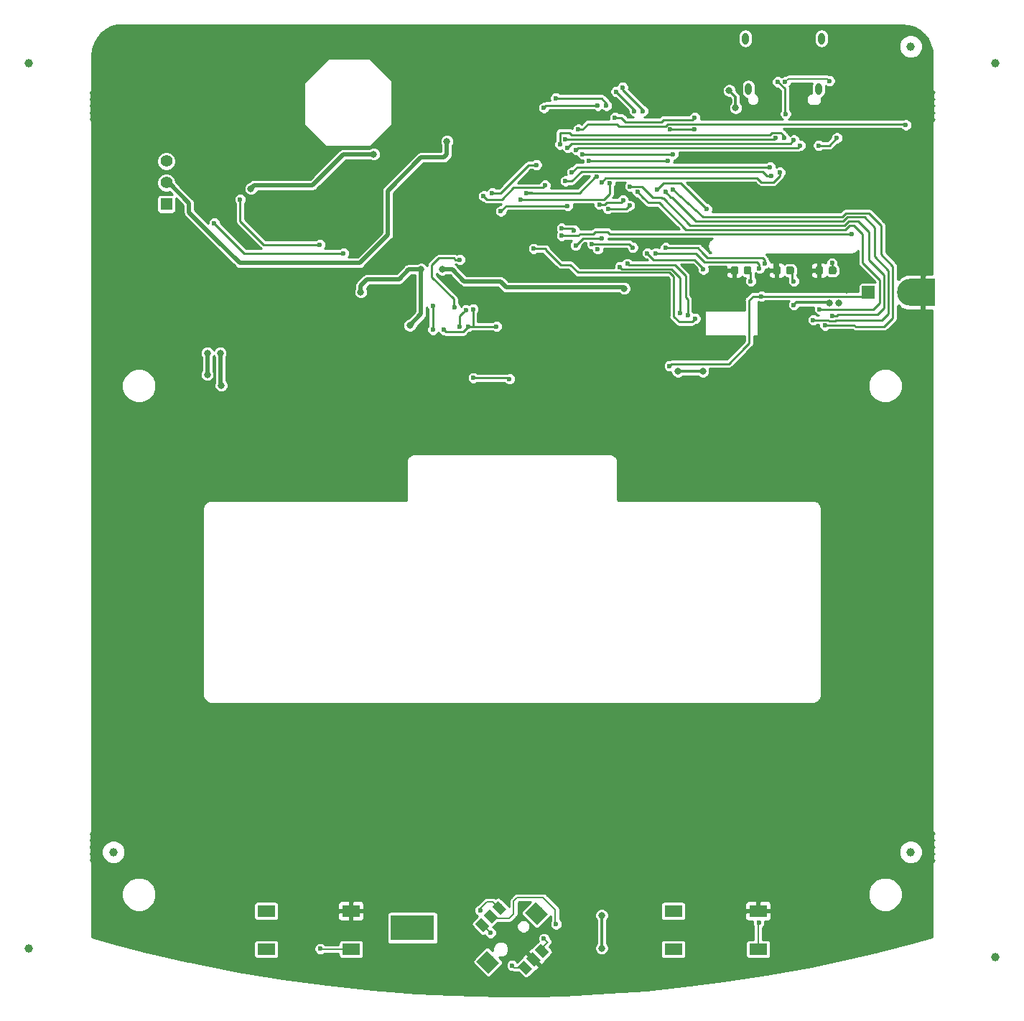
<source format=gbr>
G04 #@! TF.GenerationSoftware,KiCad,Pcbnew,5.0.2-bee76a0~70~ubuntu18.04.1*
G04 #@! TF.CreationDate,2020-04-09T14:10:39+02:00*
G04 #@! TF.ProjectId,OpenDropV4,4f70656e-4472-46f7-9056-342e6b696361,rev?*
G04 #@! TF.SameCoordinates,Original*
G04 #@! TF.FileFunction,Copper,L1,Top*
G04 #@! TF.FilePolarity,Positive*
%FSLAX46Y46*%
G04 Gerber Fmt 4.6, Leading zero omitted, Abs format (unit mm)*
G04 Created by KiCad (PCBNEW 5.0.2-bee76a0~70~ubuntu18.04.1) date Do 09 Apr 2020 14:10:39 CEST*
%MOMM*%
%LPD*%
G01*
G04 APERTURE LIST*
G04 #@! TA.AperFunction,SMDPad,CuDef*
%ADD10R,5.200000X3.000000*%
G04 #@! TD*
G04 #@! TA.AperFunction,ComponentPad*
%ADD11C,0.600000*%
G04 #@! TD*
G04 #@! TA.AperFunction,ComponentPad*
%ADD12O,0.800000X1.400000*%
G04 #@! TD*
G04 #@! TA.AperFunction,BGAPad,CuDef*
%ADD13C,1.000000*%
G04 #@! TD*
G04 #@! TA.AperFunction,ComponentPad*
%ADD14R,1.397000X1.397000*%
G04 #@! TD*
G04 #@! TA.AperFunction,ComponentPad*
%ADD15C,1.397000*%
G04 #@! TD*
G04 #@! TA.AperFunction,SMDPad,CuDef*
%ADD16R,2.100000X1.400000*%
G04 #@! TD*
G04 #@! TA.AperFunction,SMDPad,CuDef*
%ADD17R,3.000000X3.200000*%
G04 #@! TD*
G04 #@! TA.AperFunction,ComponentPad*
%ADD18C,3.200000*%
G04 #@! TD*
G04 #@! TA.AperFunction,SMDPad,CuDef*
%ADD19C,1.800000*%
G04 #@! TD*
G04 #@! TA.AperFunction,Conductor*
%ADD20C,0.100000*%
G04 #@! TD*
G04 #@! TA.AperFunction,SMDPad,CuDef*
%ADD21C,1.000000*%
G04 #@! TD*
G04 #@! TA.AperFunction,SMDPad,CuDef*
%ADD22R,1.501140X1.501140*%
G04 #@! TD*
G04 #@! TA.AperFunction,SMDPad,CuDef*
%ADD23C,0.875000*%
G04 #@! TD*
G04 #@! TA.AperFunction,ViaPad*
%ADD24C,0.600000*%
G04 #@! TD*
G04 #@! TA.AperFunction,ViaPad*
%ADD25C,0.800000*%
G04 #@! TD*
G04 #@! TA.AperFunction,Conductor*
%ADD26C,0.500000*%
G04 #@! TD*
G04 #@! TA.AperFunction,Conductor*
%ADD27C,0.300000*%
G04 #@! TD*
G04 #@! TA.AperFunction,Conductor*
%ADD28C,0.250000*%
G04 #@! TD*
G04 #@! TA.AperFunction,Conductor*
%ADD29C,0.200000*%
G04 #@! TD*
G04 #@! TA.AperFunction,Conductor*
%ADD30C,0.254000*%
G04 #@! TD*
G04 APERTURE END LIST*
D10*
G04 #@! TO.P,SP1,3*
G04 #@! TO.N,N/C*
X88265000Y-137939000D03*
D11*
X86265000Y-136939000D03*
X86765000Y-137439000D03*
X87265000Y-136939000D03*
X87765000Y-137439000D03*
X88265000Y-136939000D03*
X88765000Y-137439000D03*
X89265000Y-136939000D03*
X89765000Y-137439000D03*
X90265000Y-136939000D03*
X86265000Y-137939000D03*
X86765000Y-138439000D03*
X87265000Y-137939000D03*
X87765000Y-138439000D03*
X88265000Y-137939000D03*
X88765000Y-138439000D03*
X89265000Y-137939000D03*
X89765000Y-138439000D03*
X90265000Y-137939000D03*
X86265000Y-138939000D03*
X87265000Y-138939000D03*
X88265000Y-138939000D03*
X89265000Y-138939000D03*
X90265000Y-138939000D03*
G04 #@! TD*
D12*
G04 #@! TO.P,J1,S1*
G04 #@! TO.N,Net-(J1-PadS1)*
X127510000Y-33060000D03*
X136490000Y-33060000D03*
X136130000Y-39010000D03*
X127870000Y-39010000D03*
G04 #@! TD*
D13*
G04 #@! TO.P,REF\002A\002A,~*
G04 #@! TO.N,N/C*
X43000000Y-140400000D03*
G04 #@! TD*
G04 #@! TO.P,REF\002A\002A,~*
G04 #@! TO.N,N/C*
X43000000Y-36000000D03*
G04 #@! TD*
G04 #@! TO.P,REF\002A\002A,~*
G04 #@! TO.N,N/C*
X157000000Y-141400000D03*
G04 #@! TD*
G04 #@! TO.P,REF\002A\002A,~*
G04 #@! TO.N,N/C*
X157000000Y-36000000D03*
G04 #@! TD*
D14*
G04 #@! TO.P,SW5,3*
G04 #@! TO.N,N/C*
X59230000Y-52605000D03*
D15*
G04 #@! TO.P,SW5,2*
G04 #@! TO.N,V_USB*
X59230000Y-50065000D03*
G04 #@! TO.P,SW5,1*
G04 #@! TO.N,Net-(C1-Pad1)*
X59230000Y-47525000D03*
G04 #@! TD*
D13*
G04 #@! TO.P,REF\002A\002A,~*
G04 #@! TO.N,N/C*
X147000000Y-129000000D03*
G04 #@! TD*
G04 #@! TO.P,REF\002A\002A,~*
G04 #@! TO.N,N/C*
X147000000Y-34000000D03*
G04 #@! TD*
G04 #@! TO.P,REF\002A\002A,~*
G04 #@! TO.N,N/C*
X53000000Y-129000000D03*
G04 #@! TD*
D16*
G04 #@! TO.P,SW1,3*
G04 #@! TO.N,N/C*
X71000000Y-140450000D03*
G04 #@! TO.P,SW1,4*
X71000000Y-135950000D03*
G04 #@! TO.P,SW1,1*
G04 #@! TO.N,SW1*
X81000000Y-140450000D03*
G04 #@! TO.P,SW1,2*
G04 #@! TO.N,GND*
X81000000Y-135950000D03*
G04 #@! TD*
G04 #@! TO.P,SW2,3*
G04 #@! TO.N,N/C*
X119000000Y-140450000D03*
G04 #@! TO.P,SW2,4*
X119000000Y-135950000D03*
G04 #@! TO.P,SW2,1*
G04 #@! TO.N,SW2*
X129000000Y-140450000D03*
G04 #@! TO.P,SW2,2*
G04 #@! TO.N,GND*
X129000000Y-135950000D03*
G04 #@! TD*
D17*
G04 #@! TO.P,P2,1*
G04 #@! TO.N,GND*
X148463000Y-63000000D03*
D18*
X146963000Y-63000000D03*
G04 #@! TD*
D19*
G04 #@! TO.P,JS2,*
G04 #@! TO.N,*
X102863582Y-136252018D03*
D20*
G04 #@! TD*
G04 #@! TO.N,*
G04 #@! TO.C,JS2*
G36*
X101520079Y-136181307D02*
X102792871Y-134908515D01*
X104207085Y-136322729D01*
X102934293Y-137595521D01*
X101520079Y-136181307D01*
X101520079Y-136181307D01*
G37*
D19*
G04 #@! TO.P,JS2,*
G04 #@! TO.N,*
X97136018Y-141979582D03*
D20*
G04 #@! TD*
G04 #@! TO.N,*
G04 #@! TO.C,JS2*
G36*
X95792515Y-141908871D02*
X97065307Y-140636079D01*
X98479521Y-142050293D01*
X97206729Y-143323085D01*
X95792515Y-141908871D01*
X95792515Y-141908871D01*
G37*
D21*
G04 #@! TO.P,JS2,1*
G04 #@! TO.N,Net-(JS2-Pad1)*
X98479520Y-135580266D03*
D20*
G04 #@! TD*
G04 #@! TO.N,Net-(JS2-Pad1)*
G04 #@! TO.C,JS2*
G36*
X97648670Y-135456522D02*
X98355776Y-134749416D01*
X99310370Y-135704010D01*
X98603264Y-136411116D01*
X97648670Y-135456522D01*
X97648670Y-135456522D01*
G37*
D21*
G04 #@! TO.P,JS2,2*
G04 #@! TO.N,SW3*
X97471893Y-136587893D03*
D20*
G04 #@! TD*
G04 #@! TO.N,SW3*
G04 #@! TO.C,JS2*
G36*
X96641043Y-136464149D02*
X97348149Y-135757043D01*
X98302743Y-136711637D01*
X97595637Y-137418743D01*
X96641043Y-136464149D01*
X96641043Y-136464149D01*
G37*
D21*
G04 #@! TO.P,JS2,3*
G04 #@! TO.N,Net-(JS2-Pad3)*
X96464266Y-137595520D03*
D20*
G04 #@! TD*
G04 #@! TO.N,Net-(JS2-Pad3)*
G04 #@! TO.C,JS2*
G36*
X95633416Y-137471776D02*
X96340522Y-136764670D01*
X97295116Y-137719264D01*
X96588010Y-138426370D01*
X95633416Y-137471776D01*
X95633416Y-137471776D01*
G37*
D21*
G04 #@! TO.P,JS2,4*
G04 #@! TO.N,JOY*
X103535334Y-140636080D03*
D20*
G04 #@! TD*
G04 #@! TO.N,JOY*
G04 #@! TO.C,JS2*
G36*
X102704484Y-140512336D02*
X103411590Y-139805230D01*
X104366184Y-140759824D01*
X103659078Y-141466930D01*
X102704484Y-140512336D01*
X102704484Y-140512336D01*
G37*
D21*
G04 #@! TO.P,JS2,5*
G04 #@! TO.N,GND*
X102527707Y-141643707D03*
D20*
G04 #@! TD*
G04 #@! TO.N,GND*
G04 #@! TO.C,JS2*
G36*
X101696857Y-141519963D02*
X102403963Y-140812857D01*
X103358557Y-141767451D01*
X102651451Y-142474557D01*
X101696857Y-141519963D01*
X101696857Y-141519963D01*
G37*
D21*
G04 #@! TO.P,JS2,6*
G04 #@! TO.N,Net-(JS2-Pad6)*
X101520080Y-142651334D03*
D20*
G04 #@! TD*
G04 #@! TO.N,Net-(JS2-Pad6)*
G04 #@! TO.C,JS2*
G36*
X100689230Y-142527590D02*
X101396336Y-141820484D01*
X102350930Y-142775078D01*
X101643824Y-143482184D01*
X100689230Y-142527590D01*
X100689230Y-142527590D01*
G37*
D22*
G04 #@! TO.P,P1,1*
G04 #@! TO.N,V_GND*
X142000000Y-63000000D03*
G04 #@! TD*
D20*
G04 #@! TO.N,Net-(LED1-Pad2)*
G04 #@! TO.C,LED1*
G36*
X128027691Y-59937053D02*
X128048926Y-59940203D01*
X128069750Y-59945419D01*
X128089962Y-59952651D01*
X128109368Y-59961830D01*
X128127781Y-59972866D01*
X128145024Y-59985654D01*
X128160930Y-60000070D01*
X128175346Y-60015976D01*
X128188134Y-60033219D01*
X128199170Y-60051632D01*
X128208349Y-60071038D01*
X128215581Y-60091250D01*
X128220797Y-60112074D01*
X128223947Y-60133309D01*
X128225000Y-60154750D01*
X128225000Y-60667250D01*
X128223947Y-60688691D01*
X128220797Y-60709926D01*
X128215581Y-60730750D01*
X128208349Y-60750962D01*
X128199170Y-60770368D01*
X128188134Y-60788781D01*
X128175346Y-60806024D01*
X128160930Y-60821930D01*
X128145024Y-60836346D01*
X128127781Y-60849134D01*
X128109368Y-60860170D01*
X128089962Y-60869349D01*
X128069750Y-60876581D01*
X128048926Y-60881797D01*
X128027691Y-60884947D01*
X128006250Y-60886000D01*
X127568750Y-60886000D01*
X127547309Y-60884947D01*
X127526074Y-60881797D01*
X127505250Y-60876581D01*
X127485038Y-60869349D01*
X127465632Y-60860170D01*
X127447219Y-60849134D01*
X127429976Y-60836346D01*
X127414070Y-60821930D01*
X127399654Y-60806024D01*
X127386866Y-60788781D01*
X127375830Y-60770368D01*
X127366651Y-60750962D01*
X127359419Y-60730750D01*
X127354203Y-60709926D01*
X127351053Y-60688691D01*
X127350000Y-60667250D01*
X127350000Y-60154750D01*
X127351053Y-60133309D01*
X127354203Y-60112074D01*
X127359419Y-60091250D01*
X127366651Y-60071038D01*
X127375830Y-60051632D01*
X127386866Y-60033219D01*
X127399654Y-60015976D01*
X127414070Y-60000070D01*
X127429976Y-59985654D01*
X127447219Y-59972866D01*
X127465632Y-59961830D01*
X127485038Y-59952651D01*
X127505250Y-59945419D01*
X127526074Y-59940203D01*
X127547309Y-59937053D01*
X127568750Y-59936000D01*
X128006250Y-59936000D01*
X128027691Y-59937053D01*
X128027691Y-59937053D01*
G37*
D23*
G04 #@! TD*
G04 #@! TO.P,LED1,2*
G04 #@! TO.N,Net-(LED1-Pad2)*
X127787500Y-60411000D03*
D20*
G04 #@! TO.N,GND*
G04 #@! TO.C,LED1*
G36*
X126452691Y-59937053D02*
X126473926Y-59940203D01*
X126494750Y-59945419D01*
X126514962Y-59952651D01*
X126534368Y-59961830D01*
X126552781Y-59972866D01*
X126570024Y-59985654D01*
X126585930Y-60000070D01*
X126600346Y-60015976D01*
X126613134Y-60033219D01*
X126624170Y-60051632D01*
X126633349Y-60071038D01*
X126640581Y-60091250D01*
X126645797Y-60112074D01*
X126648947Y-60133309D01*
X126650000Y-60154750D01*
X126650000Y-60667250D01*
X126648947Y-60688691D01*
X126645797Y-60709926D01*
X126640581Y-60730750D01*
X126633349Y-60750962D01*
X126624170Y-60770368D01*
X126613134Y-60788781D01*
X126600346Y-60806024D01*
X126585930Y-60821930D01*
X126570024Y-60836346D01*
X126552781Y-60849134D01*
X126534368Y-60860170D01*
X126514962Y-60869349D01*
X126494750Y-60876581D01*
X126473926Y-60881797D01*
X126452691Y-60884947D01*
X126431250Y-60886000D01*
X125993750Y-60886000D01*
X125972309Y-60884947D01*
X125951074Y-60881797D01*
X125930250Y-60876581D01*
X125910038Y-60869349D01*
X125890632Y-60860170D01*
X125872219Y-60849134D01*
X125854976Y-60836346D01*
X125839070Y-60821930D01*
X125824654Y-60806024D01*
X125811866Y-60788781D01*
X125800830Y-60770368D01*
X125791651Y-60750962D01*
X125784419Y-60730750D01*
X125779203Y-60709926D01*
X125776053Y-60688691D01*
X125775000Y-60667250D01*
X125775000Y-60154750D01*
X125776053Y-60133309D01*
X125779203Y-60112074D01*
X125784419Y-60091250D01*
X125791651Y-60071038D01*
X125800830Y-60051632D01*
X125811866Y-60033219D01*
X125824654Y-60015976D01*
X125839070Y-60000070D01*
X125854976Y-59985654D01*
X125872219Y-59972866D01*
X125890632Y-59961830D01*
X125910038Y-59952651D01*
X125930250Y-59945419D01*
X125951074Y-59940203D01*
X125972309Y-59937053D01*
X125993750Y-59936000D01*
X126431250Y-59936000D01*
X126452691Y-59937053D01*
X126452691Y-59937053D01*
G37*
D23*
G04 #@! TD*
G04 #@! TO.P,LED1,1*
G04 #@! TO.N,GND*
X126212500Y-60411000D03*
D20*
G04 #@! TO.N,GND*
G04 #@! TO.C,LED2*
G36*
X131452691Y-59937053D02*
X131473926Y-59940203D01*
X131494750Y-59945419D01*
X131514962Y-59952651D01*
X131534368Y-59961830D01*
X131552781Y-59972866D01*
X131570024Y-59985654D01*
X131585930Y-60000070D01*
X131600346Y-60015976D01*
X131613134Y-60033219D01*
X131624170Y-60051632D01*
X131633349Y-60071038D01*
X131640581Y-60091250D01*
X131645797Y-60112074D01*
X131648947Y-60133309D01*
X131650000Y-60154750D01*
X131650000Y-60667250D01*
X131648947Y-60688691D01*
X131645797Y-60709926D01*
X131640581Y-60730750D01*
X131633349Y-60750962D01*
X131624170Y-60770368D01*
X131613134Y-60788781D01*
X131600346Y-60806024D01*
X131585930Y-60821930D01*
X131570024Y-60836346D01*
X131552781Y-60849134D01*
X131534368Y-60860170D01*
X131514962Y-60869349D01*
X131494750Y-60876581D01*
X131473926Y-60881797D01*
X131452691Y-60884947D01*
X131431250Y-60886000D01*
X130993750Y-60886000D01*
X130972309Y-60884947D01*
X130951074Y-60881797D01*
X130930250Y-60876581D01*
X130910038Y-60869349D01*
X130890632Y-60860170D01*
X130872219Y-60849134D01*
X130854976Y-60836346D01*
X130839070Y-60821930D01*
X130824654Y-60806024D01*
X130811866Y-60788781D01*
X130800830Y-60770368D01*
X130791651Y-60750962D01*
X130784419Y-60730750D01*
X130779203Y-60709926D01*
X130776053Y-60688691D01*
X130775000Y-60667250D01*
X130775000Y-60154750D01*
X130776053Y-60133309D01*
X130779203Y-60112074D01*
X130784419Y-60091250D01*
X130791651Y-60071038D01*
X130800830Y-60051632D01*
X130811866Y-60033219D01*
X130824654Y-60015976D01*
X130839070Y-60000070D01*
X130854976Y-59985654D01*
X130872219Y-59972866D01*
X130890632Y-59961830D01*
X130910038Y-59952651D01*
X130930250Y-59945419D01*
X130951074Y-59940203D01*
X130972309Y-59937053D01*
X130993750Y-59936000D01*
X131431250Y-59936000D01*
X131452691Y-59937053D01*
X131452691Y-59937053D01*
G37*
D23*
G04 #@! TD*
G04 #@! TO.P,LED2,1*
G04 #@! TO.N,GND*
X131212500Y-60411000D03*
D20*
G04 #@! TO.N,Net-(LED2-Pad2)*
G04 #@! TO.C,LED2*
G36*
X133027691Y-59937053D02*
X133048926Y-59940203D01*
X133069750Y-59945419D01*
X133089962Y-59952651D01*
X133109368Y-59961830D01*
X133127781Y-59972866D01*
X133145024Y-59985654D01*
X133160930Y-60000070D01*
X133175346Y-60015976D01*
X133188134Y-60033219D01*
X133199170Y-60051632D01*
X133208349Y-60071038D01*
X133215581Y-60091250D01*
X133220797Y-60112074D01*
X133223947Y-60133309D01*
X133225000Y-60154750D01*
X133225000Y-60667250D01*
X133223947Y-60688691D01*
X133220797Y-60709926D01*
X133215581Y-60730750D01*
X133208349Y-60750962D01*
X133199170Y-60770368D01*
X133188134Y-60788781D01*
X133175346Y-60806024D01*
X133160930Y-60821930D01*
X133145024Y-60836346D01*
X133127781Y-60849134D01*
X133109368Y-60860170D01*
X133089962Y-60869349D01*
X133069750Y-60876581D01*
X133048926Y-60881797D01*
X133027691Y-60884947D01*
X133006250Y-60886000D01*
X132568750Y-60886000D01*
X132547309Y-60884947D01*
X132526074Y-60881797D01*
X132505250Y-60876581D01*
X132485038Y-60869349D01*
X132465632Y-60860170D01*
X132447219Y-60849134D01*
X132429976Y-60836346D01*
X132414070Y-60821930D01*
X132399654Y-60806024D01*
X132386866Y-60788781D01*
X132375830Y-60770368D01*
X132366651Y-60750962D01*
X132359419Y-60730750D01*
X132354203Y-60709926D01*
X132351053Y-60688691D01*
X132350000Y-60667250D01*
X132350000Y-60154750D01*
X132351053Y-60133309D01*
X132354203Y-60112074D01*
X132359419Y-60091250D01*
X132366651Y-60071038D01*
X132375830Y-60051632D01*
X132386866Y-60033219D01*
X132399654Y-60015976D01*
X132414070Y-60000070D01*
X132429976Y-59985654D01*
X132447219Y-59972866D01*
X132465632Y-59961830D01*
X132485038Y-59952651D01*
X132505250Y-59945419D01*
X132526074Y-59940203D01*
X132547309Y-59937053D01*
X132568750Y-59936000D01*
X133006250Y-59936000D01*
X133027691Y-59937053D01*
X133027691Y-59937053D01*
G37*
D23*
G04 #@! TD*
G04 #@! TO.P,LED2,2*
G04 #@! TO.N,Net-(LED2-Pad2)*
X132787500Y-60411000D03*
D20*
G04 #@! TO.N,GND*
G04 #@! TO.C,LED3*
G36*
X136452691Y-59937053D02*
X136473926Y-59940203D01*
X136494750Y-59945419D01*
X136514962Y-59952651D01*
X136534368Y-59961830D01*
X136552781Y-59972866D01*
X136570024Y-59985654D01*
X136585930Y-60000070D01*
X136600346Y-60015976D01*
X136613134Y-60033219D01*
X136624170Y-60051632D01*
X136633349Y-60071038D01*
X136640581Y-60091250D01*
X136645797Y-60112074D01*
X136648947Y-60133309D01*
X136650000Y-60154750D01*
X136650000Y-60667250D01*
X136648947Y-60688691D01*
X136645797Y-60709926D01*
X136640581Y-60730750D01*
X136633349Y-60750962D01*
X136624170Y-60770368D01*
X136613134Y-60788781D01*
X136600346Y-60806024D01*
X136585930Y-60821930D01*
X136570024Y-60836346D01*
X136552781Y-60849134D01*
X136534368Y-60860170D01*
X136514962Y-60869349D01*
X136494750Y-60876581D01*
X136473926Y-60881797D01*
X136452691Y-60884947D01*
X136431250Y-60886000D01*
X135993750Y-60886000D01*
X135972309Y-60884947D01*
X135951074Y-60881797D01*
X135930250Y-60876581D01*
X135910038Y-60869349D01*
X135890632Y-60860170D01*
X135872219Y-60849134D01*
X135854976Y-60836346D01*
X135839070Y-60821930D01*
X135824654Y-60806024D01*
X135811866Y-60788781D01*
X135800830Y-60770368D01*
X135791651Y-60750962D01*
X135784419Y-60730750D01*
X135779203Y-60709926D01*
X135776053Y-60688691D01*
X135775000Y-60667250D01*
X135775000Y-60154750D01*
X135776053Y-60133309D01*
X135779203Y-60112074D01*
X135784419Y-60091250D01*
X135791651Y-60071038D01*
X135800830Y-60051632D01*
X135811866Y-60033219D01*
X135824654Y-60015976D01*
X135839070Y-60000070D01*
X135854976Y-59985654D01*
X135872219Y-59972866D01*
X135890632Y-59961830D01*
X135910038Y-59952651D01*
X135930250Y-59945419D01*
X135951074Y-59940203D01*
X135972309Y-59937053D01*
X135993750Y-59936000D01*
X136431250Y-59936000D01*
X136452691Y-59937053D01*
X136452691Y-59937053D01*
G37*
D23*
G04 #@! TD*
G04 #@! TO.P,LED3,1*
G04 #@! TO.N,GND*
X136212500Y-60411000D03*
D20*
G04 #@! TO.N,Net-(LED3-Pad2)*
G04 #@! TO.C,LED3*
G36*
X138027691Y-59937053D02*
X138048926Y-59940203D01*
X138069750Y-59945419D01*
X138089962Y-59952651D01*
X138109368Y-59961830D01*
X138127781Y-59972866D01*
X138145024Y-59985654D01*
X138160930Y-60000070D01*
X138175346Y-60015976D01*
X138188134Y-60033219D01*
X138199170Y-60051632D01*
X138208349Y-60071038D01*
X138215581Y-60091250D01*
X138220797Y-60112074D01*
X138223947Y-60133309D01*
X138225000Y-60154750D01*
X138225000Y-60667250D01*
X138223947Y-60688691D01*
X138220797Y-60709926D01*
X138215581Y-60730750D01*
X138208349Y-60750962D01*
X138199170Y-60770368D01*
X138188134Y-60788781D01*
X138175346Y-60806024D01*
X138160930Y-60821930D01*
X138145024Y-60836346D01*
X138127781Y-60849134D01*
X138109368Y-60860170D01*
X138089962Y-60869349D01*
X138069750Y-60876581D01*
X138048926Y-60881797D01*
X138027691Y-60884947D01*
X138006250Y-60886000D01*
X137568750Y-60886000D01*
X137547309Y-60884947D01*
X137526074Y-60881797D01*
X137505250Y-60876581D01*
X137485038Y-60869349D01*
X137465632Y-60860170D01*
X137447219Y-60849134D01*
X137429976Y-60836346D01*
X137414070Y-60821930D01*
X137399654Y-60806024D01*
X137386866Y-60788781D01*
X137375830Y-60770368D01*
X137366651Y-60750962D01*
X137359419Y-60730750D01*
X137354203Y-60709926D01*
X137351053Y-60688691D01*
X137350000Y-60667250D01*
X137350000Y-60154750D01*
X137351053Y-60133309D01*
X137354203Y-60112074D01*
X137359419Y-60091250D01*
X137366651Y-60071038D01*
X137375830Y-60051632D01*
X137386866Y-60033219D01*
X137399654Y-60015976D01*
X137414070Y-60000070D01*
X137429976Y-59985654D01*
X137447219Y-59972866D01*
X137465632Y-59961830D01*
X137485038Y-59952651D01*
X137505250Y-59945419D01*
X137526074Y-59940203D01*
X137547309Y-59937053D01*
X137568750Y-59936000D01*
X138006250Y-59936000D01*
X138027691Y-59937053D01*
X138027691Y-59937053D01*
G37*
D23*
G04 #@! TD*
G04 #@! TO.P,LED3,2*
G04 #@! TO.N,Net-(LED3-Pad2)*
X137787500Y-60411000D03*
D24*
G04 #@! TO.N,*
X110109000Y-57900000D03*
D25*
G04 #@! TO.N,Net-(C1-Pad1)*
X83693000Y-46695000D03*
X69215000Y-50759000D03*
G04 #@! TO.N,GND*
X102743000Y-45933000D03*
D24*
X100457000Y-37170000D03*
D25*
X135128000Y-41869000D03*
D24*
X93345000Y-55585000D03*
D25*
X123095000Y-34465000D03*
D24*
X96901000Y-37170000D03*
D25*
X101854000Y-35519000D03*
X143561000Y-39357500D03*
X142100500Y-38087500D03*
X142621000Y-40853000D03*
X66865500Y-62252500D03*
X66865500Y-60855500D03*
X85725000Y-59903000D03*
X84709000Y-59903000D03*
X137160000Y-135439000D03*
D24*
X121158000Y-57109000D03*
D25*
X116586000Y-41361000D03*
X139446000Y-62697000D03*
X114681000Y-54442000D03*
X90475000Y-41453000D03*
X90475000Y-40056000D03*
X65265500Y-44663000D03*
X55245000Y-41615000D03*
X55372000Y-36281000D03*
X58153500Y-39484500D03*
X58153500Y-38659000D03*
X132334000Y-49743000D03*
X129667000Y-64475000D03*
X138811000Y-38313000D03*
X104902000Y-36916000D03*
X104902000Y-37805000D03*
X109601000Y-54950000D03*
X109601000Y-54026000D03*
X118872000Y-41107000D03*
X123571000Y-41488000D03*
X120269000Y-34503000D03*
X134874000Y-38821000D03*
X128905000Y-38186000D03*
X128651000Y-41361000D03*
D24*
X130937000Y-59141000D03*
X121575000Y-64059000D03*
X124841000Y-60411000D03*
X134493000Y-60665000D03*
X65392500Y-42885000D03*
X56769000Y-41615000D03*
X56769000Y-36281000D03*
X103683000Y-63805000D03*
X110033000Y-63805000D03*
X116459000Y-62633500D03*
X99075000Y-63475000D03*
D25*
X52578000Y-65999000D03*
X101778000Y-77775000D03*
X105461000Y-77775000D03*
X93523000Y-75743000D03*
X114224000Y-83744000D03*
X88392000Y-41361000D03*
D24*
G04 #@! TO.N,Net-(LED1-Pad2)*
X128143000Y-61681000D03*
G04 #@! TO.N,LE*
X110617000Y-56601000D03*
X107493000Y-57455000D03*
G04 #@! TO.N,DISP_CS*
X130429000Y-48219000D03*
X107061000Y-48854000D03*
G04 #@! TO.N,DISP_RES*
X130556000Y-49235000D03*
X106299000Y-49870000D03*
G04 #@! TO.N,Net-(LED2-Pad2)*
X133223000Y-61681000D03*
G04 #@! TO.N,DISP_SCL*
X133223000Y-45044000D03*
X106553000Y-45933000D03*
G04 #@! TO.N,DISP_SDA*
X133985000Y-45679000D03*
X107569000Y-46187000D03*
G04 #@! TO.N,SW1*
X113919000Y-50505000D03*
X137795000Y-65745000D03*
X77391000Y-140395000D03*
G04 #@! TO.N,SW2*
X109093000Y-47457000D03*
X118364000Y-47457000D03*
X118110000Y-51140000D03*
X135509000Y-66253000D03*
X129080000Y-137347000D03*
G04 #@! TO.N,DISP_DC*
X110617000Y-49997000D03*
X131572000Y-48854000D03*
G04 #@! TO.N,SPK*
X118618000Y-43774000D03*
X121539000Y-43774000D03*
G04 #@! TO.N,RX_LED*
X121539000Y-42377000D03*
X112141000Y-42377000D03*
G04 #@! TO.N,JOY*
X136271000Y-64983000D03*
X114808000Y-51140000D03*
X103759000Y-139217400D03*
G04 #@! TO.N,SW3*
X105181400Y-137490200D03*
X136896000Y-66878000D03*
X118999000Y-46695000D03*
X118999000Y-50886000D03*
X108331000Y-46695000D03*
G04 #@! TO.N,DI*
X114224000Y-57709000D03*
X109398000Y-57275000D03*
G04 #@! TO.N,FEEDBACK*
X122555000Y-60284000D03*
X115951000Y-58379000D03*
G04 #@! TO.N,V_GND*
X129413000Y-63459000D03*
X118542000Y-71679000D03*
D25*
G04 #@! TO.N,VDD_C*
X65583000Y-70155000D03*
X65710000Y-73965000D03*
D24*
G04 #@! TO.N,POL*
X107315000Y-55677000D03*
X105842000Y-55458000D03*
D25*
G04 #@! TO.N,V_HV_C*
X64059000Y-70155000D03*
X64059000Y-72695000D03*
G04 #@! TO.N,+3V3*
X138557000Y-64221000D03*
X110566200Y-140335000D03*
X110566200Y-136474200D03*
X137414000Y-64221000D03*
D24*
X133223000Y-64475000D03*
D25*
X126365000Y-41234000D03*
X125603000Y-39202000D03*
X122479000Y-72314000D03*
X119558000Y-72314000D03*
D24*
G04 #@! TO.N,Net-(C23-Pad2)*
X114427000Y-41615000D03*
X112268000Y-39329000D03*
G04 #@! TO.N,Net-(C25-Pad2)*
X113030000Y-38821000D03*
X115443000Y-41615000D03*
G04 #@! TO.N,AC*
X101651000Y-51267000D03*
X109982000Y-49362000D03*
G04 #@! TO.N,Net-(R3-Pad1)*
X138303000Y-44790000D03*
X136144000Y-45679000D03*
G04 #@! TO.N,RESET*
X107823000Y-43774000D03*
X146431000Y-43266000D03*
G04 #@! TO.N,SWDIO*
X111125000Y-40980000D03*
X105156000Y-40091000D03*
G04 #@! TO.N,SWCLK*
X110109000Y-40970000D03*
X103759000Y-41234000D03*
G04 #@! TO.N,D+*
X131064000Y-44790000D03*
X106299000Y-44917000D03*
G04 #@! TO.N,D13*
X105842000Y-56312000D03*
X140081000Y-56093000D03*
G04 #@! TO.N,Net-(R1-Pad1)*
X80137000Y-58379000D03*
X64897000Y-54823000D03*
G04 #@! TO.N,Net-(R2-Pad2)*
X77343000Y-57363000D03*
X67945000Y-52029000D03*
G04 #@! TO.N,Net-(LED3-Pad2)*
X137719000Y-59550500D03*
G04 #@! TO.N,VSENS*
X101016000Y-52029000D03*
X111506000Y-50124000D03*
G04 #@! TO.N,Net-(SP1-Pad1)*
X129159000Y-60157000D03*
X116967000Y-58379000D03*
G04 #@! TO.N,Net-(SP1-Pad2)*
X118110000Y-57744000D03*
X129790291Y-59566849D03*
G04 #@! TO.N,D-*
X132080000Y-44790000D03*
X105664000Y-45552000D03*
X132250000Y-41953000D03*
X131318000Y-38186000D03*
G04 #@! TO.N,Net-(C28-Pad2)*
X90678000Y-64602000D03*
X90678000Y-67396000D03*
G04 #@! TO.N,Net-(C31-Pad2)*
X93218000Y-64729000D03*
X93853000Y-59141000D03*
G04 #@! TO.N,Net-(D2-Pad1)*
X94567126Y-65069990D03*
X93853000Y-67015000D03*
X99682500Y-73203000D03*
X95428000Y-73076000D03*
G04 #@! TO.N,V_SCK*
X102870000Y-47965000D03*
X97663000Y-51267000D03*
G04 #@! TO.N,V_SI*
X96647000Y-51648000D03*
X103886000Y-50378000D03*
G04 #@! TO.N,V_CS*
X98679000Y-53426000D03*
X106553000Y-52791000D03*
D25*
G04 #@! TO.N,V_USB*
X89281000Y-60284000D03*
X91757500Y-60284000D03*
X87947500Y-66888000D03*
X92329000Y-45171000D03*
X82169000Y-62951000D03*
X113208000Y-62535000D03*
D24*
G04 #@! TO.N,Net-(C11-Pad1)*
X122936000Y-53172000D03*
X117094000Y-50886000D03*
G04 #@! TO.N,SENS_PAD*
X121590000Y-66091000D03*
X102540000Y-57836000D03*
G04 #@! TO.N,Net-(U16-Pad11)*
X91948000Y-67396000D03*
X94869000Y-67015000D03*
X98171000Y-67015000D03*
X95412277Y-64979211D03*
G04 #@! TO.N,Net-(J1-PadB5)*
X137414000Y-38059000D03*
X132207000Y-38186000D03*
G04 #@! TO.N,Net-(JS2-Pad1)*
X96240600Y-135864600D03*
G04 #@! TO.N,Net-(JS2-Pad3)*
X97459800Y-138506200D03*
G04 #@! TO.N,Net-(JS2-Pad6)*
X99999800Y-142367000D03*
G04 #@! TO.N,DIG1*
X119812000Y-65456000D03*
X110287000Y-52616300D03*
X113081000Y-52121000D03*
X112700000Y-59995000D03*
G04 #@! TO.N,DIG0*
X120701000Y-65710000D03*
X111303000Y-53137000D03*
X113843000Y-52756000D03*
X113589000Y-59614000D03*
G04 #@! TD*
D26*
G04 #@! TO.N,Net-(C1-Pad1)*
X76073000Y-50359001D02*
X76472999Y-50359001D01*
X80137000Y-46695000D02*
X83693000Y-46695000D01*
X76472999Y-50359001D02*
X80137000Y-46695000D01*
X69215000Y-50759000D02*
X69614999Y-50359001D01*
X69614999Y-50359001D02*
X76073000Y-50359001D01*
X76073000Y-50359001D02*
X76218999Y-50359001D01*
G04 #@! TO.N,GND*
X148463000Y-53045000D02*
X146685000Y-53045000D01*
X148463000Y-63000000D02*
X148463000Y-65491000D01*
X148463000Y-65491000D02*
X147447000Y-66507000D01*
X148463000Y-63000000D02*
X148463000Y-59268000D01*
X148463000Y-59268000D02*
X148463000Y-53045000D01*
D27*
X128651000Y-41361000D02*
X128524000Y-41361000D01*
X130950980Y-60411000D02*
X130950980Y-59154980D01*
X130950980Y-59154980D02*
X130937000Y-59141000D01*
X124930000Y-60500000D02*
X124841000Y-60411000D01*
D28*
X130937000Y-60513980D02*
X130950980Y-60500000D01*
D29*
X127975000Y-135950000D02*
X128059000Y-136034000D01*
D28*
X126212500Y-60411000D02*
X124841000Y-60411000D01*
X134747000Y-60411000D02*
X134493000Y-60665000D01*
X136212500Y-60411000D02*
X134747000Y-60411000D01*
G04 #@! TO.N,Net-(LED1-Pad2)*
X128143000Y-60593980D02*
X128143000Y-61681000D01*
X128143000Y-60593980D02*
X128049020Y-60500000D01*
G04 #@! TO.N,LE*
X108347000Y-56601000D02*
X107493000Y-57455000D01*
X108763000Y-56601000D02*
X108347000Y-56601000D01*
X108763000Y-56601000D02*
X110617000Y-56601000D01*
G04 #@! TO.N,DISP_CS*
X108077000Y-48219000D02*
X130429000Y-48219000D01*
X107696000Y-48219000D02*
X107061000Y-48854000D01*
X108077000Y-48219000D02*
X107696000Y-48219000D01*
G04 #@! TO.N,DISP_RES*
X129413000Y-48727000D02*
X129540000Y-48727000D01*
X130048000Y-49235000D02*
X130556000Y-49235000D01*
X129540000Y-48727000D02*
X130048000Y-49235000D01*
X108839000Y-48727000D02*
X108204000Y-48727000D01*
X108839000Y-48727000D02*
X129413000Y-48727000D01*
X108204000Y-48727000D02*
X107061000Y-49870000D01*
X107061000Y-49870000D02*
X106299000Y-49870000D01*
G04 #@! TO.N,Net-(LED2-Pad2)*
X133049020Y-60411000D02*
X133049020Y-61507020D01*
X133049020Y-61507020D02*
X133223000Y-61681000D01*
G04 #@! TO.N,DISP_SCL*
X132842000Y-45425000D02*
X107061000Y-45425000D01*
X107061000Y-45425000D02*
X106553000Y-45933000D01*
X133223000Y-45044000D02*
X132842000Y-45425000D01*
G04 #@! TO.N,DISP_SDA*
X108077000Y-45933000D02*
X107823000Y-45933000D01*
X133604000Y-45933000D02*
X115443000Y-45933000D01*
X115443000Y-45933000D02*
X108077000Y-45933000D01*
X133731000Y-45933000D02*
X133985000Y-45679000D01*
X133604000Y-45933000D02*
X133731000Y-45933000D01*
X107823000Y-45933000D02*
X107569000Y-46187000D01*
G04 #@! TO.N,SW1*
X117856000Y-51902000D02*
X117729000Y-51902000D01*
X116586000Y-51775000D02*
X115824000Y-51013000D01*
X117602000Y-51775000D02*
X116586000Y-51775000D01*
X117729000Y-51902000D02*
X117602000Y-51775000D01*
X140843000Y-54569000D02*
X142113000Y-55839000D01*
X143891000Y-60919000D02*
X143891000Y-62062000D01*
X142113000Y-59141000D02*
X143891000Y-60919000D01*
X142113000Y-55839000D02*
X142113000Y-59141000D01*
X122555000Y-55077000D02*
X121031000Y-55077000D01*
X113919000Y-50505000D02*
X115316000Y-50505000D01*
X115316000Y-50505000D02*
X115824000Y-51013000D01*
X121031000Y-55077000D02*
X117856000Y-51902000D01*
X123063000Y-55077000D02*
X122555000Y-55077000D01*
X143891000Y-62062000D02*
X143891000Y-64846000D01*
X123063000Y-55077000D02*
X139190590Y-55077000D01*
X139190590Y-55077000D02*
X139698590Y-54569000D01*
X139698590Y-54569000D02*
X140843000Y-54569000D01*
X138420000Y-65608000D02*
X138283000Y-65745000D01*
X143891000Y-64846000D02*
X143129000Y-65608000D01*
X143129000Y-65608000D02*
X138420000Y-65608000D01*
X138283000Y-65745000D02*
X137795000Y-65745000D01*
X122555000Y-55077000D02*
X122428000Y-55077000D01*
D29*
X81000000Y-140450000D02*
X77446000Y-140450000D01*
X77391000Y-140395000D02*
X77446000Y-140450000D01*
D28*
G04 #@! TO.N,SW2*
X109093000Y-47457000D02*
X110363000Y-47457000D01*
X110363000Y-47457000D02*
X118364000Y-47457000D01*
X121666000Y-54569000D02*
X118872000Y-51775000D01*
X118745000Y-51775000D02*
X118110000Y-51140000D01*
X118872000Y-51775000D02*
X118745000Y-51775000D01*
X141478000Y-54118990D02*
X141535990Y-54118990D01*
X144399000Y-60411000D02*
X144399000Y-62570000D01*
X142748000Y-58760000D02*
X144399000Y-60411000D01*
X142748000Y-55331000D02*
X142748000Y-58760000D01*
X141535990Y-54118990D02*
X142748000Y-55331000D01*
X118110000Y-51140000D02*
X118110000Y-51267000D01*
X137287000Y-66253000D02*
X135509000Y-66253000D01*
X137404001Y-66370001D02*
X137287000Y-66253000D01*
X138212002Y-66253000D02*
X138095001Y-66370001D01*
X138095001Y-66370001D02*
X137404001Y-66370001D01*
X139062180Y-54569000D02*
X139512190Y-54118990D01*
X139512190Y-54118990D02*
X141478000Y-54118990D01*
X123571000Y-54569000D02*
X139062180Y-54569000D01*
X144399000Y-65491000D02*
X143637000Y-66253000D01*
X144399000Y-62570000D02*
X144399000Y-65491000D01*
X143637000Y-66253000D02*
X138212002Y-66253000D01*
X123571000Y-54569000D02*
X121666000Y-54569000D01*
D29*
X129000000Y-137427000D02*
X129000000Y-140450000D01*
X129080000Y-137347000D02*
X129000000Y-137427000D01*
D28*
G04 #@! TO.N,DISP_DC*
X110998000Y-49489000D02*
X110617000Y-49997000D01*
X130810000Y-49997000D02*
X129413000Y-49997000D01*
X129413000Y-49997000D02*
X128905000Y-49489000D01*
X128905000Y-49489000D02*
X110998000Y-49489000D01*
X131572000Y-49235000D02*
X130810000Y-49997000D01*
X131572000Y-48854000D02*
X131572000Y-49235000D01*
G04 #@! TO.N,SPK*
X118618000Y-43774000D02*
X121539000Y-43774000D01*
G04 #@! TO.N,RX_LED*
X117856000Y-42631000D02*
X121285000Y-42631000D01*
X121285000Y-42631000D02*
X121539000Y-42377000D01*
X113157000Y-42631000D02*
X113411000Y-42885000D01*
X117602000Y-42885000D02*
X117856000Y-42631000D01*
X113411000Y-42885000D02*
X117602000Y-42885000D01*
X112141000Y-42377000D02*
X112903000Y-42377000D01*
X112903000Y-42377000D02*
X113157000Y-42631000D01*
G04 #@! TO.N,JOY*
X117348000Y-52410000D02*
X116078000Y-52410000D01*
X116078000Y-52410000D02*
X115443000Y-51775000D01*
X143383000Y-61554000D02*
X143383000Y-61681000D01*
X143383000Y-61554000D02*
X141351000Y-59522000D01*
X140335000Y-55077000D02*
X141351000Y-56093000D01*
X141351000Y-56093000D02*
X141351000Y-59522000D01*
X121920000Y-55585000D02*
X122809000Y-55585000D01*
X115443000Y-51775000D02*
X114808000Y-51140000D01*
X139319000Y-55585000D02*
X139827000Y-55077000D01*
X122809000Y-55585000D02*
X139319000Y-55585000D01*
X120523000Y-55585000D02*
X117348000Y-52410000D01*
X121920000Y-55585000D02*
X120523000Y-55585000D01*
X139827000Y-55077000D02*
X140335000Y-55077000D01*
X142621000Y-64983000D02*
X136271000Y-64983000D01*
X143383000Y-61554000D02*
X143383000Y-61681000D01*
X143383000Y-61681000D02*
X143383000Y-64221000D01*
X143383000Y-64221000D02*
X142621000Y-64983000D01*
X114808000Y-51140000D02*
X114935000Y-51140000D01*
D29*
X103535334Y-140253866D02*
X104214200Y-139575000D01*
X103535334Y-140636080D02*
X103535334Y-140253866D01*
X103759000Y-139217400D02*
X104116600Y-139575000D01*
X104116600Y-139575000D02*
X104214200Y-139575000D01*
G04 #@! TO.N,SW3*
X100203000Y-134848600D02*
X100203000Y-134747000D01*
X100203000Y-134747000D02*
X100609400Y-134340600D01*
X97471893Y-136587893D02*
X98081493Y-136587893D01*
X98081493Y-136587893D02*
X98272600Y-136779000D01*
X98272600Y-136779000D02*
X99695000Y-136779000D01*
X99695000Y-136779000D02*
X99898200Y-136575800D01*
X100203000Y-134848600D02*
X100203000Y-136271000D01*
X103657400Y-134340600D02*
X100609400Y-134340600D01*
X105100000Y-135783200D02*
X103657400Y-134340600D01*
X100203000Y-136271000D02*
X99898200Y-136575800D01*
X105100000Y-135875000D02*
X105100000Y-135783200D01*
X105100000Y-137408800D02*
X105100000Y-135875000D01*
X105181400Y-137490200D02*
X105100000Y-137408800D01*
D28*
X136896000Y-66878000D02*
X140361002Y-66878000D01*
X140498002Y-67015000D02*
X143891000Y-67015000D01*
X140361002Y-66878000D02*
X140498002Y-67015000D01*
X142113000Y-53668982D02*
X142113000Y-53680000D01*
X144907000Y-59903000D02*
X144907000Y-62443000D01*
X143510000Y-58506000D02*
X144907000Y-59903000D01*
X143510000Y-55077000D02*
X143510000Y-58506000D01*
X142113000Y-53680000D02*
X143510000Y-55077000D01*
X124079000Y-54061000D02*
X122555000Y-54061000D01*
X122555000Y-54061000D02*
X118999000Y-50886000D01*
X144907000Y-65999000D02*
X144907000Y-62443000D01*
X143891000Y-67015000D02*
X144907000Y-65999000D01*
X142113000Y-53668982D02*
X139325791Y-53668981D01*
X139325791Y-53668981D02*
X138933770Y-54061000D01*
X138933770Y-54061000D02*
X124079000Y-54061000D01*
X108331000Y-46695000D02*
X118872000Y-46695000D01*
G04 #@! TO.N,DI*
X113775000Y-57275000D02*
X113875000Y-57375000D01*
X109398000Y-57275000D02*
X113775000Y-57275000D01*
X113790000Y-57275000D02*
X114224000Y-57709000D01*
X113775000Y-57275000D02*
X113790000Y-57275000D01*
G04 #@! TO.N,FEEDBACK*
X115951000Y-58379000D02*
X116713000Y-59141000D01*
X122555000Y-60157000D02*
X122555000Y-60284000D01*
X121539000Y-59141000D02*
X122555000Y-60157000D01*
X120904000Y-59141000D02*
X121539000Y-59141000D01*
X116713000Y-59141000D02*
X120904000Y-59141000D01*
X115951000Y-58379000D02*
X115951000Y-58506000D01*
G04 #@! TO.N,V_GND*
X142240000Y-63240000D02*
X142000000Y-63000000D01*
X141859000Y-63141000D02*
X142000000Y-63000000D01*
X141541000Y-63459000D02*
X129413000Y-63459000D01*
X141541000Y-63459000D02*
X142000000Y-63000000D01*
X129413000Y-63459000D02*
X128413000Y-63459000D01*
X128413000Y-63459000D02*
X127940000Y-63932000D01*
X127940000Y-69012000D02*
X127432000Y-69520000D01*
X127940000Y-63932000D02*
X127940000Y-69012000D01*
X127432000Y-69520000D02*
X125527000Y-71425000D01*
X122733000Y-71425000D02*
X123114000Y-71425000D01*
X123114000Y-71425000D02*
X122987000Y-71425000D01*
X118542000Y-71679000D02*
X118796000Y-71425000D01*
X118796000Y-71425000D02*
X123622000Y-71425000D01*
X125527000Y-71425000D02*
X123622000Y-71425000D01*
X123622000Y-71425000D02*
X123114000Y-71425000D01*
D26*
G04 #@! TO.N,VDD_C*
X65583000Y-73838000D02*
X65710000Y-73965000D01*
X65583000Y-70155000D02*
X65583000Y-73838000D01*
D28*
G04 #@! TO.N,POL*
X107096000Y-55458000D02*
X107315000Y-55677000D01*
X106604000Y-55458000D02*
X107096000Y-55458000D01*
X106604000Y-55458000D02*
X105842000Y-55458000D01*
D26*
G04 #@! TO.N,V_HV_C*
X64059000Y-70155000D02*
X64059000Y-72695000D01*
D27*
G04 #@! TO.N,+3V3*
X110566200Y-136474200D02*
X110566200Y-140335000D01*
X137368001Y-64175001D02*
X137414000Y-64221000D01*
X133223000Y-64475000D02*
X133522999Y-64175001D01*
X133522999Y-64175001D02*
X137368001Y-64175001D01*
X126365000Y-39964000D02*
X126365000Y-41234000D01*
X125603000Y-39202000D02*
X126365000Y-39964000D01*
X122479000Y-72314000D02*
X119558000Y-72314000D01*
D28*
G04 #@! TO.N,Net-(C23-Pad2)*
X114427000Y-41615000D02*
X114427000Y-41488000D01*
X114427000Y-41488000D02*
X112268000Y-39329000D01*
G04 #@! TO.N,Net-(C25-Pad2)*
X115443000Y-41488000D02*
X113030000Y-39075000D01*
X113030000Y-39075000D02*
X113030000Y-38821000D01*
X115443000Y-41615000D02*
X115443000Y-41488000D01*
G04 #@! TO.N,AC*
X109855000Y-49362000D02*
X107950000Y-51267000D01*
X107950000Y-51267000D02*
X102362000Y-51267000D01*
X109982000Y-49362000D02*
X109855000Y-49362000D01*
D27*
X102362000Y-51267000D02*
X101651000Y-51267000D01*
D28*
G04 #@! TO.N,Net-(R3-Pad1)*
X137414000Y-45679000D02*
X138303000Y-44790000D01*
X137414000Y-45679000D02*
X136144000Y-45679000D01*
X136144000Y-45679000D02*
X136271000Y-45679000D01*
G04 #@! TO.N,RESET*
X118364000Y-43139000D02*
X146304000Y-43139000D01*
X146304000Y-43139000D02*
X146431000Y-43266000D01*
X112014000Y-43139000D02*
X108966000Y-43139000D01*
X108966000Y-43139000D02*
X108331000Y-43774000D01*
X108331000Y-43774000D02*
X107823000Y-43774000D01*
X112395000Y-43139000D02*
X112649000Y-43393000D01*
X112649000Y-43393000D02*
X118110000Y-43393000D01*
X118110000Y-43393000D02*
X118364000Y-43139000D01*
X112014000Y-43139000D02*
X112395000Y-43139000D01*
G04 #@! TO.N,SWDIO*
X105156000Y-40091000D02*
X110533264Y-40091000D01*
X111125000Y-40682736D02*
X111125000Y-40980000D01*
X110533264Y-40091000D02*
X111125000Y-40682736D01*
D29*
G04 #@! TO.N,SWCLK*
X104013000Y-40970000D02*
X104013000Y-40980000D01*
D28*
X104013000Y-40980000D02*
X103759000Y-41234000D01*
X110109000Y-40970000D02*
X104013000Y-40970000D01*
X103886000Y-41107000D02*
X103759000Y-41234000D01*
G04 #@! TO.N,D+*
X111887000Y-44917000D02*
X130937000Y-44917000D01*
X106299000Y-44917000D02*
X111887000Y-44917000D01*
X130937000Y-44917000D02*
X131064000Y-44790000D01*
G04 #@! TO.N,D13*
X111252000Y-55839000D02*
X109855000Y-55839000D01*
X140081000Y-56093000D02*
X111506000Y-56093000D01*
X109855000Y-55839000D02*
X109601000Y-56093000D01*
X111506000Y-56093000D02*
X111252000Y-55839000D01*
X107782000Y-56312000D02*
X108001000Y-56093000D01*
X105842000Y-56312000D02*
X107782000Y-56312000D01*
X109601000Y-56093000D02*
X108001000Y-56093000D01*
G04 #@! TO.N,Net-(R1-Pad1)*
X68453000Y-58379000D02*
X80137000Y-58379000D01*
X64897000Y-54823000D02*
X68453000Y-58379000D01*
G04 #@! TO.N,Net-(R2-Pad2)*
X67945000Y-54569000D02*
X70739000Y-57363000D01*
X70739000Y-57363000D02*
X77343000Y-57363000D01*
X67945000Y-52029000D02*
X67945000Y-54569000D01*
G04 #@! TO.N,Net-(LED3-Pad2)*
X138138020Y-60411000D02*
X138049020Y-60500000D01*
X137787500Y-59619000D02*
X137719000Y-59550500D01*
X137787500Y-60411000D02*
X137787500Y-59619000D01*
G04 #@! TO.N,VSENS*
X101473000Y-52029000D02*
X101016000Y-52029000D01*
X110871000Y-52029000D02*
X101473000Y-52029000D01*
X111506000Y-50124000D02*
X111506000Y-51394000D01*
X111506000Y-51394000D02*
X110871000Y-52029000D01*
G04 #@! TO.N,Net-(SP1-Pad1)*
X116967000Y-58379000D02*
X121666000Y-58379000D01*
X121666000Y-58379000D02*
X122682000Y-59395000D01*
X122682000Y-59395000D02*
X128905000Y-59395000D01*
X129159000Y-60157000D02*
X129159000Y-59649000D01*
X129159000Y-59649000D02*
X128905000Y-59395000D01*
G04 #@! TO.N,Net-(SP1-Pad2)*
X118110000Y-57744000D02*
X121920000Y-57744000D01*
X122555000Y-58379000D02*
X122809000Y-58633000D01*
X122809000Y-58633000D02*
X123063000Y-58887000D01*
X129534706Y-58887000D02*
X129413000Y-58887000D01*
X129790291Y-59142585D02*
X129534706Y-58887000D01*
X129790291Y-59566849D02*
X129790291Y-59142585D01*
X123063000Y-58887000D02*
X129413000Y-58887000D01*
X121920000Y-57744000D02*
X122555000Y-58379000D01*
G04 #@! TO.N,D-*
X132207000Y-41910000D02*
X132207000Y-38948000D01*
X132207000Y-38948000D02*
X131318000Y-38186000D01*
X131699000Y-44155000D02*
X132080000Y-44536000D01*
X132080000Y-44536000D02*
X132080000Y-44790000D01*
X130429000Y-44409000D02*
X130683000Y-44155000D01*
X105791000Y-44155000D02*
X106807000Y-44155000D01*
X105664000Y-45552000D02*
X105664000Y-44155000D01*
X105664000Y-44155000D02*
X105791000Y-44155000D01*
X107061000Y-44409000D02*
X123317000Y-44409000D01*
X106807000Y-44155000D02*
X107061000Y-44409000D01*
X123317000Y-44409000D02*
X130429000Y-44409000D01*
X130683000Y-44155000D02*
X131699000Y-44155000D01*
X132207000Y-41910000D02*
X132250000Y-41953000D01*
G04 #@! TO.N,Net-(C28-Pad2)*
X90678000Y-64602000D02*
X90678000Y-67396000D01*
G04 #@! TO.N,Net-(C31-Pad2)*
X93154500Y-58950500D02*
X93345000Y-59141000D01*
X93345000Y-59141000D02*
X93853000Y-59141000D01*
X90551000Y-59776000D02*
X91376500Y-58950500D01*
X90551000Y-61173000D02*
X90551000Y-59776000D01*
X93154500Y-63776500D02*
X90551000Y-61173000D01*
X93154500Y-64665500D02*
X93154500Y-63776500D01*
X93218000Y-64729000D02*
X93154500Y-64665500D01*
X91376500Y-58950500D02*
X93154500Y-58950500D01*
G04 #@! TO.N,Net-(D2-Pad1)*
X94267127Y-65369989D02*
X94567126Y-65069990D01*
X93853000Y-67015000D02*
X93853000Y-65784116D01*
X93853000Y-65784116D02*
X94267127Y-65369989D01*
X98158500Y-73076000D02*
X99555500Y-73076000D01*
X99555500Y-73076000D02*
X99682500Y-73203000D01*
X98158500Y-73076000D02*
X95428000Y-73076000D01*
X98349000Y-73076000D02*
X98158500Y-73076000D01*
G04 #@! TO.N,V_SCK*
X102870000Y-47965000D02*
X101981000Y-47965000D01*
X101981000Y-47965000D02*
X98679000Y-51267000D01*
X98679000Y-51267000D02*
X97663000Y-51267000D01*
G04 #@! TO.N,V_SI*
X97028000Y-52029000D02*
X96647000Y-51648000D01*
X100203000Y-50632000D02*
X98806000Y-52029000D01*
X103632000Y-50632000D02*
X100203000Y-50632000D01*
X103886000Y-50378000D02*
X103632000Y-50632000D01*
X98806000Y-52029000D02*
X97028000Y-52029000D01*
G04 #@! TO.N,V_CS*
X99695000Y-52791000D02*
X99314000Y-52791000D01*
X106553000Y-52791000D02*
X99695000Y-52791000D01*
X99314000Y-52791000D02*
X98679000Y-53426000D01*
D26*
G04 #@! TO.N,V_USB*
X86360000Y-61427000D02*
X82931000Y-61427000D01*
X86677500Y-61427000D02*
X87820500Y-60284000D01*
X89281000Y-60284000D02*
X87820500Y-60284000D01*
X86360000Y-61427000D02*
X86677500Y-61427000D01*
X82169000Y-62189000D02*
X82169000Y-62951000D01*
X82931000Y-61427000D02*
X82169000Y-62189000D01*
X89281000Y-65554500D02*
X87947500Y-66888000D01*
X89281000Y-60284000D02*
X89281000Y-65554500D01*
X82296000Y-59268000D02*
X82042000Y-59522000D01*
X91948000Y-47076000D02*
X92329000Y-46695000D01*
X92329000Y-46695000D02*
X92329000Y-45171000D01*
X82296000Y-59268000D02*
X85344000Y-56220000D01*
X85344000Y-56220000D02*
X85344000Y-51013000D01*
X85344000Y-51013000D02*
X89281000Y-47076000D01*
X89281000Y-47076000D02*
X91948000Y-47076000D01*
X82042000Y-59522000D02*
X67881500Y-59522000D01*
X59230000Y-50065000D02*
X59504000Y-50065000D01*
X59504000Y-50065000D02*
X61912500Y-52473500D01*
X67881500Y-59522000D02*
X64960500Y-56601000D01*
X61912500Y-53553000D02*
X64960500Y-56601000D01*
X61912500Y-52473500D02*
X61912500Y-53553000D01*
X99330000Y-62408000D02*
X98603000Y-61681000D01*
X98603000Y-61681000D02*
X94361000Y-61681000D01*
X92964000Y-60284000D02*
X91757500Y-60284000D01*
X94361000Y-61681000D02*
X92964000Y-60284000D01*
X113081000Y-62408000D02*
X113208000Y-62535000D01*
X112319000Y-62408000D02*
X113081000Y-62408000D01*
X112319000Y-62408000D02*
X99330000Y-62408000D01*
X112827000Y-62408000D02*
X112319000Y-62408000D01*
D28*
G04 #@! TO.N,Net-(C11-Pad1)*
X117348000Y-50632000D02*
X117094000Y-50886000D01*
X122936000Y-53172000D02*
X119888000Y-50124000D01*
X119888000Y-50124000D02*
X117856000Y-50124000D01*
X117856000Y-50124000D02*
X117348000Y-50632000D01*
G04 #@! TO.N,SENS_PAD*
X121209000Y-66472000D02*
X121590000Y-66091000D01*
X119050000Y-65837000D02*
X119685000Y-66472000D01*
X119050000Y-61138000D02*
X119050000Y-65837000D01*
X118561010Y-60649010D02*
X119050000Y-61138000D01*
X119685000Y-66472000D02*
X121209000Y-66472000D01*
X102540000Y-57836000D02*
X103937000Y-57836000D01*
X103937000Y-57836000D02*
X103937000Y-57963000D01*
X103937000Y-57963000D02*
X105715000Y-59741000D01*
X105715000Y-59741000D02*
X106858000Y-59741000D01*
X106858000Y-59741000D02*
X107766010Y-60649010D01*
X107766010Y-60649010D02*
X118561010Y-60649010D01*
G04 #@! TO.N,Net-(U16-Pad11)*
X94234000Y-67650000D02*
X94869000Y-67015000D01*
X92202000Y-67650000D02*
X94234000Y-67650000D01*
X91948000Y-67396000D02*
X92202000Y-67650000D01*
X95412277Y-65618000D02*
X95412277Y-67015000D01*
X95412277Y-67015000D02*
X95504000Y-67015000D01*
X94869000Y-67015000D02*
X95504000Y-67015000D01*
X95504000Y-67015000D02*
X98171000Y-67015000D01*
X95412277Y-65403475D02*
X95412277Y-65618000D01*
X95412277Y-65618000D02*
X95412277Y-65653277D01*
X95412277Y-65403475D02*
X95412277Y-64979211D01*
D29*
G04 #@! TO.N,Net-(J1-PadB5)*
X137160000Y-37805000D02*
X137414000Y-38059000D01*
X132588000Y-37805000D02*
X137160000Y-37805000D01*
X132207000Y-38186000D02*
X132588000Y-37805000D01*
G04 #@! TO.N,Net-(JS2-Pad1)*
X96240600Y-135864600D02*
X96240600Y-135661400D01*
X97747854Y-134848600D02*
X98479520Y-135580266D01*
X97053400Y-134848600D02*
X97747854Y-134848600D01*
X96240600Y-135661400D02*
X97053400Y-134848600D01*
G04 #@! TO.N,Net-(JS2-Pad3)*
X96464266Y-137595520D02*
X96549120Y-137595520D01*
X96549120Y-137595520D02*
X97459800Y-138506200D01*
X96464266Y-137595520D02*
X96464266Y-138010734D01*
G04 #@! TO.N,Net-(JS2-Pad6)*
X101520080Y-142651334D02*
X100284134Y-142651334D01*
X100284134Y-142651334D02*
X99999800Y-142367000D01*
D28*
G04 #@! TO.N,DIG1*
X110287000Y-52616300D02*
X110807700Y-52616300D01*
X110807700Y-52616300D02*
X110934700Y-52616300D01*
X110934700Y-52616300D02*
X111176000Y-52375000D01*
X111176000Y-52375000D02*
X112827000Y-52375000D01*
X112827000Y-52375000D02*
X113081000Y-52121000D01*
X112954000Y-60249000D02*
X112700000Y-59995000D01*
X118796000Y-60249000D02*
X112954000Y-60249000D01*
X119812000Y-65456000D02*
X119812000Y-61265000D01*
X119812000Y-61265000D02*
X118796000Y-60249000D01*
G04 #@! TO.N,DIG0*
X120701000Y-65202000D02*
X120701000Y-65710000D01*
X111303000Y-53137000D02*
X113462000Y-53137000D01*
X113462000Y-53137000D02*
X113843000Y-52756000D01*
X120701000Y-65202000D02*
X120701000Y-63805000D01*
X120701000Y-63805000D02*
X120447000Y-63551000D01*
X120447000Y-63551000D02*
X120447000Y-61011000D01*
X120447000Y-61011000D02*
X119177000Y-59741000D01*
X119177000Y-59741000D02*
X114732000Y-59741000D01*
X113716000Y-59741000D02*
X113589000Y-59614000D01*
X114732000Y-59741000D02*
X113716000Y-59741000D01*
G04 #@! TD*
D30*
G04 #@! TO.N,GND*
G36*
X146707901Y-31551360D02*
X147386891Y-31764143D01*
X148009226Y-32109109D01*
X148549479Y-32572163D01*
X148985592Y-33134395D01*
X149299745Y-33772838D01*
X149480586Y-34467098D01*
X149523001Y-35018335D01*
X149523000Y-38953025D01*
X149513656Y-39000000D01*
X149550677Y-39186116D01*
X149620344Y-39290380D01*
X149656103Y-39343897D01*
X149741572Y-39401005D01*
X149726067Y-39416510D01*
X149623000Y-39665336D01*
X149623000Y-39934664D01*
X149726067Y-40183490D01*
X149742577Y-40200000D01*
X149726067Y-40216510D01*
X149623000Y-40465336D01*
X149623000Y-40734664D01*
X149726067Y-40983490D01*
X149742577Y-41000000D01*
X149726067Y-41016510D01*
X149623000Y-41265336D01*
X149623000Y-41534664D01*
X149726067Y-41783490D01*
X149742577Y-41800000D01*
X149726067Y-41816510D01*
X149623000Y-42065336D01*
X149623000Y-42334664D01*
X149726067Y-42583490D01*
X149741572Y-42598995D01*
X149656103Y-42656103D01*
X149550677Y-42813884D01*
X149513656Y-43000000D01*
X149523001Y-43046980D01*
X149523001Y-60873000D01*
X148721750Y-60873000D01*
X148590000Y-61004750D01*
X148590000Y-61711643D01*
X148490320Y-61652285D01*
X148336000Y-61806605D01*
X148336000Y-61004750D01*
X148204250Y-60873000D01*
X147364763Y-60873000D01*
X147344906Y-60865221D01*
X146942414Y-60873000D01*
X146858173Y-60873000D01*
X146854050Y-60874708D01*
X146498891Y-60881572D01*
X145793221Y-61173871D01*
X145615286Y-61472678D01*
X145521082Y-61378474D01*
X145459000Y-61440556D01*
X145459000Y-59957364D01*
X145469814Y-59902999D01*
X145426972Y-59687620D01*
X145413648Y-59667679D01*
X145304970Y-59505030D01*
X145258880Y-59474234D01*
X144062000Y-58277355D01*
X144062000Y-55131364D01*
X144072814Y-55076999D01*
X144029972Y-54861620D01*
X144004167Y-54823000D01*
X143907970Y-54679030D01*
X143861880Y-54648234D01*
X142563955Y-53350310D01*
X142510970Y-53271012D01*
X142328379Y-53149010D01*
X142113000Y-53106168D01*
X142058630Y-53116983D01*
X139380156Y-53116981D01*
X139325792Y-53106167D01*
X139271427Y-53116981D01*
X139110412Y-53149009D01*
X138927822Y-53271011D01*
X138897026Y-53317101D01*
X138705126Y-53509000D01*
X123583309Y-53509000D01*
X123663000Y-53316609D01*
X123663000Y-53027391D01*
X123552321Y-52760187D01*
X123347813Y-52555679D01*
X123080609Y-52445000D01*
X122989646Y-52445000D01*
X120585645Y-50041000D01*
X128676355Y-50041000D01*
X128984233Y-50348879D01*
X129015030Y-50394970D01*
X129161785Y-50493028D01*
X129197620Y-50516972D01*
X129412999Y-50559814D01*
X129467364Y-50549000D01*
X130755635Y-50549000D01*
X130810000Y-50559814D01*
X130864365Y-50549000D01*
X131025380Y-50516972D01*
X131207970Y-50394970D01*
X131238769Y-50348876D01*
X131923876Y-49663769D01*
X131969970Y-49632970D01*
X132091972Y-49450380D01*
X132113877Y-49340257D01*
X132188321Y-49265813D01*
X132299000Y-48998609D01*
X132299000Y-48709391D01*
X132188321Y-48442187D01*
X131983813Y-48237679D01*
X131716609Y-48127000D01*
X131427391Y-48127000D01*
X131160187Y-48237679D01*
X131156000Y-48241866D01*
X131156000Y-48074391D01*
X131045321Y-47807187D01*
X130840813Y-47602679D01*
X130573609Y-47492000D01*
X130284391Y-47492000D01*
X130017187Y-47602679D01*
X129952866Y-47667000D01*
X119063914Y-47667000D01*
X119091000Y-47601609D01*
X119091000Y-47422000D01*
X119143609Y-47422000D01*
X119410813Y-47311321D01*
X119615321Y-47106813D01*
X119726000Y-46839609D01*
X119726000Y-46550391D01*
X119698914Y-46485000D01*
X133676635Y-46485000D01*
X133731000Y-46495814D01*
X133785365Y-46485000D01*
X133946380Y-46452972D01*
X134016679Y-46406000D01*
X134129609Y-46406000D01*
X134396813Y-46295321D01*
X134601321Y-46090813D01*
X134712000Y-45823609D01*
X134712000Y-45534391D01*
X135417000Y-45534391D01*
X135417000Y-45823609D01*
X135527679Y-46090813D01*
X135732187Y-46295321D01*
X135999391Y-46406000D01*
X136288609Y-46406000D01*
X136555813Y-46295321D01*
X136620134Y-46231000D01*
X137359635Y-46231000D01*
X137414000Y-46241814D01*
X137468365Y-46231000D01*
X137629380Y-46198972D01*
X137811970Y-46076970D01*
X137842769Y-46030876D01*
X138356645Y-45517000D01*
X138447609Y-45517000D01*
X138714813Y-45406321D01*
X138919321Y-45201813D01*
X139030000Y-44934609D01*
X139030000Y-44645391D01*
X138919321Y-44378187D01*
X138714813Y-44173679D01*
X138447609Y-44063000D01*
X138158391Y-44063000D01*
X137891187Y-44173679D01*
X137686679Y-44378187D01*
X137576000Y-44645391D01*
X137576000Y-44736355D01*
X137185355Y-45127000D01*
X136620134Y-45127000D01*
X136555813Y-45062679D01*
X136288609Y-44952000D01*
X135999391Y-44952000D01*
X135732187Y-45062679D01*
X135527679Y-45267187D01*
X135417000Y-45534391D01*
X134712000Y-45534391D01*
X134601321Y-45267187D01*
X134396813Y-45062679D01*
X134129609Y-44952000D01*
X133950000Y-44952000D01*
X133950000Y-44899391D01*
X133839321Y-44632187D01*
X133634813Y-44427679D01*
X133367609Y-44317000D01*
X133078391Y-44317000D01*
X132811187Y-44427679D01*
X132744460Y-44494406D01*
X132696321Y-44378187D01*
X132521879Y-44203745D01*
X132477970Y-44138030D01*
X132431879Y-44107234D01*
X132127768Y-43803123D01*
X132096970Y-43757030D01*
X131998149Y-43691000D01*
X145827866Y-43691000D01*
X146019187Y-43882321D01*
X146286391Y-43993000D01*
X146575609Y-43993000D01*
X146842813Y-43882321D01*
X147047321Y-43677813D01*
X147158000Y-43410609D01*
X147158000Y-43121391D01*
X147047321Y-42854187D01*
X146842813Y-42649679D01*
X146575609Y-42539000D01*
X146286391Y-42539000D01*
X146170508Y-42587000D01*
X132619132Y-42587000D01*
X132661813Y-42569321D01*
X132866321Y-42364813D01*
X132977000Y-42097609D01*
X132977000Y-41808391D01*
X132866321Y-41541187D01*
X132759000Y-41433866D01*
X132759000Y-38981036D01*
X132768156Y-38904833D01*
X132744258Y-38819520D01*
X132726972Y-38732620D01*
X132714820Y-38714433D01*
X132713043Y-38708091D01*
X132823321Y-38597813D01*
X132933424Y-38332000D01*
X135387949Y-38332000D01*
X135350984Y-38387322D01*
X135303000Y-38628553D01*
X135303000Y-39391448D01*
X135328077Y-39517520D01*
X135156584Y-39551632D01*
X134907839Y-39717839D01*
X134741632Y-39966584D01*
X134683268Y-40260000D01*
X134741632Y-40553416D01*
X134907839Y-40802161D01*
X135156584Y-40968368D01*
X135375937Y-41012000D01*
X135824063Y-41012000D01*
X136043416Y-40968368D01*
X136292161Y-40802161D01*
X136458368Y-40553416D01*
X136516732Y-40260000D01*
X136479197Y-40071297D01*
X136726233Y-39906233D01*
X136909016Y-39632679D01*
X136957000Y-39391448D01*
X136957000Y-38630134D01*
X137002187Y-38675321D01*
X137269391Y-38786000D01*
X137558609Y-38786000D01*
X137825813Y-38675321D01*
X138030321Y-38470813D01*
X138141000Y-38203609D01*
X138141000Y-37914391D01*
X138030321Y-37647187D01*
X137825813Y-37442679D01*
X137558609Y-37332000D01*
X137400680Y-37332000D01*
X137365625Y-37308577D01*
X137211903Y-37278000D01*
X137211898Y-37278000D01*
X137160000Y-37267677D01*
X137108102Y-37278000D01*
X132639897Y-37278000D01*
X132587999Y-37267677D01*
X132536101Y-37278000D01*
X132536097Y-37278000D01*
X132382375Y-37308577D01*
X132208055Y-37425055D01*
X132185373Y-37459000D01*
X132062391Y-37459000D01*
X131795187Y-37569679D01*
X131762500Y-37602366D01*
X131729813Y-37569679D01*
X131462609Y-37459000D01*
X131173391Y-37459000D01*
X130906187Y-37569679D01*
X130701679Y-37774187D01*
X130591000Y-38041391D01*
X130591000Y-38330609D01*
X130701679Y-38597813D01*
X130906187Y-38802321D01*
X131173391Y-38913000D01*
X131317970Y-38913000D01*
X131655001Y-39201884D01*
X131655000Y-41519866D01*
X131633679Y-41541187D01*
X131523000Y-41808391D01*
X131523000Y-42097609D01*
X131633679Y-42364813D01*
X131838187Y-42569321D01*
X131880868Y-42587000D01*
X122238914Y-42587000D01*
X122266000Y-42521609D01*
X122266000Y-42232391D01*
X122155321Y-41965187D01*
X121950813Y-41760679D01*
X121683609Y-41650000D01*
X121394391Y-41650000D01*
X121127187Y-41760679D01*
X120922679Y-41965187D01*
X120875536Y-42079000D01*
X117910364Y-42079000D01*
X117855999Y-42068186D01*
X117640620Y-42111028D01*
X117458030Y-42233030D01*
X117427231Y-42279124D01*
X117373355Y-42333000D01*
X115609337Y-42333000D01*
X115854813Y-42231321D01*
X116059321Y-42026813D01*
X116170000Y-41759609D01*
X116170000Y-41470391D01*
X116059321Y-41203187D01*
X115854813Y-40998679D01*
X115649128Y-40913482D01*
X113773145Y-39037499D01*
X124776000Y-39037499D01*
X124776000Y-39366501D01*
X124901903Y-39670458D01*
X125134542Y-39903097D01*
X125438499Y-40029000D01*
X125613999Y-40029000D01*
X125788000Y-40203001D01*
X125788001Y-40641444D01*
X125663903Y-40765542D01*
X125538000Y-41069499D01*
X125538000Y-41398501D01*
X125663903Y-41702458D01*
X125896542Y-41935097D01*
X126200499Y-42061000D01*
X126529501Y-42061000D01*
X126833458Y-41935097D01*
X127066097Y-41702458D01*
X127192000Y-41398501D01*
X127192000Y-41069499D01*
X127066097Y-40765542D01*
X126942000Y-40641445D01*
X126942000Y-40020829D01*
X126953304Y-39964000D01*
X126908522Y-39738865D01*
X126857320Y-39662236D01*
X126780994Y-39548006D01*
X126732815Y-39515814D01*
X126430000Y-39212999D01*
X126430000Y-39037499D01*
X126304097Y-38733542D01*
X126199108Y-38628553D01*
X127043000Y-38628553D01*
X127043000Y-39391448D01*
X127090984Y-39632679D01*
X127273768Y-39906233D01*
X127547322Y-40089016D01*
X127648526Y-40109147D01*
X127648000Y-40110418D01*
X127648000Y-40409582D01*
X127762485Y-40685974D01*
X127974026Y-40897515D01*
X128250418Y-41012000D01*
X128549582Y-41012000D01*
X128825974Y-40897515D01*
X129037515Y-40685974D01*
X129152000Y-40409582D01*
X129152000Y-40110418D01*
X129037515Y-39834026D01*
X128825974Y-39622485D01*
X128664360Y-39555542D01*
X128697000Y-39391448D01*
X128697000Y-38628552D01*
X128649016Y-38387321D01*
X128466233Y-38113767D01*
X128192678Y-37930984D01*
X127870000Y-37866799D01*
X127547321Y-37930984D01*
X127273767Y-38113767D01*
X127090984Y-38387322D01*
X127043000Y-38628553D01*
X126199108Y-38628553D01*
X126071458Y-38500903D01*
X125767501Y-38375000D01*
X125438499Y-38375000D01*
X125134542Y-38500903D01*
X124901903Y-38733542D01*
X124776000Y-39037499D01*
X113773145Y-39037499D01*
X113740672Y-39005027D01*
X113757000Y-38965609D01*
X113757000Y-38676391D01*
X113646321Y-38409187D01*
X113441813Y-38204679D01*
X113174609Y-38094000D01*
X112885391Y-38094000D01*
X112618187Y-38204679D01*
X112413679Y-38409187D01*
X112333814Y-38602000D01*
X112123391Y-38602000D01*
X111856187Y-38712679D01*
X111651679Y-38917187D01*
X111541000Y-39184391D01*
X111541000Y-39473609D01*
X111651679Y-39740813D01*
X111856187Y-39945321D01*
X112123391Y-40056000D01*
X112214355Y-40056000D01*
X113700000Y-41541646D01*
X113700000Y-41759609D01*
X113810679Y-42026813D01*
X114015187Y-42231321D01*
X114260663Y-42333000D01*
X113639645Y-42333000D01*
X113331769Y-42025124D01*
X113300970Y-41979030D01*
X113118380Y-41857028D01*
X112957365Y-41825000D01*
X112903000Y-41814186D01*
X112848635Y-41825000D01*
X112617134Y-41825000D01*
X112552813Y-41760679D01*
X112285609Y-41650000D01*
X111996391Y-41650000D01*
X111729187Y-41760679D01*
X111524679Y-41965187D01*
X111414000Y-42232391D01*
X111414000Y-42521609D01*
X111441086Y-42587000D01*
X109020365Y-42587000D01*
X108966000Y-42576186D01*
X108911635Y-42587000D01*
X108750620Y-42619028D01*
X108568030Y-42741030D01*
X108537233Y-42787121D01*
X108186633Y-43137722D01*
X107967609Y-43047000D01*
X107678391Y-43047000D01*
X107411187Y-43157679D01*
X107206679Y-43362187D01*
X107096000Y-43629391D01*
X107096000Y-43684219D01*
X107022380Y-43635028D01*
X106861365Y-43603000D01*
X106807000Y-43592186D01*
X106752635Y-43603000D01*
X105718365Y-43603000D01*
X105664000Y-43592186D01*
X105609635Y-43603000D01*
X105448620Y-43635028D01*
X105266030Y-43757030D01*
X105144028Y-43939620D01*
X105101186Y-44155000D01*
X105112001Y-44209370D01*
X105112000Y-45075866D01*
X105047679Y-45140187D01*
X104937000Y-45407391D01*
X104937000Y-45696609D01*
X105047679Y-45963813D01*
X105252187Y-46168321D01*
X105519391Y-46279000D01*
X105808609Y-46279000D01*
X105894655Y-46243359D01*
X105936679Y-46344813D01*
X106141187Y-46549321D01*
X106408391Y-46660000D01*
X106697609Y-46660000D01*
X106936958Y-46560859D01*
X106952679Y-46598813D01*
X107157187Y-46803321D01*
X107424391Y-46914000D01*
X107634814Y-46914000D01*
X107714679Y-47106813D01*
X107919187Y-47311321D01*
X108186391Y-47422000D01*
X108366000Y-47422000D01*
X108366000Y-47601609D01*
X108393086Y-47667000D01*
X107750365Y-47667000D01*
X107696000Y-47656186D01*
X107641635Y-47667000D01*
X107480620Y-47699028D01*
X107298030Y-47821030D01*
X107267233Y-47867121D01*
X107007354Y-48127000D01*
X106916391Y-48127000D01*
X106649187Y-48237679D01*
X106444679Y-48442187D01*
X106334000Y-48709391D01*
X106334000Y-48998609D01*
X106393808Y-49143000D01*
X106154391Y-49143000D01*
X105887187Y-49253679D01*
X105682679Y-49458187D01*
X105572000Y-49725391D01*
X105572000Y-50014609D01*
X105682679Y-50281813D01*
X105887187Y-50486321D01*
X106154391Y-50597000D01*
X106443609Y-50597000D01*
X106710813Y-50486321D01*
X106775134Y-50422000D01*
X107006635Y-50422000D01*
X107061000Y-50432814D01*
X107115365Y-50422000D01*
X107276380Y-50389972D01*
X107458970Y-50267970D01*
X107489768Y-50221877D01*
X108432646Y-49279000D01*
X109157355Y-49279000D01*
X107721355Y-50715000D01*
X104533309Y-50715000D01*
X104613000Y-50522609D01*
X104613000Y-50233391D01*
X104502321Y-49966187D01*
X104297813Y-49761679D01*
X104030609Y-49651000D01*
X103741391Y-49651000D01*
X103474187Y-49761679D01*
X103269679Y-49966187D01*
X103222536Y-50080000D01*
X100646645Y-50080000D01*
X102209646Y-48517000D01*
X102393866Y-48517000D01*
X102458187Y-48581321D01*
X102725391Y-48692000D01*
X103014609Y-48692000D01*
X103281813Y-48581321D01*
X103486321Y-48376813D01*
X103597000Y-48109609D01*
X103597000Y-47820391D01*
X103486321Y-47553187D01*
X103281813Y-47348679D01*
X103014609Y-47238000D01*
X102725391Y-47238000D01*
X102458187Y-47348679D01*
X102393866Y-47413000D01*
X102035364Y-47413000D01*
X101980999Y-47402186D01*
X101765620Y-47445028D01*
X101583030Y-47567030D01*
X101552233Y-47613121D01*
X98450355Y-50715000D01*
X98139134Y-50715000D01*
X98074813Y-50650679D01*
X97807609Y-50540000D01*
X97518391Y-50540000D01*
X97251187Y-50650679D01*
X97046679Y-50855187D01*
X96986057Y-51001543D01*
X96791609Y-50921000D01*
X96502391Y-50921000D01*
X96235187Y-51031679D01*
X96030679Y-51236187D01*
X95920000Y-51503391D01*
X95920000Y-51792609D01*
X96030679Y-52059813D01*
X96235187Y-52264321D01*
X96502391Y-52375000D01*
X96593354Y-52375000D01*
X96599233Y-52380879D01*
X96630030Y-52426970D01*
X96788436Y-52532813D01*
X96812620Y-52548972D01*
X97027999Y-52591814D01*
X97082364Y-52581000D01*
X98743354Y-52581000D01*
X98625354Y-52699000D01*
X98534391Y-52699000D01*
X98267187Y-52809679D01*
X98062679Y-53014187D01*
X97952000Y-53281391D01*
X97952000Y-53570609D01*
X98062679Y-53837813D01*
X98267187Y-54042321D01*
X98534391Y-54153000D01*
X98823609Y-54153000D01*
X99090813Y-54042321D01*
X99295321Y-53837813D01*
X99406000Y-53570609D01*
X99406000Y-53479646D01*
X99542646Y-53343000D01*
X106076866Y-53343000D01*
X106141187Y-53407321D01*
X106408391Y-53518000D01*
X106697609Y-53518000D01*
X106964813Y-53407321D01*
X107169321Y-53202813D01*
X107280000Y-52935609D01*
X107280000Y-52646391D01*
X107252914Y-52581000D01*
X109560000Y-52581000D01*
X109560000Y-52760909D01*
X109670679Y-53028113D01*
X109875187Y-53232621D01*
X110142391Y-53343300D01*
X110431609Y-53343300D01*
X110576666Y-53283216D01*
X110686679Y-53548813D01*
X110891187Y-53753321D01*
X111158391Y-53864000D01*
X111447609Y-53864000D01*
X111714813Y-53753321D01*
X111779134Y-53689000D01*
X113407635Y-53689000D01*
X113462000Y-53699814D01*
X113516365Y-53689000D01*
X113677380Y-53656972D01*
X113859970Y-53534970D01*
X113890768Y-53488877D01*
X113896645Y-53483000D01*
X113987609Y-53483000D01*
X114254813Y-53372321D01*
X114459321Y-53167813D01*
X114570000Y-52900609D01*
X114570000Y-52611391D01*
X114459321Y-52344187D01*
X114254813Y-52139679D01*
X113987609Y-52029000D01*
X113808000Y-52029000D01*
X113808000Y-51976391D01*
X113697321Y-51709187D01*
X113492813Y-51504679D01*
X113225609Y-51394000D01*
X112936391Y-51394000D01*
X112669187Y-51504679D01*
X112464679Y-51709187D01*
X112417536Y-51823000D01*
X111857646Y-51823000D01*
X111857879Y-51822767D01*
X111903970Y-51791970D01*
X112025972Y-51609380D01*
X112058000Y-51448365D01*
X112068814Y-51394000D01*
X112058000Y-51339635D01*
X112058000Y-50600134D01*
X112122321Y-50535813D01*
X112233000Y-50268609D01*
X112233000Y-50041000D01*
X113354866Y-50041000D01*
X113302679Y-50093187D01*
X113192000Y-50360391D01*
X113192000Y-50649609D01*
X113302679Y-50916813D01*
X113507187Y-51121321D01*
X113774391Y-51232000D01*
X114063609Y-51232000D01*
X114081000Y-51224796D01*
X114081000Y-51284609D01*
X114191679Y-51551813D01*
X114396187Y-51756321D01*
X114663391Y-51867000D01*
X114754354Y-51867000D01*
X115091119Y-52203765D01*
X115091122Y-52203767D01*
X115649233Y-52761879D01*
X115680030Y-52807970D01*
X115862620Y-52929972D01*
X116023635Y-52962000D01*
X116078000Y-52972814D01*
X116132365Y-52962000D01*
X117119355Y-52962000D01*
X119698354Y-55541000D01*
X111734645Y-55541000D01*
X111680769Y-55487124D01*
X111649970Y-55441030D01*
X111467380Y-55319028D01*
X111306365Y-55287000D01*
X111252000Y-55276186D01*
X111197635Y-55287000D01*
X109909364Y-55287000D01*
X109854999Y-55276186D01*
X109667959Y-55313391D01*
X109639620Y-55319028D01*
X109457030Y-55441030D01*
X109426231Y-55487124D01*
X109372355Y-55541000D01*
X108055365Y-55541000D01*
X108042000Y-55538341D01*
X108042000Y-55532391D01*
X107931321Y-55265187D01*
X107726813Y-55060679D01*
X107459609Y-54950000D01*
X107329297Y-54950000D01*
X107311380Y-54938028D01*
X107150365Y-54906000D01*
X107096000Y-54895186D01*
X107041635Y-54906000D01*
X106318134Y-54906000D01*
X106253813Y-54841679D01*
X105986609Y-54731000D01*
X105697391Y-54731000D01*
X105430187Y-54841679D01*
X105225679Y-55046187D01*
X105115000Y-55313391D01*
X105115000Y-55602609D01*
X105225679Y-55869813D01*
X105240866Y-55885000D01*
X105225679Y-55900187D01*
X105115000Y-56167391D01*
X105115000Y-56456609D01*
X105225679Y-56723813D01*
X105430187Y-56928321D01*
X105697391Y-57039000D01*
X105986609Y-57039000D01*
X106253813Y-56928321D01*
X106318134Y-56864000D01*
X107055866Y-56864000D01*
X106876679Y-57043187D01*
X106766000Y-57310391D01*
X106766000Y-57599609D01*
X106876679Y-57866813D01*
X107081187Y-58071321D01*
X107348391Y-58182000D01*
X107637609Y-58182000D01*
X107904813Y-58071321D01*
X108109321Y-57866813D01*
X108220000Y-57599609D01*
X108220000Y-57508645D01*
X108575646Y-57153000D01*
X108671000Y-57153000D01*
X108671000Y-57419609D01*
X108781679Y-57686813D01*
X108986187Y-57891321D01*
X109253391Y-58002000D01*
X109382000Y-58002000D01*
X109382000Y-58044609D01*
X109492679Y-58311813D01*
X109697187Y-58516321D01*
X109964391Y-58627000D01*
X110253609Y-58627000D01*
X110520813Y-58516321D01*
X110725321Y-58311813D01*
X110836000Y-58044609D01*
X110836000Y-57827000D01*
X113497000Y-57827000D01*
X113497000Y-57853609D01*
X113607679Y-58120813D01*
X113812187Y-58325321D01*
X114079391Y-58436000D01*
X114368609Y-58436000D01*
X114635813Y-58325321D01*
X114840321Y-58120813D01*
X114951000Y-57853609D01*
X114951000Y-57564391D01*
X114840321Y-57297187D01*
X114635813Y-57092679D01*
X114368609Y-56982000D01*
X114277645Y-56982000D01*
X114218768Y-56923123D01*
X114187970Y-56877030D01*
X114005380Y-56755028D01*
X113844365Y-56723000D01*
X113790000Y-56712186D01*
X113782500Y-56713678D01*
X113775000Y-56712186D01*
X113720635Y-56723000D01*
X111344000Y-56723000D01*
X111344000Y-56623590D01*
X111505999Y-56655814D01*
X111560364Y-56645000D01*
X123595432Y-56645000D01*
X123543651Y-56666448D01*
X123543649Y-56666450D01*
X123381438Y-56774837D01*
X123315638Y-56840638D01*
X123249837Y-56906438D01*
X123141450Y-57068649D01*
X123141448Y-57068651D01*
X123108738Y-57147621D01*
X123070225Y-57240598D01*
X123070225Y-57240600D01*
X123032166Y-57431939D01*
X123032165Y-57431941D01*
X123032165Y-57618057D01*
X123070225Y-57809399D01*
X123070225Y-57809402D01*
X123090781Y-57859028D01*
X123141448Y-57981349D01*
X123141450Y-57981351D01*
X123249837Y-58143562D01*
X123315638Y-58209362D01*
X123381438Y-58275163D01*
X123470990Y-58335000D01*
X123291645Y-58335000D01*
X122983767Y-58027122D01*
X122983765Y-58027119D01*
X122348768Y-57392123D01*
X122317970Y-57346030D01*
X122135380Y-57224028D01*
X121974365Y-57192000D01*
X121920000Y-57181186D01*
X121865635Y-57192000D01*
X118586134Y-57192000D01*
X118521813Y-57127679D01*
X118254609Y-57017000D01*
X117965391Y-57017000D01*
X117698187Y-57127679D01*
X117493679Y-57332187D01*
X117383000Y-57599391D01*
X117383000Y-57766866D01*
X117378813Y-57762679D01*
X117111609Y-57652000D01*
X116822391Y-57652000D01*
X116555187Y-57762679D01*
X116459000Y-57858866D01*
X116362813Y-57762679D01*
X116095609Y-57652000D01*
X115806391Y-57652000D01*
X115539187Y-57762679D01*
X115334679Y-57967187D01*
X115224000Y-58234391D01*
X115224000Y-58523609D01*
X115334679Y-58790813D01*
X115539187Y-58995321D01*
X115806391Y-59106000D01*
X115897355Y-59106000D01*
X115980355Y-59189000D01*
X114192134Y-59189000D01*
X114000813Y-58997679D01*
X113733609Y-58887000D01*
X113444391Y-58887000D01*
X113177187Y-58997679D01*
X112972679Y-59202187D01*
X112930655Y-59303641D01*
X112844609Y-59268000D01*
X112555391Y-59268000D01*
X112288187Y-59378679D01*
X112083679Y-59583187D01*
X111973000Y-59850391D01*
X111973000Y-60097010D01*
X107994656Y-60097010D01*
X107286768Y-59389123D01*
X107255970Y-59343030D01*
X107073380Y-59221028D01*
X106912365Y-59189000D01*
X106858000Y-59178186D01*
X106803635Y-59189000D01*
X105943646Y-59189000D01*
X104477260Y-57722615D01*
X104456972Y-57620620D01*
X104334970Y-57438030D01*
X104152380Y-57316028D01*
X103991365Y-57284000D01*
X103937000Y-57273186D01*
X103882635Y-57284000D01*
X103016134Y-57284000D01*
X102951813Y-57219679D01*
X102684609Y-57109000D01*
X102395391Y-57109000D01*
X102128187Y-57219679D01*
X101923679Y-57424187D01*
X101813000Y-57691391D01*
X101813000Y-57980609D01*
X101923679Y-58247813D01*
X102128187Y-58452321D01*
X102395391Y-58563000D01*
X102684609Y-58563000D01*
X102951813Y-58452321D01*
X103016134Y-58388000D01*
X103579484Y-58388000D01*
X103585121Y-58391766D01*
X105286233Y-60092879D01*
X105317030Y-60138970D01*
X105499620Y-60260972D01*
X105660635Y-60293000D01*
X105715000Y-60303814D01*
X105769365Y-60293000D01*
X106629355Y-60293000D01*
X107337243Y-61000889D01*
X107368040Y-61046980D01*
X107531246Y-61156030D01*
X107550630Y-61168982D01*
X107766009Y-61211824D01*
X107820374Y-61201010D01*
X118332365Y-61201010D01*
X118498000Y-61366646D01*
X118498001Y-65782630D01*
X118487186Y-65837000D01*
X118530028Y-66052379D01*
X118566452Y-66106891D01*
X118652031Y-66234970D01*
X118698121Y-66265766D01*
X119256233Y-66823879D01*
X119287030Y-66869970D01*
X119469620Y-66991972D01*
X119630635Y-67024000D01*
X119685000Y-67034814D01*
X119739365Y-67024000D01*
X121154635Y-67024000D01*
X121209000Y-67034814D01*
X121263365Y-67024000D01*
X121424380Y-66991972D01*
X121606970Y-66869970D01*
X121637768Y-66823877D01*
X121643645Y-66818000D01*
X121734609Y-66818000D01*
X122001813Y-66707321D01*
X122206321Y-66502813D01*
X122317000Y-66235609D01*
X122317000Y-65946391D01*
X122206321Y-65679187D01*
X122001813Y-65474679D01*
X121734609Y-65364000D01*
X121445391Y-65364000D01*
X121359345Y-65399641D01*
X121317321Y-65298187D01*
X121253000Y-65233866D01*
X121253000Y-63859364D01*
X121263814Y-63804999D01*
X121220972Y-63589620D01*
X121183828Y-63534030D01*
X121098970Y-63407030D01*
X121052876Y-63376231D01*
X120999000Y-63322355D01*
X120999000Y-61065364D01*
X121009814Y-61010999D01*
X120966972Y-60795620D01*
X120949166Y-60768972D01*
X120844970Y-60613030D01*
X120798879Y-60582233D01*
X119909645Y-59693000D01*
X121310355Y-59693000D01*
X121828000Y-60210646D01*
X121828000Y-60428609D01*
X121938679Y-60695813D01*
X122143187Y-60900321D01*
X122410391Y-61011000D01*
X122699609Y-61011000D01*
X122966813Y-60900321D01*
X123171321Y-60695813D01*
X123182116Y-60669750D01*
X125248000Y-60669750D01*
X125248000Y-60990827D01*
X125328231Y-61184521D01*
X125476478Y-61332769D01*
X125670173Y-61413000D01*
X125953750Y-61413000D01*
X126085500Y-61281250D01*
X126085500Y-60538000D01*
X125379750Y-60538000D01*
X125248000Y-60669750D01*
X123182116Y-60669750D01*
X123282000Y-60428609D01*
X123282000Y-60139391D01*
X123202309Y-59947000D01*
X125248000Y-59947000D01*
X125248000Y-60152250D01*
X125379750Y-60284000D01*
X126085500Y-60284000D01*
X126085500Y-60264000D01*
X126339500Y-60264000D01*
X126339500Y-60284000D01*
X126359500Y-60284000D01*
X126359500Y-60538000D01*
X126339500Y-60538000D01*
X126339500Y-61281250D01*
X126471250Y-61413000D01*
X126754827Y-61413000D01*
X126948522Y-61332769D01*
X127096769Y-61184521D01*
X127116578Y-61136699D01*
X127318431Y-61271573D01*
X127509914Y-61309662D01*
X127416000Y-61536391D01*
X127416000Y-61825609D01*
X127526679Y-62092813D01*
X127731187Y-62297321D01*
X127998391Y-62408000D01*
X128287609Y-62408000D01*
X128554813Y-62297321D01*
X128759321Y-62092813D01*
X128870000Y-61825609D01*
X128870000Y-61536391D01*
X128759321Y-61269187D01*
X128695000Y-61204866D01*
X128695000Y-60721134D01*
X128747187Y-60773321D01*
X129014391Y-60884000D01*
X129303609Y-60884000D01*
X129570813Y-60773321D01*
X129674384Y-60669750D01*
X130248000Y-60669750D01*
X130248000Y-60990827D01*
X130328231Y-61184521D01*
X130476478Y-61332769D01*
X130670173Y-61413000D01*
X130953750Y-61413000D01*
X131085500Y-61281250D01*
X131085500Y-60538000D01*
X130379750Y-60538000D01*
X130248000Y-60669750D01*
X129674384Y-60669750D01*
X129775321Y-60568813D01*
X129886000Y-60301609D01*
X129886000Y-60293849D01*
X129934900Y-60293849D01*
X130202104Y-60183170D01*
X130248000Y-60137274D01*
X130248000Y-60152250D01*
X130379750Y-60284000D01*
X131085500Y-60284000D01*
X131085500Y-59540750D01*
X131339500Y-59540750D01*
X131339500Y-60284000D01*
X131359500Y-60284000D01*
X131359500Y-60538000D01*
X131339500Y-60538000D01*
X131339500Y-61281250D01*
X131471250Y-61413000D01*
X131754827Y-61413000D01*
X131948522Y-61332769D01*
X132096769Y-61184521D01*
X132116578Y-61136699D01*
X132318431Y-61271573D01*
X132497021Y-61307097D01*
X132497021Y-61452650D01*
X132486206Y-61507020D01*
X132496000Y-61556257D01*
X132496000Y-61825609D01*
X132606679Y-62092813D01*
X132811187Y-62297321D01*
X133078391Y-62408000D01*
X133367609Y-62408000D01*
X133634813Y-62297321D01*
X133839321Y-62092813D01*
X133950000Y-61825609D01*
X133950000Y-61536391D01*
X133839321Y-61269187D01*
X133634813Y-61064679D01*
X133601020Y-61050682D01*
X133601020Y-60931866D01*
X133610573Y-60917569D01*
X133659867Y-60669750D01*
X135248000Y-60669750D01*
X135248000Y-60990827D01*
X135328231Y-61184521D01*
X135476478Y-61332769D01*
X135670173Y-61413000D01*
X135953750Y-61413000D01*
X136085500Y-61281250D01*
X136085500Y-60538000D01*
X135379750Y-60538000D01*
X135248000Y-60669750D01*
X133659867Y-60669750D01*
X133660365Y-60667250D01*
X133660365Y-60154750D01*
X133610573Y-59904431D01*
X133561624Y-59831173D01*
X135248000Y-59831173D01*
X135248000Y-60152250D01*
X135379750Y-60284000D01*
X136085500Y-60284000D01*
X136085500Y-59540750D01*
X136339500Y-59540750D01*
X136339500Y-60284000D01*
X136359500Y-60284000D01*
X136359500Y-60538000D01*
X136339500Y-60538000D01*
X136339500Y-61281250D01*
X136471250Y-61413000D01*
X136754827Y-61413000D01*
X136948522Y-61332769D01*
X137096769Y-61184521D01*
X137116578Y-61136699D01*
X137318431Y-61271573D01*
X137568750Y-61321365D01*
X138006250Y-61321365D01*
X138256569Y-61271573D01*
X138468779Y-61129779D01*
X138610573Y-60917569D01*
X138660365Y-60667250D01*
X138660365Y-60614449D01*
X138700834Y-60411001D01*
X138660365Y-60207551D01*
X138660365Y-60154750D01*
X138610573Y-59904431D01*
X138468779Y-59692221D01*
X138446000Y-59677001D01*
X138446000Y-59405891D01*
X138335321Y-59138687D01*
X138130813Y-58934179D01*
X137863609Y-58823500D01*
X137574391Y-58823500D01*
X137307187Y-58934179D01*
X137102679Y-59138687D01*
X136992000Y-59405891D01*
X136992000Y-59532709D01*
X136948522Y-59489231D01*
X136754827Y-59409000D01*
X136471250Y-59409000D01*
X136339500Y-59540750D01*
X136085500Y-59540750D01*
X135953750Y-59409000D01*
X135670173Y-59409000D01*
X135476478Y-59489231D01*
X135328231Y-59637479D01*
X135248000Y-59831173D01*
X133561624Y-59831173D01*
X133468779Y-59692221D01*
X133256569Y-59550427D01*
X133006250Y-59500635D01*
X132568750Y-59500635D01*
X132318431Y-59550427D01*
X132116578Y-59685301D01*
X132096769Y-59637479D01*
X131948522Y-59489231D01*
X131754827Y-59409000D01*
X131471250Y-59409000D01*
X131339500Y-59540750D01*
X131085500Y-59540750D01*
X130953750Y-59409000D01*
X130670173Y-59409000D01*
X130517291Y-59472326D01*
X130517291Y-59422240D01*
X130406612Y-59155036D01*
X130342911Y-59091335D01*
X130310263Y-58927206D01*
X130310263Y-58927205D01*
X130188261Y-58744615D01*
X130142165Y-58713815D01*
X129963475Y-58535124D01*
X129941342Y-58502000D01*
X140046975Y-58502000D01*
X140093050Y-58492835D01*
X140093057Y-58492835D01*
X140284400Y-58454775D01*
X140284402Y-58454775D01*
X140355625Y-58425273D01*
X140456349Y-58383552D01*
X140456351Y-58383550D01*
X140618562Y-58275163D01*
X140684362Y-58209362D01*
X140750163Y-58143562D01*
X140799001Y-58070472D01*
X140799001Y-59467630D01*
X140788186Y-59522000D01*
X140831028Y-59737379D01*
X140845495Y-59759030D01*
X140953031Y-59919970D01*
X140999121Y-59950766D01*
X142831000Y-61782646D01*
X142831000Y-61830063D01*
X142750570Y-61814065D01*
X141249430Y-61814065D01*
X141082823Y-61847205D01*
X140941580Y-61941580D01*
X140847205Y-62082823D01*
X140814065Y-62249430D01*
X140814065Y-62907000D01*
X129889134Y-62907000D01*
X129824813Y-62842679D01*
X129557609Y-62732000D01*
X129268391Y-62732000D01*
X129001187Y-62842679D01*
X128936866Y-62907000D01*
X128467364Y-62907000D01*
X128412999Y-62896186D01*
X128265021Y-62925621D01*
X128197620Y-62939028D01*
X128015030Y-63061030D01*
X127984235Y-63107119D01*
X127588123Y-63503232D01*
X127542030Y-63534030D01*
X127430447Y-63701028D01*
X127420028Y-63716621D01*
X127377186Y-63932000D01*
X127388000Y-63986365D01*
X127388000Y-65110000D01*
X122809000Y-65110000D01*
X122760399Y-65119667D01*
X122719197Y-65147197D01*
X122691667Y-65188399D01*
X122682000Y-65237000D01*
X122682000Y-68031000D01*
X122691667Y-68079601D01*
X122719197Y-68120803D01*
X122760399Y-68148333D01*
X122809000Y-68158000D01*
X127388001Y-68158000D01*
X127388001Y-68783353D01*
X127080119Y-69091236D01*
X125298355Y-70873000D01*
X118850364Y-70873000D01*
X118795999Y-70862186D01*
X118580620Y-70905028D01*
X118510321Y-70952000D01*
X118397391Y-70952000D01*
X118130187Y-71062679D01*
X117925679Y-71267187D01*
X117815000Y-71534391D01*
X117815000Y-71823609D01*
X117925679Y-72090813D01*
X118130187Y-72295321D01*
X118397391Y-72406000D01*
X118686609Y-72406000D01*
X118731000Y-72387613D01*
X118731000Y-72478501D01*
X118856903Y-72782458D01*
X119089542Y-73015097D01*
X119393499Y-73141000D01*
X119722501Y-73141000D01*
X120026458Y-73015097D01*
X120150555Y-72891000D01*
X121886445Y-72891000D01*
X122010542Y-73015097D01*
X122314499Y-73141000D01*
X122643501Y-73141000D01*
X122947458Y-73015097D01*
X123180097Y-72782458D01*
X123306000Y-72478501D01*
X123306000Y-72149499D01*
X123234549Y-71977000D01*
X125472635Y-71977000D01*
X125527000Y-71987814D01*
X125581365Y-71977000D01*
X125742380Y-71944972D01*
X125924970Y-71822970D01*
X125955769Y-71776876D01*
X127860764Y-69871881D01*
X128291879Y-69440767D01*
X128337970Y-69409970D01*
X128459972Y-69227380D01*
X128492000Y-69066365D01*
X128502814Y-69012001D01*
X128492000Y-68957636D01*
X128492000Y-68158000D01*
X128905000Y-68158000D01*
X128953601Y-68148333D01*
X128994803Y-68120803D01*
X129022333Y-68079601D01*
X129032000Y-68031000D01*
X129032000Y-64088084D01*
X129268391Y-64186000D01*
X129557609Y-64186000D01*
X129824813Y-64075321D01*
X129889134Y-64011000D01*
X132658866Y-64011000D01*
X132606679Y-64063187D01*
X132496000Y-64330391D01*
X132496000Y-64619609D01*
X132606679Y-64886813D01*
X132811187Y-65091321D01*
X133078391Y-65202000D01*
X133367609Y-65202000D01*
X133634813Y-65091321D01*
X133839321Y-64886813D01*
X133895162Y-64752001D01*
X135579784Y-64752001D01*
X135544000Y-64838391D01*
X135544000Y-65127609D01*
X135654679Y-65394813D01*
X135859187Y-65599321D01*
X136104663Y-65701000D01*
X135985134Y-65701000D01*
X135920813Y-65636679D01*
X135653609Y-65526000D01*
X135364391Y-65526000D01*
X135097187Y-65636679D01*
X134892679Y-65841187D01*
X134782000Y-66108391D01*
X134782000Y-66397609D01*
X134892679Y-66664813D01*
X135097187Y-66869321D01*
X135364391Y-66980000D01*
X135653609Y-66980000D01*
X135920813Y-66869321D01*
X135985134Y-66805000D01*
X136169000Y-66805000D01*
X136169000Y-67022609D01*
X136279679Y-67289813D01*
X136484187Y-67494321D01*
X136751391Y-67605000D01*
X137040609Y-67605000D01*
X137307813Y-67494321D01*
X137372134Y-67430000D01*
X140125519Y-67430000D01*
X140282622Y-67534972D01*
X140371008Y-67552553D01*
X140498001Y-67577814D01*
X140552366Y-67567000D01*
X143836635Y-67567000D01*
X143891000Y-67577814D01*
X143945365Y-67567000D01*
X144106380Y-67534972D01*
X144288970Y-67412970D01*
X144319768Y-67366877D01*
X145258880Y-66427766D01*
X145304970Y-66396970D01*
X145426972Y-66214380D01*
X145435051Y-66173764D01*
X145469814Y-65999000D01*
X145459000Y-65944635D01*
X145459000Y-64559444D01*
X145521082Y-64621526D01*
X145615286Y-64527322D01*
X145793221Y-64826129D01*
X146581094Y-65134779D01*
X146983586Y-65127000D01*
X148204250Y-65127000D01*
X148336000Y-64995250D01*
X148336000Y-64193395D01*
X148490320Y-64347715D01*
X148590000Y-64288357D01*
X148590000Y-64995250D01*
X148721750Y-65127000D01*
X149523001Y-65127000D01*
X149523000Y-126353025D01*
X149513656Y-126400000D01*
X149550677Y-126586116D01*
X149656103Y-126743897D01*
X149741572Y-126801005D01*
X149726067Y-126816510D01*
X149623000Y-127065336D01*
X149623000Y-127334664D01*
X149726067Y-127583490D01*
X149742577Y-127600000D01*
X149726067Y-127616510D01*
X149623000Y-127865336D01*
X149623000Y-128134664D01*
X149726067Y-128383490D01*
X149742577Y-128400000D01*
X149726067Y-128416510D01*
X149623000Y-128665336D01*
X149623000Y-128934664D01*
X149726067Y-129183490D01*
X149742577Y-129200000D01*
X149726067Y-129216510D01*
X149623000Y-129465336D01*
X149623000Y-129734664D01*
X149726067Y-129983490D01*
X149741572Y-129998995D01*
X149656103Y-130056103D01*
X149550677Y-130213884D01*
X149513656Y-130400000D01*
X149523000Y-130446975D01*
X149523001Y-139021828D01*
X147078392Y-139705267D01*
X142848764Y-140792601D01*
X139149070Y-141650212D01*
X135259704Y-142467976D01*
X129952509Y-143445617D01*
X124896154Y-144223519D01*
X120907407Y-144722112D01*
X115799599Y-145260827D01*
X111432805Y-145579862D01*
X106194283Y-145839293D01*
X102576094Y-145929000D01*
X98606554Y-145929000D01*
X92898647Y-145819232D01*
X88772872Y-145609953D01*
X83595625Y-145200961D01*
X78248930Y-144642352D01*
X72963529Y-143924337D01*
X67718047Y-143046767D01*
X62009277Y-141908871D01*
X95357150Y-141908871D01*
X95390290Y-142075478D01*
X95484665Y-142216721D01*
X96898879Y-143630935D01*
X97040122Y-143725310D01*
X97206729Y-143758450D01*
X97373336Y-143725310D01*
X97514579Y-143630935D01*
X98787371Y-142358143D01*
X98878077Y-142222391D01*
X99272800Y-142222391D01*
X99272800Y-142511609D01*
X99383479Y-142778813D01*
X99587987Y-142983321D01*
X99855191Y-143094000D01*
X99998057Y-143094000D01*
X100078509Y-143147757D01*
X100232231Y-143178334D01*
X100232236Y-143178334D01*
X100284134Y-143188657D01*
X100336032Y-143178334D01*
X100724274Y-143178334D01*
X101335974Y-143790034D01*
X101477217Y-143884409D01*
X101643824Y-143917549D01*
X101810431Y-143884409D01*
X101951674Y-143790034D01*
X102658780Y-143082928D01*
X102713150Y-143001557D01*
X102756278Y-143001557D01*
X102949972Y-142921327D01*
X103098220Y-142773079D01*
X103194685Y-142676613D01*
X103194685Y-142490291D01*
X102527707Y-141823312D01*
X102513565Y-141837455D01*
X102333960Y-141657850D01*
X102348102Y-141643707D01*
X101681123Y-140976729D01*
X101494801Y-140976729D01*
X101398335Y-141073194D01*
X101250087Y-141221442D01*
X101169857Y-141415136D01*
X101169857Y-141458264D01*
X101088486Y-141512634D01*
X100624853Y-141976267D01*
X100616121Y-141955187D01*
X100411613Y-141750679D01*
X100144409Y-141640000D01*
X99855191Y-141640000D01*
X99587987Y-141750679D01*
X99383479Y-141955187D01*
X99272800Y-142222391D01*
X98878077Y-142222391D01*
X98881746Y-142216900D01*
X98914886Y-142050293D01*
X98881746Y-141883686D01*
X98787371Y-141742443D01*
X98448664Y-141403736D01*
X98466932Y-141411303D01*
X98845662Y-141411303D01*
X99195562Y-141266370D01*
X99463364Y-140998568D01*
X99608297Y-140648668D01*
X99608297Y-140610801D01*
X101860729Y-140610801D01*
X101860729Y-140797123D01*
X102527707Y-141464102D01*
X102541850Y-141449960D01*
X102721455Y-141629565D01*
X102707312Y-141643707D01*
X103374291Y-142310685D01*
X103560613Y-142310685D01*
X103657079Y-142214220D01*
X103805327Y-142065972D01*
X103885557Y-141872278D01*
X103885557Y-141829150D01*
X103966928Y-141774780D01*
X104674034Y-141067674D01*
X104768409Y-140926431D01*
X104801549Y-140759824D01*
X104768409Y-140593217D01*
X104674034Y-140451974D01*
X104378275Y-140156215D01*
X104550145Y-139984345D01*
X104594145Y-139954945D01*
X104710623Y-139780625D01*
X104751524Y-139575000D01*
X104710623Y-139369375D01*
X104594145Y-139195055D01*
X104486000Y-139122794D01*
X104486000Y-139072791D01*
X104375321Y-138805587D01*
X104170813Y-138601079D01*
X103903609Y-138490400D01*
X103614391Y-138490400D01*
X103347187Y-138601079D01*
X103142679Y-138805587D01*
X103032000Y-139072791D01*
X103032000Y-139362009D01*
X103092661Y-139508459D01*
X102396634Y-140204486D01*
X102342264Y-140285857D01*
X102299136Y-140285857D01*
X102105442Y-140366087D01*
X101957194Y-140514335D01*
X101860729Y-140610801D01*
X99608297Y-140610801D01*
X99608297Y-140269938D01*
X99463364Y-139920038D01*
X99195562Y-139652236D01*
X98845662Y-139507303D01*
X98466932Y-139507303D01*
X98117032Y-139652236D01*
X97849230Y-139920038D01*
X97704297Y-140269938D01*
X97704297Y-140648668D01*
X97711864Y-140666936D01*
X97373157Y-140328229D01*
X97231914Y-140233854D01*
X97065307Y-140200714D01*
X96898700Y-140233854D01*
X96757457Y-140328229D01*
X95484665Y-141601021D01*
X95390290Y-141742264D01*
X95357150Y-141908871D01*
X62009277Y-141908871D01*
X61812507Y-141869650D01*
X56644743Y-140672486D01*
X53435404Y-139855202D01*
X53060749Y-139750000D01*
X69514635Y-139750000D01*
X69514635Y-141150000D01*
X69547775Y-141316607D01*
X69642150Y-141457850D01*
X69783393Y-141552225D01*
X69950000Y-141585365D01*
X72050000Y-141585365D01*
X72216607Y-141552225D01*
X72357850Y-141457850D01*
X72452225Y-141316607D01*
X72485365Y-141150000D01*
X72485365Y-140250391D01*
X76664000Y-140250391D01*
X76664000Y-140539609D01*
X76774679Y-140806813D01*
X76979187Y-141011321D01*
X77246391Y-141122000D01*
X77535609Y-141122000D01*
X77802813Y-141011321D01*
X77837134Y-140977000D01*
X79514635Y-140977000D01*
X79514635Y-141150000D01*
X79547775Y-141316607D01*
X79642150Y-141457850D01*
X79783393Y-141552225D01*
X79950000Y-141585365D01*
X82050000Y-141585365D01*
X82216607Y-141552225D01*
X82357850Y-141457850D01*
X82452225Y-141316607D01*
X82485365Y-141150000D01*
X82485365Y-139750000D01*
X82452225Y-139583393D01*
X82357850Y-139442150D01*
X82216607Y-139347775D01*
X82050000Y-139314635D01*
X79950000Y-139314635D01*
X79783393Y-139347775D01*
X79642150Y-139442150D01*
X79547775Y-139583393D01*
X79514635Y-139750000D01*
X79514635Y-139923000D01*
X77947134Y-139923000D01*
X77802813Y-139778679D01*
X77535609Y-139668000D01*
X77246391Y-139668000D01*
X76979187Y-139778679D01*
X76774679Y-139983187D01*
X76664000Y-140250391D01*
X72485365Y-140250391D01*
X72485365Y-139750000D01*
X72452225Y-139583393D01*
X72357850Y-139442150D01*
X72216607Y-139347775D01*
X72050000Y-139314635D01*
X69950000Y-139314635D01*
X69783393Y-139347775D01*
X69642150Y-139442150D01*
X69547775Y-139583393D01*
X69514635Y-139750000D01*
X53060749Y-139750000D01*
X50477000Y-139024493D01*
X50477000Y-133596805D01*
X53973000Y-133596805D01*
X53973000Y-134403195D01*
X54281593Y-135148203D01*
X54851797Y-135718407D01*
X55596805Y-136027000D01*
X56403195Y-136027000D01*
X57148203Y-135718407D01*
X57616610Y-135250000D01*
X69514635Y-135250000D01*
X69514635Y-136650000D01*
X69547775Y-136816607D01*
X69642150Y-136957850D01*
X69783393Y-137052225D01*
X69950000Y-137085365D01*
X72050000Y-137085365D01*
X72216607Y-137052225D01*
X72357850Y-136957850D01*
X72452225Y-136816607D01*
X72485365Y-136650000D01*
X72485365Y-136208750D01*
X79423000Y-136208750D01*
X79423000Y-136754827D01*
X79503231Y-136948521D01*
X79651478Y-137096769D01*
X79845173Y-137177000D01*
X80741250Y-137177000D01*
X80873000Y-137045250D01*
X80873000Y-136077000D01*
X81127000Y-136077000D01*
X81127000Y-137045250D01*
X81258750Y-137177000D01*
X82154827Y-137177000D01*
X82348522Y-137096769D01*
X82496769Y-136948521D01*
X82577000Y-136754827D01*
X82577000Y-136439000D01*
X85229635Y-136439000D01*
X85229635Y-139439000D01*
X85262775Y-139605607D01*
X85357150Y-139746850D01*
X85498393Y-139841225D01*
X85665000Y-139874365D01*
X90865000Y-139874365D01*
X91031607Y-139841225D01*
X91172850Y-139746850D01*
X91267225Y-139605607D01*
X91300365Y-139439000D01*
X91300365Y-137471776D01*
X95198051Y-137471776D01*
X95231191Y-137638383D01*
X95325566Y-137779626D01*
X96280160Y-138734220D01*
X96421403Y-138828595D01*
X96588010Y-138861735D01*
X96754617Y-138828595D01*
X96795207Y-138801474D01*
X96843479Y-138918013D01*
X97047987Y-139122521D01*
X97315191Y-139233200D01*
X97604409Y-139233200D01*
X97871613Y-139122521D01*
X98076121Y-138918013D01*
X98186800Y-138650809D01*
X98186800Y-138361591D01*
X98076121Y-138094387D01*
X97871613Y-137889879D01*
X97723738Y-137828627D01*
X97762244Y-137820968D01*
X97903487Y-137726593D01*
X98017311Y-137612769D01*
X100541303Y-137612769D01*
X100541303Y-137931825D01*
X100663400Y-138226593D01*
X100889007Y-138452200D01*
X101183775Y-138574297D01*
X101502831Y-138574297D01*
X101797599Y-138452200D01*
X102023206Y-138226593D01*
X102145303Y-137931825D01*
X102145303Y-137612769D01*
X102023206Y-137318001D01*
X101797599Y-137092394D01*
X101502831Y-136970297D01*
X101183775Y-136970297D01*
X100889007Y-137092394D01*
X100663400Y-137318001D01*
X100541303Y-137612769D01*
X98017311Y-137612769D01*
X98323976Y-137306104D01*
X98324497Y-137306000D01*
X99643102Y-137306000D01*
X99695000Y-137316323D01*
X99746898Y-137306000D01*
X99746903Y-137306000D01*
X99900625Y-137275423D01*
X100074945Y-137158945D01*
X100104345Y-137114945D01*
X100538945Y-136680345D01*
X100582945Y-136650945D01*
X100622599Y-136591600D01*
X100665638Y-136527187D01*
X100699423Y-136476625D01*
X100730000Y-136322903D01*
X100730000Y-136322899D01*
X100740323Y-136271001D01*
X100730000Y-136219103D01*
X100730000Y-134965290D01*
X100827690Y-134867600D01*
X102218086Y-134867600D01*
X101212229Y-135873457D01*
X101117854Y-136014700D01*
X101084714Y-136181307D01*
X101117854Y-136347914D01*
X101212229Y-136489157D01*
X102626443Y-137903371D01*
X102767686Y-137997746D01*
X102934293Y-138030886D01*
X103100900Y-137997746D01*
X103242143Y-137903371D01*
X104514935Y-136630579D01*
X104573001Y-136543677D01*
X104573000Y-137070466D01*
X104565079Y-137078387D01*
X104454400Y-137345591D01*
X104454400Y-137634809D01*
X104565079Y-137902013D01*
X104769587Y-138106521D01*
X105036791Y-138217200D01*
X105326009Y-138217200D01*
X105593213Y-138106521D01*
X105797721Y-137902013D01*
X105908400Y-137634809D01*
X105908400Y-137345591D01*
X105797721Y-137078387D01*
X105627000Y-136907666D01*
X105627000Y-136309699D01*
X109739200Y-136309699D01*
X109739200Y-136638701D01*
X109865103Y-136942658D01*
X109989200Y-137066755D01*
X109989201Y-139742444D01*
X109865103Y-139866542D01*
X109739200Y-140170499D01*
X109739200Y-140499501D01*
X109865103Y-140803458D01*
X110097742Y-141036097D01*
X110401699Y-141162000D01*
X110730701Y-141162000D01*
X111034658Y-141036097D01*
X111267297Y-140803458D01*
X111393200Y-140499501D01*
X111393200Y-140170499D01*
X111267297Y-139866542D01*
X111150755Y-139750000D01*
X117514635Y-139750000D01*
X117514635Y-141150000D01*
X117547775Y-141316607D01*
X117642150Y-141457850D01*
X117783393Y-141552225D01*
X117950000Y-141585365D01*
X120050000Y-141585365D01*
X120216607Y-141552225D01*
X120357850Y-141457850D01*
X120452225Y-141316607D01*
X120485365Y-141150000D01*
X120485365Y-139750000D01*
X120452225Y-139583393D01*
X120357850Y-139442150D01*
X120216607Y-139347775D01*
X120050000Y-139314635D01*
X117950000Y-139314635D01*
X117783393Y-139347775D01*
X117642150Y-139442150D01*
X117547775Y-139583393D01*
X117514635Y-139750000D01*
X111150755Y-139750000D01*
X111143200Y-139742445D01*
X111143200Y-137066755D01*
X111267297Y-136942658D01*
X111393200Y-136638701D01*
X111393200Y-136309699D01*
X111267297Y-136005742D01*
X111034658Y-135773103D01*
X110730701Y-135647200D01*
X110401699Y-135647200D01*
X110097742Y-135773103D01*
X109865103Y-136005742D01*
X109739200Y-136309699D01*
X105627000Y-136309699D01*
X105627000Y-135835097D01*
X105637323Y-135783199D01*
X105627000Y-135731301D01*
X105627000Y-135731298D01*
X105596423Y-135577576D01*
X105479945Y-135403255D01*
X105435945Y-135373855D01*
X105312090Y-135250000D01*
X117514635Y-135250000D01*
X117514635Y-136650000D01*
X117547775Y-136816607D01*
X117642150Y-136957850D01*
X117783393Y-137052225D01*
X117950000Y-137085365D01*
X120050000Y-137085365D01*
X120216607Y-137052225D01*
X120357850Y-136957850D01*
X120452225Y-136816607D01*
X120485365Y-136650000D01*
X120485365Y-136208750D01*
X127423000Y-136208750D01*
X127423000Y-136754827D01*
X127503231Y-136948521D01*
X127651478Y-137096769D01*
X127845173Y-137177000D01*
X128363517Y-137177000D01*
X128353000Y-137202391D01*
X128353000Y-137491609D01*
X128463679Y-137758813D01*
X128473000Y-137768134D01*
X128473001Y-139314635D01*
X127950000Y-139314635D01*
X127783393Y-139347775D01*
X127642150Y-139442150D01*
X127547775Y-139583393D01*
X127514635Y-139750000D01*
X127514635Y-141150000D01*
X127547775Y-141316607D01*
X127642150Y-141457850D01*
X127783393Y-141552225D01*
X127950000Y-141585365D01*
X130050000Y-141585365D01*
X130216607Y-141552225D01*
X130357850Y-141457850D01*
X130452225Y-141316607D01*
X130485365Y-141150000D01*
X130485365Y-139750000D01*
X130452225Y-139583393D01*
X130357850Y-139442150D01*
X130216607Y-139347775D01*
X130050000Y-139314635D01*
X129527000Y-139314635D01*
X129527000Y-137928134D01*
X129696321Y-137758813D01*
X129807000Y-137491609D01*
X129807000Y-137202391D01*
X129796483Y-137177000D01*
X130154827Y-137177000D01*
X130348522Y-137096769D01*
X130496769Y-136948521D01*
X130577000Y-136754827D01*
X130577000Y-136208750D01*
X130445250Y-136077000D01*
X129127000Y-136077000D01*
X129127000Y-136097000D01*
X128873000Y-136097000D01*
X128873000Y-136077000D01*
X127554750Y-136077000D01*
X127423000Y-136208750D01*
X120485365Y-136208750D01*
X120485365Y-135250000D01*
X120464514Y-135145173D01*
X127423000Y-135145173D01*
X127423000Y-135691250D01*
X127554750Y-135823000D01*
X128873000Y-135823000D01*
X128873000Y-134854750D01*
X129127000Y-134854750D01*
X129127000Y-135823000D01*
X130445250Y-135823000D01*
X130577000Y-135691250D01*
X130577000Y-135145173D01*
X130496769Y-134951479D01*
X130348522Y-134803231D01*
X130154827Y-134723000D01*
X129258750Y-134723000D01*
X129127000Y-134854750D01*
X128873000Y-134854750D01*
X128741250Y-134723000D01*
X127845173Y-134723000D01*
X127651478Y-134803231D01*
X127503231Y-134951479D01*
X127423000Y-135145173D01*
X120464514Y-135145173D01*
X120452225Y-135083393D01*
X120357850Y-134942150D01*
X120216607Y-134847775D01*
X120050000Y-134814635D01*
X117950000Y-134814635D01*
X117783393Y-134847775D01*
X117642150Y-134942150D01*
X117547775Y-135083393D01*
X117514635Y-135250000D01*
X105312090Y-135250000D01*
X104066745Y-134004655D01*
X104037345Y-133960655D01*
X103863025Y-133844177D01*
X103709303Y-133813600D01*
X103709298Y-133813600D01*
X103657400Y-133803277D01*
X103605502Y-133813600D01*
X100661297Y-133813600D01*
X100609399Y-133803277D01*
X100557501Y-133813600D01*
X100557497Y-133813600D01*
X100403775Y-133844177D01*
X100229455Y-133960655D01*
X100200055Y-134004655D01*
X99867053Y-134337657D01*
X99823056Y-134367055D01*
X99793657Y-134411053D01*
X99793654Y-134411056D01*
X99774813Y-134439254D01*
X99706577Y-134541375D01*
X99676000Y-134695097D01*
X99676000Y-134695102D01*
X99665677Y-134747000D01*
X99676000Y-134798898D01*
X99676000Y-135482635D01*
X99618220Y-135396160D01*
X98663626Y-134441566D01*
X98522383Y-134347191D01*
X98355776Y-134314051D01*
X98189169Y-134347191D01*
X98067592Y-134428426D01*
X97953479Y-134352177D01*
X97799757Y-134321600D01*
X97799752Y-134321600D01*
X97747854Y-134311277D01*
X97695956Y-134321600D01*
X97105299Y-134321600D01*
X97053400Y-134311277D01*
X97001501Y-134321600D01*
X97001497Y-134321600D01*
X96879787Y-134345809D01*
X96847774Y-134352177D01*
X96717455Y-134439254D01*
X96717452Y-134439257D01*
X96673455Y-134468655D01*
X96644056Y-134512653D01*
X95964747Y-135191963D01*
X95828787Y-135248279D01*
X95624279Y-135452787D01*
X95513600Y-135719991D01*
X95513600Y-136009209D01*
X95624279Y-136276413D01*
X95828787Y-136480921D01*
X95955914Y-136533578D01*
X95325566Y-137163926D01*
X95231191Y-137305169D01*
X95198051Y-137471776D01*
X91300365Y-137471776D01*
X91300365Y-136439000D01*
X91267225Y-136272393D01*
X91172850Y-136131150D01*
X91031607Y-136036775D01*
X90865000Y-136003635D01*
X85665000Y-136003635D01*
X85498393Y-136036775D01*
X85357150Y-136131150D01*
X85262775Y-136272393D01*
X85229635Y-136439000D01*
X82577000Y-136439000D01*
X82577000Y-136208750D01*
X82445250Y-136077000D01*
X81127000Y-136077000D01*
X80873000Y-136077000D01*
X79554750Y-136077000D01*
X79423000Y-136208750D01*
X72485365Y-136208750D01*
X72485365Y-135250000D01*
X72464514Y-135145173D01*
X79423000Y-135145173D01*
X79423000Y-135691250D01*
X79554750Y-135823000D01*
X80873000Y-135823000D01*
X80873000Y-134854750D01*
X81127000Y-134854750D01*
X81127000Y-135823000D01*
X82445250Y-135823000D01*
X82577000Y-135691250D01*
X82577000Y-135145173D01*
X82496769Y-134951479D01*
X82348522Y-134803231D01*
X82154827Y-134723000D01*
X81258750Y-134723000D01*
X81127000Y-134854750D01*
X80873000Y-134854750D01*
X80741250Y-134723000D01*
X79845173Y-134723000D01*
X79651478Y-134803231D01*
X79503231Y-134951479D01*
X79423000Y-135145173D01*
X72464514Y-135145173D01*
X72452225Y-135083393D01*
X72357850Y-134942150D01*
X72216607Y-134847775D01*
X72050000Y-134814635D01*
X69950000Y-134814635D01*
X69783393Y-134847775D01*
X69642150Y-134942150D01*
X69547775Y-135083393D01*
X69514635Y-135250000D01*
X57616610Y-135250000D01*
X57718407Y-135148203D01*
X58027000Y-134403195D01*
X58027000Y-133596805D01*
X141973000Y-133596805D01*
X141973000Y-134403195D01*
X142281593Y-135148203D01*
X142851797Y-135718407D01*
X143596805Y-136027000D01*
X144403195Y-136027000D01*
X145148203Y-135718407D01*
X145718407Y-135148203D01*
X146027000Y-134403195D01*
X146027000Y-133596805D01*
X145718407Y-132851797D01*
X145148203Y-132281593D01*
X144403195Y-131973000D01*
X143596805Y-131973000D01*
X142851797Y-132281593D01*
X142281593Y-132851797D01*
X141973000Y-133596805D01*
X58027000Y-133596805D01*
X57718407Y-132851797D01*
X57148203Y-132281593D01*
X56403195Y-131973000D01*
X55596805Y-131973000D01*
X54851797Y-132281593D01*
X54281593Y-132851797D01*
X53973000Y-133596805D01*
X50477000Y-133596805D01*
X50477000Y-130446975D01*
X50486344Y-130400000D01*
X50449323Y-130213884D01*
X50343897Y-130056103D01*
X50258428Y-129998995D01*
X50273933Y-129983490D01*
X50377000Y-129734664D01*
X50377000Y-129465336D01*
X50273933Y-129216510D01*
X50257423Y-129200000D01*
X50273933Y-129183490D01*
X50377000Y-128934664D01*
X50377000Y-128722119D01*
X51603000Y-128722119D01*
X51603000Y-129277881D01*
X51815680Y-129791337D01*
X52208663Y-130184320D01*
X52722119Y-130397000D01*
X53277881Y-130397000D01*
X53791337Y-130184320D01*
X54184320Y-129791337D01*
X54397000Y-129277881D01*
X54397000Y-128722119D01*
X145603000Y-128722119D01*
X145603000Y-129277881D01*
X145815680Y-129791337D01*
X146208663Y-130184320D01*
X146722119Y-130397000D01*
X147277881Y-130397000D01*
X147791337Y-130184320D01*
X148184320Y-129791337D01*
X148397000Y-129277881D01*
X148397000Y-128722119D01*
X148184320Y-128208663D01*
X147791337Y-127815680D01*
X147277881Y-127603000D01*
X146722119Y-127603000D01*
X146208663Y-127815680D01*
X145815680Y-128208663D01*
X145603000Y-128722119D01*
X54397000Y-128722119D01*
X54184320Y-128208663D01*
X53791337Y-127815680D01*
X53277881Y-127603000D01*
X52722119Y-127603000D01*
X52208663Y-127815680D01*
X51815680Y-128208663D01*
X51603000Y-128722119D01*
X50377000Y-128722119D01*
X50377000Y-128665336D01*
X50273933Y-128416510D01*
X50257423Y-128400000D01*
X50273933Y-128383490D01*
X50377000Y-128134664D01*
X50377000Y-127865336D01*
X50273933Y-127616510D01*
X50257423Y-127600000D01*
X50273933Y-127583490D01*
X50377000Y-127334664D01*
X50377000Y-127065336D01*
X50273933Y-126816510D01*
X50258428Y-126801005D01*
X50343897Y-126743897D01*
X50449323Y-126586116D01*
X50486344Y-126400000D01*
X50477000Y-126353025D01*
X50477000Y-88453026D01*
X63523000Y-88453026D01*
X63523001Y-110546975D01*
X63532165Y-110593045D01*
X63532165Y-110593057D01*
X63570225Y-110784399D01*
X63570225Y-110784402D01*
X63594869Y-110843897D01*
X63641448Y-110956349D01*
X63641450Y-110956351D01*
X63749837Y-111118562D01*
X63815638Y-111184362D01*
X63881438Y-111250163D01*
X64043649Y-111358550D01*
X64043651Y-111358552D01*
X64135535Y-111396611D01*
X64215597Y-111429774D01*
X64215599Y-111429774D01*
X64215601Y-111429775D01*
X64406943Y-111467835D01*
X64406950Y-111467835D01*
X64453025Y-111477000D01*
X135546975Y-111477000D01*
X135593050Y-111467835D01*
X135593057Y-111467835D01*
X135784400Y-111429775D01*
X135784402Y-111429775D01*
X135855625Y-111400273D01*
X135956349Y-111358552D01*
X135956351Y-111358550D01*
X136118562Y-111250163D01*
X136184362Y-111184362D01*
X136250163Y-111118562D01*
X136358550Y-110956351D01*
X136358552Y-110956349D01*
X136417562Y-110813884D01*
X136429774Y-110784403D01*
X136429774Y-110784401D01*
X136429775Y-110784399D01*
X136467835Y-110593057D01*
X136467835Y-110593050D01*
X136477000Y-110546975D01*
X136477000Y-88453025D01*
X136467835Y-88406950D01*
X136467835Y-88406943D01*
X136429775Y-88215601D01*
X136429774Y-88215598D01*
X136429774Y-88215597D01*
X136394781Y-88131117D01*
X136358552Y-88043651D01*
X136358550Y-88043649D01*
X136250163Y-87881438D01*
X136184362Y-87815638D01*
X136118562Y-87749837D01*
X135956351Y-87641450D01*
X135956349Y-87641448D01*
X135852146Y-87598286D01*
X135784402Y-87570225D01*
X135784400Y-87570225D01*
X135593057Y-87532165D01*
X135593050Y-87532165D01*
X135546975Y-87523000D01*
X112546982Y-87523000D01*
X112494775Y-87512616D01*
X112490345Y-87509655D01*
X112487384Y-87505225D01*
X112477000Y-87453019D01*
X112477000Y-82953025D01*
X112467835Y-82906950D01*
X112467835Y-82906943D01*
X112429775Y-82715601D01*
X112429774Y-82715598D01*
X112429774Y-82715597D01*
X112394781Y-82631117D01*
X112358552Y-82543651D01*
X112358550Y-82543649D01*
X112250163Y-82381438D01*
X112184362Y-82315638D01*
X112118562Y-82249837D01*
X111956351Y-82141450D01*
X111956349Y-82141448D01*
X111855625Y-82099727D01*
X111784402Y-82070225D01*
X111784400Y-82070225D01*
X111593057Y-82032165D01*
X111593050Y-82032165D01*
X111546975Y-82023000D01*
X88453025Y-82023000D01*
X88406950Y-82032165D01*
X88406943Y-82032165D01*
X88215601Y-82070225D01*
X88215599Y-82070226D01*
X88215597Y-82070226D01*
X88153827Y-82095812D01*
X88043651Y-82141448D01*
X88043649Y-82141450D01*
X87881438Y-82249837D01*
X87815638Y-82315638D01*
X87749837Y-82381438D01*
X87641450Y-82543649D01*
X87641448Y-82543651D01*
X87620983Y-82593059D01*
X87570225Y-82715598D01*
X87570225Y-82715600D01*
X87532165Y-82906943D01*
X87532165Y-82906951D01*
X87523000Y-82953026D01*
X87523001Y-87453013D01*
X87512616Y-87505225D01*
X87509655Y-87509655D01*
X87505225Y-87512616D01*
X87453019Y-87523000D01*
X64453025Y-87523000D01*
X64406950Y-87532165D01*
X64406943Y-87532165D01*
X64215601Y-87570225D01*
X64215599Y-87570226D01*
X64215597Y-87570226D01*
X64171374Y-87588544D01*
X64043651Y-87641448D01*
X64043649Y-87641450D01*
X63881438Y-87749837D01*
X63815638Y-87815638D01*
X63749837Y-87881438D01*
X63641450Y-88043649D01*
X63641448Y-88043651D01*
X63610419Y-88118562D01*
X63570225Y-88215598D01*
X63570225Y-88215600D01*
X63532165Y-88406943D01*
X63532165Y-88406951D01*
X63523000Y-88453026D01*
X50477000Y-88453026D01*
X50477000Y-73596805D01*
X53973000Y-73596805D01*
X53973000Y-74403195D01*
X54281593Y-75148203D01*
X54851797Y-75718407D01*
X55596805Y-76027000D01*
X56403195Y-76027000D01*
X57148203Y-75718407D01*
X57718407Y-75148203D01*
X58027000Y-74403195D01*
X58027000Y-73596805D01*
X57718407Y-72851797D01*
X57148203Y-72281593D01*
X56403195Y-71973000D01*
X55596805Y-71973000D01*
X54851797Y-72281593D01*
X54281593Y-72851797D01*
X53973000Y-73596805D01*
X50477000Y-73596805D01*
X50477000Y-69990499D01*
X63232000Y-69990499D01*
X63232000Y-70319501D01*
X63357903Y-70623458D01*
X63382000Y-70647555D01*
X63382001Y-72202444D01*
X63357903Y-72226542D01*
X63232000Y-72530499D01*
X63232000Y-72859501D01*
X63357903Y-73163458D01*
X63590542Y-73396097D01*
X63894499Y-73522000D01*
X64223501Y-73522000D01*
X64527458Y-73396097D01*
X64760097Y-73163458D01*
X64886000Y-72859501D01*
X64886000Y-72530499D01*
X64760097Y-72226542D01*
X64736000Y-72202445D01*
X64736000Y-70647555D01*
X64760097Y-70623458D01*
X64821000Y-70476425D01*
X64881903Y-70623458D01*
X64906000Y-70647555D01*
X64906001Y-73744970D01*
X64883000Y-73800499D01*
X64883000Y-74129501D01*
X65008903Y-74433458D01*
X65241542Y-74666097D01*
X65545499Y-74792000D01*
X65874501Y-74792000D01*
X66178458Y-74666097D01*
X66411097Y-74433458D01*
X66537000Y-74129501D01*
X66537000Y-73800499D01*
X66411097Y-73496542D01*
X66260000Y-73345445D01*
X66260000Y-72931391D01*
X94701000Y-72931391D01*
X94701000Y-73220609D01*
X94811679Y-73487813D01*
X95016187Y-73692321D01*
X95283391Y-73803000D01*
X95572609Y-73803000D01*
X95839813Y-73692321D01*
X95904134Y-73628000D01*
X99079366Y-73628000D01*
X99270687Y-73819321D01*
X99537891Y-73930000D01*
X99827109Y-73930000D01*
X100094313Y-73819321D01*
X100298821Y-73614813D01*
X100306280Y-73596805D01*
X141973000Y-73596805D01*
X141973000Y-74403195D01*
X142281593Y-75148203D01*
X142851797Y-75718407D01*
X143596805Y-76027000D01*
X144403195Y-76027000D01*
X145148203Y-75718407D01*
X145718407Y-75148203D01*
X146027000Y-74403195D01*
X146027000Y-73596805D01*
X145718407Y-72851797D01*
X145148203Y-72281593D01*
X144403195Y-71973000D01*
X143596805Y-71973000D01*
X142851797Y-72281593D01*
X142281593Y-72851797D01*
X141973000Y-73596805D01*
X100306280Y-73596805D01*
X100409500Y-73347609D01*
X100409500Y-73058391D01*
X100298821Y-72791187D01*
X100094313Y-72586679D01*
X99827109Y-72476000D01*
X99537891Y-72476000D01*
X99422008Y-72524000D01*
X95904134Y-72524000D01*
X95839813Y-72459679D01*
X95572609Y-72349000D01*
X95283391Y-72349000D01*
X95016187Y-72459679D01*
X94811679Y-72664187D01*
X94701000Y-72931391D01*
X66260000Y-72931391D01*
X66260000Y-70647555D01*
X66284097Y-70623458D01*
X66410000Y-70319501D01*
X66410000Y-69990499D01*
X66284097Y-69686542D01*
X66051458Y-69453903D01*
X65747501Y-69328000D01*
X65418499Y-69328000D01*
X65114542Y-69453903D01*
X64881903Y-69686542D01*
X64821000Y-69833575D01*
X64760097Y-69686542D01*
X64527458Y-69453903D01*
X64223501Y-69328000D01*
X63894499Y-69328000D01*
X63590542Y-69453903D01*
X63357903Y-69686542D01*
X63232000Y-69990499D01*
X50477000Y-69990499D01*
X50477000Y-62786499D01*
X81342000Y-62786499D01*
X81342000Y-63115501D01*
X81467903Y-63419458D01*
X81700542Y-63652097D01*
X82004499Y-63778000D01*
X82333501Y-63778000D01*
X82637458Y-63652097D01*
X82870097Y-63419458D01*
X82996000Y-63115501D01*
X82996000Y-62786499D01*
X82870097Y-62482542D01*
X82851488Y-62463933D01*
X83211422Y-62104000D01*
X86610824Y-62104000D01*
X86677500Y-62117263D01*
X86744176Y-62104000D01*
X86744178Y-62104000D01*
X86941652Y-62064720D01*
X87165590Y-61915090D01*
X87203364Y-61858557D01*
X88100922Y-60961000D01*
X88604000Y-60961000D01*
X88604001Y-65274077D01*
X87817079Y-66061000D01*
X87782999Y-66061000D01*
X87479042Y-66186903D01*
X87246403Y-66419542D01*
X87120500Y-66723499D01*
X87120500Y-67052501D01*
X87246403Y-67356458D01*
X87479042Y-67589097D01*
X87782999Y-67715000D01*
X88112001Y-67715000D01*
X88415958Y-67589097D01*
X88648597Y-67356458D01*
X88774500Y-67052501D01*
X88774500Y-67018421D01*
X89712560Y-66080362D01*
X89769090Y-66042590D01*
X89918720Y-65818652D01*
X89958000Y-65621178D01*
X89958000Y-65621177D01*
X89971263Y-65554500D01*
X89958000Y-65487824D01*
X89958000Y-64763509D01*
X90061679Y-65013813D01*
X90126000Y-65078134D01*
X90126001Y-66919865D01*
X90061679Y-66984187D01*
X89951000Y-67251391D01*
X89951000Y-67540609D01*
X90061679Y-67807813D01*
X90266187Y-68012321D01*
X90533391Y-68123000D01*
X90822609Y-68123000D01*
X91089813Y-68012321D01*
X91294321Y-67807813D01*
X91313000Y-67762718D01*
X91331679Y-67807813D01*
X91536187Y-68012321D01*
X91803391Y-68123000D01*
X91916321Y-68123000D01*
X91954235Y-68148333D01*
X91986620Y-68169972D01*
X92201999Y-68212814D01*
X92256364Y-68202000D01*
X94179635Y-68202000D01*
X94234000Y-68212814D01*
X94288365Y-68202000D01*
X94449380Y-68169972D01*
X94631970Y-68047970D01*
X94662768Y-68001877D01*
X94922645Y-67742000D01*
X95013609Y-67742000D01*
X95280813Y-67631321D01*
X95345134Y-67567000D01*
X95357912Y-67567000D01*
X95412277Y-67577814D01*
X95466642Y-67567000D01*
X97694866Y-67567000D01*
X97759187Y-67631321D01*
X98026391Y-67742000D01*
X98315609Y-67742000D01*
X98582813Y-67631321D01*
X98787321Y-67426813D01*
X98898000Y-67159609D01*
X98898000Y-66870391D01*
X98787321Y-66603187D01*
X98582813Y-66398679D01*
X98315609Y-66288000D01*
X98026391Y-66288000D01*
X97759187Y-66398679D01*
X97694866Y-66463000D01*
X95964277Y-66463000D01*
X95964277Y-65455345D01*
X96028598Y-65391024D01*
X96139277Y-65123820D01*
X96139277Y-64834602D01*
X96028598Y-64567398D01*
X95824090Y-64362890D01*
X95556886Y-64252211D01*
X95267668Y-64252211D01*
X95000464Y-64362890D01*
X94929969Y-64433385D01*
X94711735Y-64342990D01*
X94422517Y-64342990D01*
X94155313Y-64453669D01*
X93950805Y-64658177D01*
X93945000Y-64672192D01*
X93945000Y-64584391D01*
X93834321Y-64317187D01*
X93706500Y-64189366D01*
X93706500Y-63830864D01*
X93717314Y-63776499D01*
X93674472Y-63561120D01*
X93646932Y-63519903D01*
X93552470Y-63378530D01*
X93506379Y-63347733D01*
X91103000Y-60944355D01*
X91103000Y-60799055D01*
X91289042Y-60985097D01*
X91592999Y-61111000D01*
X91922001Y-61111000D01*
X92225958Y-60985097D01*
X92250055Y-60961000D01*
X92683579Y-60961000D01*
X93835139Y-62112562D01*
X93872910Y-62169090D01*
X94096848Y-62318720D01*
X94294322Y-62358000D01*
X94294323Y-62358000D01*
X94360999Y-62371263D01*
X94427676Y-62358000D01*
X98322578Y-62358000D01*
X98804140Y-62839562D01*
X98841910Y-62896090D01*
X99065848Y-63045720D01*
X99263322Y-63085000D01*
X99263323Y-63085000D01*
X99329999Y-63098263D01*
X99396676Y-63085000D01*
X112588445Y-63085000D01*
X112739542Y-63236097D01*
X113043499Y-63362000D01*
X113372501Y-63362000D01*
X113676458Y-63236097D01*
X113909097Y-63003458D01*
X114035000Y-62699501D01*
X114035000Y-62370499D01*
X113909097Y-62066542D01*
X113676458Y-61833903D01*
X113372501Y-61708000D01*
X113043499Y-61708000D01*
X112987972Y-61731000D01*
X99610422Y-61731000D01*
X99128864Y-61249442D01*
X99091090Y-61192910D01*
X98867152Y-61043280D01*
X98669678Y-61004000D01*
X98669676Y-61004000D01*
X98603000Y-60990737D01*
X98536324Y-61004000D01*
X94641423Y-61004000D01*
X93489864Y-59852443D01*
X93452090Y-59795910D01*
X93301227Y-59695107D01*
X93345000Y-59703814D01*
X93380599Y-59696733D01*
X93441187Y-59757321D01*
X93708391Y-59868000D01*
X93997609Y-59868000D01*
X94264813Y-59757321D01*
X94469321Y-59552813D01*
X94580000Y-59285609D01*
X94580000Y-58996391D01*
X94469321Y-58729187D01*
X94264813Y-58524679D01*
X93997609Y-58414000D01*
X93708391Y-58414000D01*
X93484153Y-58506882D01*
X93369880Y-58430528D01*
X93208865Y-58398500D01*
X93154500Y-58387686D01*
X93100135Y-58398500D01*
X91430864Y-58398500D01*
X91376499Y-58387686D01*
X91161120Y-58430528D01*
X90978530Y-58552530D01*
X90947733Y-58598621D01*
X90199121Y-59347234D01*
X90153031Y-59378030D01*
X90071109Y-59500635D01*
X90031028Y-59560621D01*
X89988186Y-59776000D01*
X89999001Y-59830370D01*
X89999001Y-59856352D01*
X89982097Y-59815542D01*
X89749458Y-59582903D01*
X89445501Y-59457000D01*
X89116499Y-59457000D01*
X88812542Y-59582903D01*
X88788445Y-59607000D01*
X87887176Y-59607000D01*
X87820499Y-59593737D01*
X87753823Y-59607000D01*
X87753822Y-59607000D01*
X87556348Y-59646280D01*
X87332410Y-59795910D01*
X87294638Y-59852440D01*
X86397079Y-60750000D01*
X82997676Y-60750000D01*
X82931000Y-60736737D01*
X82864323Y-60750000D01*
X82864322Y-60750000D01*
X82666848Y-60789280D01*
X82442910Y-60938910D01*
X82405138Y-60995440D01*
X81737440Y-61663138D01*
X81680910Y-61700911D01*
X81531280Y-61924849D01*
X81492000Y-62122322D01*
X81478737Y-62189000D01*
X81492000Y-62255676D01*
X81492000Y-62458445D01*
X81467903Y-62482542D01*
X81342000Y-62786499D01*
X50477000Y-62786499D01*
X50477000Y-51906500D01*
X58096135Y-51906500D01*
X58096135Y-53303500D01*
X58129275Y-53470107D01*
X58223650Y-53611350D01*
X58364893Y-53705725D01*
X58531500Y-53738865D01*
X59928500Y-53738865D01*
X60095107Y-53705725D01*
X60236350Y-53611350D01*
X60330725Y-53470107D01*
X60363865Y-53303500D01*
X60363865Y-51906500D01*
X60357853Y-51876275D01*
X61235500Y-52753923D01*
X61235501Y-53486319D01*
X61222237Y-53553000D01*
X61262084Y-53753321D01*
X61274781Y-53817152D01*
X61424411Y-54041090D01*
X61480941Y-54078862D01*
X64528937Y-57126859D01*
X64528940Y-57126861D01*
X67355638Y-59953560D01*
X67393410Y-60010090D01*
X67617348Y-60159720D01*
X67814822Y-60199000D01*
X67814823Y-60199000D01*
X67881500Y-60212263D01*
X67948176Y-60199000D01*
X81975324Y-60199000D01*
X82042000Y-60212263D01*
X82108676Y-60199000D01*
X82108678Y-60199000D01*
X82306152Y-60159720D01*
X82530090Y-60010090D01*
X82567864Y-59953557D01*
X82821859Y-59699562D01*
X85775562Y-56745860D01*
X85832089Y-56708090D01*
X85981720Y-56484152D01*
X86021000Y-56286678D01*
X86021000Y-56286677D01*
X86034263Y-56220000D01*
X86021000Y-56153324D01*
X86021000Y-51293421D01*
X89561422Y-47753000D01*
X91881324Y-47753000D01*
X91948000Y-47766263D01*
X92014676Y-47753000D01*
X92014678Y-47753000D01*
X92212152Y-47713720D01*
X92436090Y-47564090D01*
X92473864Y-47507558D01*
X92760561Y-47220860D01*
X92817089Y-47183090D01*
X92966720Y-46959152D01*
X93006000Y-46761678D01*
X93006000Y-46761677D01*
X93019263Y-46695001D01*
X93006000Y-46628324D01*
X93006000Y-45663555D01*
X93030097Y-45639458D01*
X93156000Y-45335501D01*
X93156000Y-45006499D01*
X93030097Y-44702542D01*
X92797458Y-44469903D01*
X92493501Y-44344000D01*
X92164499Y-44344000D01*
X91860542Y-44469903D01*
X91627903Y-44702542D01*
X91502000Y-45006499D01*
X91502000Y-45335501D01*
X91627903Y-45639458D01*
X91652001Y-45663556D01*
X91652000Y-46399000D01*
X89347676Y-46399000D01*
X89281000Y-46385737D01*
X89214323Y-46399000D01*
X89214322Y-46399000D01*
X89016848Y-46438280D01*
X88792910Y-46587910D01*
X88755138Y-46644440D01*
X84912441Y-50487138D01*
X84855911Y-50524910D01*
X84725303Y-50720379D01*
X84706281Y-50748848D01*
X84653737Y-51013000D01*
X84667001Y-51079681D01*
X84667000Y-55939578D01*
X81864438Y-58742141D01*
X81761579Y-58845000D01*
X80699134Y-58845000D01*
X80753321Y-58790813D01*
X80864000Y-58523609D01*
X80864000Y-58234391D01*
X80753321Y-57967187D01*
X80548813Y-57762679D01*
X80281609Y-57652000D01*
X79992391Y-57652000D01*
X79725187Y-57762679D01*
X79660866Y-57827000D01*
X77907134Y-57827000D01*
X77959321Y-57774813D01*
X78070000Y-57507609D01*
X78070000Y-57218391D01*
X77959321Y-56951187D01*
X77754813Y-56746679D01*
X77487609Y-56636000D01*
X77198391Y-56636000D01*
X76931187Y-56746679D01*
X76866866Y-56811000D01*
X70967646Y-56811000D01*
X68497000Y-54340355D01*
X68497000Y-52505134D01*
X68561321Y-52440813D01*
X68672000Y-52173609D01*
X68672000Y-51884391D01*
X68561321Y-51617187D01*
X68356813Y-51412679D01*
X68089609Y-51302000D01*
X67800391Y-51302000D01*
X67533187Y-51412679D01*
X67328679Y-51617187D01*
X67218000Y-51884391D01*
X67218000Y-52173609D01*
X67328679Y-52440813D01*
X67393000Y-52505134D01*
X67393001Y-54514630D01*
X67382186Y-54569000D01*
X67425028Y-54784379D01*
X67450834Y-54823000D01*
X67547031Y-54966970D01*
X67593121Y-54997766D01*
X70310233Y-57714879D01*
X70341030Y-57760970D01*
X70439851Y-57827000D01*
X68681646Y-57827000D01*
X65624000Y-54769355D01*
X65624000Y-54678391D01*
X65513321Y-54411187D01*
X65308813Y-54206679D01*
X65041609Y-54096000D01*
X64752391Y-54096000D01*
X64485187Y-54206679D01*
X64280679Y-54411187D01*
X64170000Y-54678391D01*
X64170000Y-54853078D01*
X62589500Y-53272579D01*
X62589500Y-52540176D01*
X62602763Y-52473499D01*
X62586757Y-52393031D01*
X62550220Y-52209348D01*
X62488768Y-52117379D01*
X62438359Y-52041936D01*
X62438358Y-52041935D01*
X62400589Y-51985410D01*
X62344065Y-51947642D01*
X60990921Y-50594499D01*
X68388000Y-50594499D01*
X68388000Y-50923501D01*
X68513903Y-51227458D01*
X68746542Y-51460097D01*
X69050499Y-51586000D01*
X69379501Y-51586000D01*
X69683458Y-51460097D01*
X69916097Y-51227458D01*
X69995401Y-51036001D01*
X76406323Y-51036001D01*
X76472999Y-51049264D01*
X76539675Y-51036001D01*
X76539677Y-51036001D01*
X76737151Y-50996721D01*
X76961089Y-50847091D01*
X76998863Y-50790558D01*
X80417422Y-47372000D01*
X83200445Y-47372000D01*
X83224542Y-47396097D01*
X83528499Y-47522000D01*
X83857501Y-47522000D01*
X84161458Y-47396097D01*
X84394097Y-47163458D01*
X84520000Y-46859501D01*
X84520000Y-46530499D01*
X84394097Y-46226542D01*
X84161458Y-45993903D01*
X83857501Y-45868000D01*
X83528499Y-45868000D01*
X83224542Y-45993903D01*
X83200445Y-46018000D01*
X80203676Y-46018000D01*
X80137000Y-46004737D01*
X80070323Y-46018000D01*
X80070322Y-46018000D01*
X79872848Y-46057280D01*
X79648910Y-46206910D01*
X79611138Y-46263440D01*
X76192578Y-49682001D01*
X69681675Y-49682001D01*
X69614998Y-49668738D01*
X69548322Y-49682001D01*
X69548321Y-49682001D01*
X69350847Y-49721281D01*
X69126909Y-49870911D01*
X69089135Y-49927444D01*
X69084579Y-49932000D01*
X69050499Y-49932000D01*
X68746542Y-50057903D01*
X68513903Y-50290542D01*
X68388000Y-50594499D01*
X60990921Y-50594499D01*
X60355500Y-49959079D01*
X60355500Y-49841124D01*
X60184153Y-49427455D01*
X59867545Y-49110847D01*
X59453876Y-48939500D01*
X59006124Y-48939500D01*
X58592455Y-49110847D01*
X58275847Y-49427455D01*
X58104500Y-49841124D01*
X58104500Y-50288876D01*
X58275847Y-50702545D01*
X58592455Y-51019153D01*
X59006124Y-51190500D01*
X59453876Y-51190500D01*
X59608169Y-51126590D01*
X59958725Y-51477147D01*
X59928500Y-51471135D01*
X58531500Y-51471135D01*
X58364893Y-51504275D01*
X58223650Y-51598650D01*
X58129275Y-51739893D01*
X58096135Y-51906500D01*
X50477000Y-51906500D01*
X50477000Y-47301124D01*
X58104500Y-47301124D01*
X58104500Y-47748876D01*
X58275847Y-48162545D01*
X58592455Y-48479153D01*
X59006124Y-48650500D01*
X59453876Y-48650500D01*
X59867545Y-48479153D01*
X60184153Y-48162545D01*
X60355500Y-47748876D01*
X60355500Y-47301124D01*
X60184153Y-46887455D01*
X59867545Y-46570847D01*
X59453876Y-46399500D01*
X59006124Y-46399500D01*
X58592455Y-46570847D01*
X58275847Y-46887455D01*
X58104500Y-47301124D01*
X50477000Y-47301124D01*
X50477000Y-43046975D01*
X50486344Y-43000000D01*
X50449323Y-42813884D01*
X50343897Y-42656103D01*
X50258428Y-42598995D01*
X50273933Y-42583490D01*
X50377000Y-42334664D01*
X50377000Y-42065336D01*
X50273933Y-41816510D01*
X50257423Y-41800000D01*
X50273933Y-41783490D01*
X50377000Y-41534664D01*
X50377000Y-41265336D01*
X50273933Y-41016510D01*
X50257423Y-41000000D01*
X50273933Y-40983490D01*
X50377000Y-40734664D01*
X50377000Y-40465336D01*
X50273933Y-40216510D01*
X50257423Y-40200000D01*
X50273933Y-40183490D01*
X50377000Y-39934664D01*
X50377000Y-39665336D01*
X50273933Y-39416510D01*
X50258428Y-39401005D01*
X50343897Y-39343897D01*
X50449323Y-39186116D01*
X50486344Y-39000000D01*
X50477000Y-38953025D01*
X50477000Y-38313000D01*
X75438000Y-38313000D01*
X75438000Y-43139000D01*
X75447667Y-43187601D01*
X75475197Y-43228803D01*
X78015197Y-45768803D01*
X78056399Y-45796333D01*
X78105000Y-45806000D01*
X83185000Y-45806000D01*
X83233601Y-45796333D01*
X83274803Y-45768803D01*
X85814803Y-43228803D01*
X85842333Y-43187601D01*
X85852000Y-43139000D01*
X85852000Y-41089391D01*
X103032000Y-41089391D01*
X103032000Y-41378609D01*
X103142679Y-41645813D01*
X103347187Y-41850321D01*
X103614391Y-41961000D01*
X103903609Y-41961000D01*
X104170813Y-41850321D01*
X104375321Y-41645813D01*
X104426606Y-41522000D01*
X109632866Y-41522000D01*
X109697187Y-41586321D01*
X109964391Y-41697000D01*
X110253609Y-41697000D01*
X110520813Y-41586321D01*
X110612000Y-41495134D01*
X110713187Y-41596321D01*
X110980391Y-41707000D01*
X111269609Y-41707000D01*
X111536813Y-41596321D01*
X111741321Y-41391813D01*
X111852000Y-41124609D01*
X111852000Y-40835391D01*
X111741321Y-40568187D01*
X111646085Y-40472951D01*
X111644972Y-40467356D01*
X111628618Y-40442881D01*
X111522970Y-40284766D01*
X111476880Y-40253970D01*
X110962032Y-39739123D01*
X110931234Y-39693030D01*
X110748644Y-39571028D01*
X110587629Y-39539000D01*
X110533264Y-39528186D01*
X110478899Y-39539000D01*
X105632134Y-39539000D01*
X105567813Y-39474679D01*
X105300609Y-39364000D01*
X105011391Y-39364000D01*
X104744187Y-39474679D01*
X104539679Y-39679187D01*
X104429000Y-39946391D01*
X104429000Y-40235609D01*
X104504548Y-40418000D01*
X104017091Y-40418000D01*
X104012999Y-40417186D01*
X104008907Y-40418000D01*
X103958635Y-40418000D01*
X103797620Y-40450028D01*
X103712355Y-40507000D01*
X103614391Y-40507000D01*
X103347187Y-40617679D01*
X103142679Y-40822187D01*
X103032000Y-41089391D01*
X85852000Y-41089391D01*
X85852000Y-38059000D01*
X85842333Y-38010399D01*
X85814803Y-37969197D01*
X83274803Y-35429197D01*
X83233601Y-35401667D01*
X83185000Y-35392000D01*
X78359000Y-35392000D01*
X78310399Y-35401667D01*
X78269197Y-35429197D01*
X75475197Y-38223197D01*
X75447667Y-38264399D01*
X75438000Y-38313000D01*
X50477000Y-38313000D01*
X50477000Y-35024163D01*
X50551360Y-34292099D01*
X50764143Y-33613109D01*
X51109109Y-32990774D01*
X51376715Y-32678553D01*
X126683000Y-32678553D01*
X126683000Y-33441448D01*
X126730984Y-33682679D01*
X126913768Y-33956233D01*
X127187322Y-34139016D01*
X127510000Y-34203201D01*
X127832679Y-34139016D01*
X128106233Y-33956233D01*
X128289016Y-33682679D01*
X128337000Y-33441448D01*
X128337000Y-32678553D01*
X135663000Y-32678553D01*
X135663000Y-33441448D01*
X135710984Y-33682679D01*
X135893768Y-33956233D01*
X136167322Y-34139016D01*
X136490000Y-34203201D01*
X136812679Y-34139016D01*
X137086233Y-33956233D01*
X137242663Y-33722119D01*
X145603000Y-33722119D01*
X145603000Y-34277881D01*
X145815680Y-34791337D01*
X146208663Y-35184320D01*
X146722119Y-35397000D01*
X147277881Y-35397000D01*
X147791337Y-35184320D01*
X148184320Y-34791337D01*
X148397000Y-34277881D01*
X148397000Y-33722119D01*
X148184320Y-33208663D01*
X147791337Y-32815680D01*
X147277881Y-32603000D01*
X146722119Y-32603000D01*
X146208663Y-32815680D01*
X145815680Y-33208663D01*
X145603000Y-33722119D01*
X137242663Y-33722119D01*
X137269016Y-33682679D01*
X137317000Y-33441448D01*
X137317000Y-32678552D01*
X137269016Y-32437321D01*
X137086233Y-32163767D01*
X136812678Y-31980984D01*
X136490000Y-31916799D01*
X136167321Y-31980984D01*
X135893767Y-32163767D01*
X135710984Y-32437322D01*
X135663000Y-32678553D01*
X128337000Y-32678553D01*
X128337000Y-32678552D01*
X128289016Y-32437321D01*
X128106233Y-32163767D01*
X127832678Y-31980984D01*
X127510000Y-31916799D01*
X127187321Y-31980984D01*
X126913767Y-32163767D01*
X126730984Y-32437322D01*
X126683000Y-32678553D01*
X51376715Y-32678553D01*
X51572163Y-32450521D01*
X52134395Y-32014408D01*
X52772838Y-31700255D01*
X53467098Y-31519414D01*
X54018322Y-31477000D01*
X145975837Y-31477000D01*
X146707901Y-31551360D01*
X146707901Y-31551360D01*
G37*
X146707901Y-31551360D02*
X147386891Y-31764143D01*
X148009226Y-32109109D01*
X148549479Y-32572163D01*
X148985592Y-33134395D01*
X149299745Y-33772838D01*
X149480586Y-34467098D01*
X149523001Y-35018335D01*
X149523000Y-38953025D01*
X149513656Y-39000000D01*
X149550677Y-39186116D01*
X149620344Y-39290380D01*
X149656103Y-39343897D01*
X149741572Y-39401005D01*
X149726067Y-39416510D01*
X149623000Y-39665336D01*
X149623000Y-39934664D01*
X149726067Y-40183490D01*
X149742577Y-40200000D01*
X149726067Y-40216510D01*
X149623000Y-40465336D01*
X149623000Y-40734664D01*
X149726067Y-40983490D01*
X149742577Y-41000000D01*
X149726067Y-41016510D01*
X149623000Y-41265336D01*
X149623000Y-41534664D01*
X149726067Y-41783490D01*
X149742577Y-41800000D01*
X149726067Y-41816510D01*
X149623000Y-42065336D01*
X149623000Y-42334664D01*
X149726067Y-42583490D01*
X149741572Y-42598995D01*
X149656103Y-42656103D01*
X149550677Y-42813884D01*
X149513656Y-43000000D01*
X149523001Y-43046980D01*
X149523001Y-60873000D01*
X148721750Y-60873000D01*
X148590000Y-61004750D01*
X148590000Y-61711643D01*
X148490320Y-61652285D01*
X148336000Y-61806605D01*
X148336000Y-61004750D01*
X148204250Y-60873000D01*
X147364763Y-60873000D01*
X147344906Y-60865221D01*
X146942414Y-60873000D01*
X146858173Y-60873000D01*
X146854050Y-60874708D01*
X146498891Y-60881572D01*
X145793221Y-61173871D01*
X145615286Y-61472678D01*
X145521082Y-61378474D01*
X145459000Y-61440556D01*
X145459000Y-59957364D01*
X145469814Y-59902999D01*
X145426972Y-59687620D01*
X145413648Y-59667679D01*
X145304970Y-59505030D01*
X145258880Y-59474234D01*
X144062000Y-58277355D01*
X144062000Y-55131364D01*
X144072814Y-55076999D01*
X144029972Y-54861620D01*
X144004167Y-54823000D01*
X143907970Y-54679030D01*
X143861880Y-54648234D01*
X142563955Y-53350310D01*
X142510970Y-53271012D01*
X142328379Y-53149010D01*
X142113000Y-53106168D01*
X142058630Y-53116983D01*
X139380156Y-53116981D01*
X139325792Y-53106167D01*
X139271427Y-53116981D01*
X139110412Y-53149009D01*
X138927822Y-53271011D01*
X138897026Y-53317101D01*
X138705126Y-53509000D01*
X123583309Y-53509000D01*
X123663000Y-53316609D01*
X123663000Y-53027391D01*
X123552321Y-52760187D01*
X123347813Y-52555679D01*
X123080609Y-52445000D01*
X122989646Y-52445000D01*
X120585645Y-50041000D01*
X128676355Y-50041000D01*
X128984233Y-50348879D01*
X129015030Y-50394970D01*
X129161785Y-50493028D01*
X129197620Y-50516972D01*
X129412999Y-50559814D01*
X129467364Y-50549000D01*
X130755635Y-50549000D01*
X130810000Y-50559814D01*
X130864365Y-50549000D01*
X131025380Y-50516972D01*
X131207970Y-50394970D01*
X131238769Y-50348876D01*
X131923876Y-49663769D01*
X131969970Y-49632970D01*
X132091972Y-49450380D01*
X132113877Y-49340257D01*
X132188321Y-49265813D01*
X132299000Y-48998609D01*
X132299000Y-48709391D01*
X132188321Y-48442187D01*
X131983813Y-48237679D01*
X131716609Y-48127000D01*
X131427391Y-48127000D01*
X131160187Y-48237679D01*
X131156000Y-48241866D01*
X131156000Y-48074391D01*
X131045321Y-47807187D01*
X130840813Y-47602679D01*
X130573609Y-47492000D01*
X130284391Y-47492000D01*
X130017187Y-47602679D01*
X129952866Y-47667000D01*
X119063914Y-47667000D01*
X119091000Y-47601609D01*
X119091000Y-47422000D01*
X119143609Y-47422000D01*
X119410813Y-47311321D01*
X119615321Y-47106813D01*
X119726000Y-46839609D01*
X119726000Y-46550391D01*
X119698914Y-46485000D01*
X133676635Y-46485000D01*
X133731000Y-46495814D01*
X133785365Y-46485000D01*
X133946380Y-46452972D01*
X134016679Y-46406000D01*
X134129609Y-46406000D01*
X134396813Y-46295321D01*
X134601321Y-46090813D01*
X134712000Y-45823609D01*
X134712000Y-45534391D01*
X135417000Y-45534391D01*
X135417000Y-45823609D01*
X135527679Y-46090813D01*
X135732187Y-46295321D01*
X135999391Y-46406000D01*
X136288609Y-46406000D01*
X136555813Y-46295321D01*
X136620134Y-46231000D01*
X137359635Y-46231000D01*
X137414000Y-46241814D01*
X137468365Y-46231000D01*
X137629380Y-46198972D01*
X137811970Y-46076970D01*
X137842769Y-46030876D01*
X138356645Y-45517000D01*
X138447609Y-45517000D01*
X138714813Y-45406321D01*
X138919321Y-45201813D01*
X139030000Y-44934609D01*
X139030000Y-44645391D01*
X138919321Y-44378187D01*
X138714813Y-44173679D01*
X138447609Y-44063000D01*
X138158391Y-44063000D01*
X137891187Y-44173679D01*
X137686679Y-44378187D01*
X137576000Y-44645391D01*
X137576000Y-44736355D01*
X137185355Y-45127000D01*
X136620134Y-45127000D01*
X136555813Y-45062679D01*
X136288609Y-44952000D01*
X135999391Y-44952000D01*
X135732187Y-45062679D01*
X135527679Y-45267187D01*
X135417000Y-45534391D01*
X134712000Y-45534391D01*
X134601321Y-45267187D01*
X134396813Y-45062679D01*
X134129609Y-44952000D01*
X133950000Y-44952000D01*
X133950000Y-44899391D01*
X133839321Y-44632187D01*
X133634813Y-44427679D01*
X133367609Y-44317000D01*
X133078391Y-44317000D01*
X132811187Y-44427679D01*
X132744460Y-44494406D01*
X132696321Y-44378187D01*
X132521879Y-44203745D01*
X132477970Y-44138030D01*
X132431879Y-44107234D01*
X132127768Y-43803123D01*
X132096970Y-43757030D01*
X131998149Y-43691000D01*
X145827866Y-43691000D01*
X146019187Y-43882321D01*
X146286391Y-43993000D01*
X146575609Y-43993000D01*
X146842813Y-43882321D01*
X147047321Y-43677813D01*
X147158000Y-43410609D01*
X147158000Y-43121391D01*
X147047321Y-42854187D01*
X146842813Y-42649679D01*
X146575609Y-42539000D01*
X146286391Y-42539000D01*
X146170508Y-42587000D01*
X132619132Y-42587000D01*
X132661813Y-42569321D01*
X132866321Y-42364813D01*
X132977000Y-42097609D01*
X132977000Y-41808391D01*
X132866321Y-41541187D01*
X132759000Y-41433866D01*
X132759000Y-38981036D01*
X132768156Y-38904833D01*
X132744258Y-38819520D01*
X132726972Y-38732620D01*
X132714820Y-38714433D01*
X132713043Y-38708091D01*
X132823321Y-38597813D01*
X132933424Y-38332000D01*
X135387949Y-38332000D01*
X135350984Y-38387322D01*
X135303000Y-38628553D01*
X135303000Y-39391448D01*
X135328077Y-39517520D01*
X135156584Y-39551632D01*
X134907839Y-39717839D01*
X134741632Y-39966584D01*
X134683268Y-40260000D01*
X134741632Y-40553416D01*
X134907839Y-40802161D01*
X135156584Y-40968368D01*
X135375937Y-41012000D01*
X135824063Y-41012000D01*
X136043416Y-40968368D01*
X136292161Y-40802161D01*
X136458368Y-40553416D01*
X136516732Y-40260000D01*
X136479197Y-40071297D01*
X136726233Y-39906233D01*
X136909016Y-39632679D01*
X136957000Y-39391448D01*
X136957000Y-38630134D01*
X137002187Y-38675321D01*
X137269391Y-38786000D01*
X137558609Y-38786000D01*
X137825813Y-38675321D01*
X138030321Y-38470813D01*
X138141000Y-38203609D01*
X138141000Y-37914391D01*
X138030321Y-37647187D01*
X137825813Y-37442679D01*
X137558609Y-37332000D01*
X137400680Y-37332000D01*
X137365625Y-37308577D01*
X137211903Y-37278000D01*
X137211898Y-37278000D01*
X137160000Y-37267677D01*
X137108102Y-37278000D01*
X132639897Y-37278000D01*
X132587999Y-37267677D01*
X132536101Y-37278000D01*
X132536097Y-37278000D01*
X132382375Y-37308577D01*
X132208055Y-37425055D01*
X132185373Y-37459000D01*
X132062391Y-37459000D01*
X131795187Y-37569679D01*
X131762500Y-37602366D01*
X131729813Y-37569679D01*
X131462609Y-37459000D01*
X131173391Y-37459000D01*
X130906187Y-37569679D01*
X130701679Y-37774187D01*
X130591000Y-38041391D01*
X130591000Y-38330609D01*
X130701679Y-38597813D01*
X130906187Y-38802321D01*
X131173391Y-38913000D01*
X131317970Y-38913000D01*
X131655001Y-39201884D01*
X131655000Y-41519866D01*
X131633679Y-41541187D01*
X131523000Y-41808391D01*
X131523000Y-42097609D01*
X131633679Y-42364813D01*
X131838187Y-42569321D01*
X131880868Y-42587000D01*
X122238914Y-42587000D01*
X122266000Y-42521609D01*
X122266000Y-42232391D01*
X122155321Y-41965187D01*
X121950813Y-41760679D01*
X121683609Y-41650000D01*
X121394391Y-41650000D01*
X121127187Y-41760679D01*
X120922679Y-41965187D01*
X120875536Y-42079000D01*
X117910364Y-42079000D01*
X117855999Y-42068186D01*
X117640620Y-42111028D01*
X117458030Y-42233030D01*
X117427231Y-42279124D01*
X117373355Y-42333000D01*
X115609337Y-42333000D01*
X115854813Y-42231321D01*
X116059321Y-42026813D01*
X116170000Y-41759609D01*
X116170000Y-41470391D01*
X116059321Y-41203187D01*
X115854813Y-40998679D01*
X115649128Y-40913482D01*
X113773145Y-39037499D01*
X124776000Y-39037499D01*
X124776000Y-39366501D01*
X124901903Y-39670458D01*
X125134542Y-39903097D01*
X125438499Y-40029000D01*
X125613999Y-40029000D01*
X125788000Y-40203001D01*
X125788001Y-40641444D01*
X125663903Y-40765542D01*
X125538000Y-41069499D01*
X125538000Y-41398501D01*
X125663903Y-41702458D01*
X125896542Y-41935097D01*
X126200499Y-42061000D01*
X126529501Y-42061000D01*
X126833458Y-41935097D01*
X127066097Y-41702458D01*
X127192000Y-41398501D01*
X127192000Y-41069499D01*
X127066097Y-40765542D01*
X126942000Y-40641445D01*
X126942000Y-40020829D01*
X126953304Y-39964000D01*
X126908522Y-39738865D01*
X126857320Y-39662236D01*
X126780994Y-39548006D01*
X126732815Y-39515814D01*
X126430000Y-39212999D01*
X126430000Y-39037499D01*
X126304097Y-38733542D01*
X126199108Y-38628553D01*
X127043000Y-38628553D01*
X127043000Y-39391448D01*
X127090984Y-39632679D01*
X127273768Y-39906233D01*
X127547322Y-40089016D01*
X127648526Y-40109147D01*
X127648000Y-40110418D01*
X127648000Y-40409582D01*
X127762485Y-40685974D01*
X127974026Y-40897515D01*
X128250418Y-41012000D01*
X128549582Y-41012000D01*
X128825974Y-40897515D01*
X129037515Y-40685974D01*
X129152000Y-40409582D01*
X129152000Y-40110418D01*
X129037515Y-39834026D01*
X128825974Y-39622485D01*
X128664360Y-39555542D01*
X128697000Y-39391448D01*
X128697000Y-38628552D01*
X128649016Y-38387321D01*
X128466233Y-38113767D01*
X128192678Y-37930984D01*
X127870000Y-37866799D01*
X127547321Y-37930984D01*
X127273767Y-38113767D01*
X127090984Y-38387322D01*
X127043000Y-38628553D01*
X126199108Y-38628553D01*
X126071458Y-38500903D01*
X125767501Y-38375000D01*
X125438499Y-38375000D01*
X125134542Y-38500903D01*
X124901903Y-38733542D01*
X124776000Y-39037499D01*
X113773145Y-39037499D01*
X113740672Y-39005027D01*
X113757000Y-38965609D01*
X113757000Y-38676391D01*
X113646321Y-38409187D01*
X113441813Y-38204679D01*
X113174609Y-38094000D01*
X112885391Y-38094000D01*
X112618187Y-38204679D01*
X112413679Y-38409187D01*
X112333814Y-38602000D01*
X112123391Y-38602000D01*
X111856187Y-38712679D01*
X111651679Y-38917187D01*
X111541000Y-39184391D01*
X111541000Y-39473609D01*
X111651679Y-39740813D01*
X111856187Y-39945321D01*
X112123391Y-40056000D01*
X112214355Y-40056000D01*
X113700000Y-41541646D01*
X113700000Y-41759609D01*
X113810679Y-42026813D01*
X114015187Y-42231321D01*
X114260663Y-42333000D01*
X113639645Y-42333000D01*
X113331769Y-42025124D01*
X113300970Y-41979030D01*
X113118380Y-41857028D01*
X112957365Y-41825000D01*
X112903000Y-41814186D01*
X112848635Y-41825000D01*
X112617134Y-41825000D01*
X112552813Y-41760679D01*
X112285609Y-41650000D01*
X111996391Y-41650000D01*
X111729187Y-41760679D01*
X111524679Y-41965187D01*
X111414000Y-42232391D01*
X111414000Y-42521609D01*
X111441086Y-42587000D01*
X109020365Y-42587000D01*
X108966000Y-42576186D01*
X108911635Y-42587000D01*
X108750620Y-42619028D01*
X108568030Y-42741030D01*
X108537233Y-42787121D01*
X108186633Y-43137722D01*
X107967609Y-43047000D01*
X107678391Y-43047000D01*
X107411187Y-43157679D01*
X107206679Y-43362187D01*
X107096000Y-43629391D01*
X107096000Y-43684219D01*
X107022380Y-43635028D01*
X106861365Y-43603000D01*
X106807000Y-43592186D01*
X106752635Y-43603000D01*
X105718365Y-43603000D01*
X105664000Y-43592186D01*
X105609635Y-43603000D01*
X105448620Y-43635028D01*
X105266030Y-43757030D01*
X105144028Y-43939620D01*
X105101186Y-44155000D01*
X105112001Y-44209370D01*
X105112000Y-45075866D01*
X105047679Y-45140187D01*
X104937000Y-45407391D01*
X104937000Y-45696609D01*
X105047679Y-45963813D01*
X105252187Y-46168321D01*
X105519391Y-46279000D01*
X105808609Y-46279000D01*
X105894655Y-46243359D01*
X105936679Y-46344813D01*
X106141187Y-46549321D01*
X106408391Y-46660000D01*
X106697609Y-46660000D01*
X106936958Y-46560859D01*
X106952679Y-46598813D01*
X107157187Y-46803321D01*
X107424391Y-46914000D01*
X107634814Y-46914000D01*
X107714679Y-47106813D01*
X107919187Y-47311321D01*
X108186391Y-47422000D01*
X108366000Y-47422000D01*
X108366000Y-47601609D01*
X108393086Y-47667000D01*
X107750365Y-47667000D01*
X107696000Y-47656186D01*
X107641635Y-47667000D01*
X107480620Y-47699028D01*
X107298030Y-47821030D01*
X107267233Y-47867121D01*
X107007354Y-48127000D01*
X106916391Y-48127000D01*
X106649187Y-48237679D01*
X106444679Y-48442187D01*
X106334000Y-48709391D01*
X106334000Y-48998609D01*
X106393808Y-49143000D01*
X106154391Y-49143000D01*
X105887187Y-49253679D01*
X105682679Y-49458187D01*
X105572000Y-49725391D01*
X105572000Y-50014609D01*
X105682679Y-50281813D01*
X105887187Y-50486321D01*
X106154391Y-50597000D01*
X106443609Y-50597000D01*
X106710813Y-50486321D01*
X106775134Y-50422000D01*
X107006635Y-50422000D01*
X107061000Y-50432814D01*
X107115365Y-50422000D01*
X107276380Y-50389972D01*
X107458970Y-50267970D01*
X107489768Y-50221877D01*
X108432646Y-49279000D01*
X109157355Y-49279000D01*
X107721355Y-50715000D01*
X104533309Y-50715000D01*
X104613000Y-50522609D01*
X104613000Y-50233391D01*
X104502321Y-49966187D01*
X104297813Y-49761679D01*
X104030609Y-49651000D01*
X103741391Y-49651000D01*
X103474187Y-49761679D01*
X103269679Y-49966187D01*
X103222536Y-50080000D01*
X100646645Y-50080000D01*
X102209646Y-48517000D01*
X102393866Y-48517000D01*
X102458187Y-48581321D01*
X102725391Y-48692000D01*
X103014609Y-48692000D01*
X103281813Y-48581321D01*
X103486321Y-48376813D01*
X103597000Y-48109609D01*
X103597000Y-47820391D01*
X103486321Y-47553187D01*
X103281813Y-47348679D01*
X103014609Y-47238000D01*
X102725391Y-47238000D01*
X102458187Y-47348679D01*
X102393866Y-47413000D01*
X102035364Y-47413000D01*
X101980999Y-47402186D01*
X101765620Y-47445028D01*
X101583030Y-47567030D01*
X101552233Y-47613121D01*
X98450355Y-50715000D01*
X98139134Y-50715000D01*
X98074813Y-50650679D01*
X97807609Y-50540000D01*
X97518391Y-50540000D01*
X97251187Y-50650679D01*
X97046679Y-50855187D01*
X96986057Y-51001543D01*
X96791609Y-50921000D01*
X96502391Y-50921000D01*
X96235187Y-51031679D01*
X96030679Y-51236187D01*
X95920000Y-51503391D01*
X95920000Y-51792609D01*
X96030679Y-52059813D01*
X96235187Y-52264321D01*
X96502391Y-52375000D01*
X96593354Y-52375000D01*
X96599233Y-52380879D01*
X96630030Y-52426970D01*
X96788436Y-52532813D01*
X96812620Y-52548972D01*
X97027999Y-52591814D01*
X97082364Y-52581000D01*
X98743354Y-52581000D01*
X98625354Y-52699000D01*
X98534391Y-52699000D01*
X98267187Y-52809679D01*
X98062679Y-53014187D01*
X97952000Y-53281391D01*
X97952000Y-53570609D01*
X98062679Y-53837813D01*
X98267187Y-54042321D01*
X98534391Y-54153000D01*
X98823609Y-54153000D01*
X99090813Y-54042321D01*
X99295321Y-53837813D01*
X99406000Y-53570609D01*
X99406000Y-53479646D01*
X99542646Y-53343000D01*
X106076866Y-53343000D01*
X106141187Y-53407321D01*
X106408391Y-53518000D01*
X106697609Y-53518000D01*
X106964813Y-53407321D01*
X107169321Y-53202813D01*
X107280000Y-52935609D01*
X107280000Y-52646391D01*
X107252914Y-52581000D01*
X109560000Y-52581000D01*
X109560000Y-52760909D01*
X109670679Y-53028113D01*
X109875187Y-53232621D01*
X110142391Y-53343300D01*
X110431609Y-53343300D01*
X110576666Y-53283216D01*
X110686679Y-53548813D01*
X110891187Y-53753321D01*
X111158391Y-53864000D01*
X111447609Y-53864000D01*
X111714813Y-53753321D01*
X111779134Y-53689000D01*
X113407635Y-53689000D01*
X113462000Y-53699814D01*
X113516365Y-53689000D01*
X113677380Y-53656972D01*
X113859970Y-53534970D01*
X113890768Y-53488877D01*
X113896645Y-53483000D01*
X113987609Y-53483000D01*
X114254813Y-53372321D01*
X114459321Y-53167813D01*
X114570000Y-52900609D01*
X114570000Y-52611391D01*
X114459321Y-52344187D01*
X114254813Y-52139679D01*
X113987609Y-52029000D01*
X113808000Y-52029000D01*
X113808000Y-51976391D01*
X113697321Y-51709187D01*
X113492813Y-51504679D01*
X113225609Y-51394000D01*
X112936391Y-51394000D01*
X112669187Y-51504679D01*
X112464679Y-51709187D01*
X112417536Y-51823000D01*
X111857646Y-51823000D01*
X111857879Y-51822767D01*
X111903970Y-51791970D01*
X112025972Y-51609380D01*
X112058000Y-51448365D01*
X112068814Y-51394000D01*
X112058000Y-51339635D01*
X112058000Y-50600134D01*
X112122321Y-50535813D01*
X112233000Y-50268609D01*
X112233000Y-50041000D01*
X113354866Y-50041000D01*
X113302679Y-50093187D01*
X113192000Y-50360391D01*
X113192000Y-50649609D01*
X113302679Y-50916813D01*
X113507187Y-51121321D01*
X113774391Y-51232000D01*
X114063609Y-51232000D01*
X114081000Y-51224796D01*
X114081000Y-51284609D01*
X114191679Y-51551813D01*
X114396187Y-51756321D01*
X114663391Y-51867000D01*
X114754354Y-51867000D01*
X115091119Y-52203765D01*
X115091122Y-52203767D01*
X115649233Y-52761879D01*
X115680030Y-52807970D01*
X115862620Y-52929972D01*
X116023635Y-52962000D01*
X116078000Y-52972814D01*
X116132365Y-52962000D01*
X117119355Y-52962000D01*
X119698354Y-55541000D01*
X111734645Y-55541000D01*
X111680769Y-55487124D01*
X111649970Y-55441030D01*
X111467380Y-55319028D01*
X111306365Y-55287000D01*
X111252000Y-55276186D01*
X111197635Y-55287000D01*
X109909364Y-55287000D01*
X109854999Y-55276186D01*
X109667959Y-55313391D01*
X109639620Y-55319028D01*
X109457030Y-55441030D01*
X109426231Y-55487124D01*
X109372355Y-55541000D01*
X108055365Y-55541000D01*
X108042000Y-55538341D01*
X108042000Y-55532391D01*
X107931321Y-55265187D01*
X107726813Y-55060679D01*
X107459609Y-54950000D01*
X107329297Y-54950000D01*
X107311380Y-54938028D01*
X107150365Y-54906000D01*
X107096000Y-54895186D01*
X107041635Y-54906000D01*
X106318134Y-54906000D01*
X106253813Y-54841679D01*
X105986609Y-54731000D01*
X105697391Y-54731000D01*
X105430187Y-54841679D01*
X105225679Y-55046187D01*
X105115000Y-55313391D01*
X105115000Y-55602609D01*
X105225679Y-55869813D01*
X105240866Y-55885000D01*
X105225679Y-55900187D01*
X105115000Y-56167391D01*
X105115000Y-56456609D01*
X105225679Y-56723813D01*
X105430187Y-56928321D01*
X105697391Y-57039000D01*
X105986609Y-57039000D01*
X106253813Y-56928321D01*
X106318134Y-56864000D01*
X107055866Y-56864000D01*
X106876679Y-57043187D01*
X106766000Y-57310391D01*
X106766000Y-57599609D01*
X106876679Y-57866813D01*
X107081187Y-58071321D01*
X107348391Y-58182000D01*
X107637609Y-58182000D01*
X107904813Y-58071321D01*
X108109321Y-57866813D01*
X108220000Y-57599609D01*
X108220000Y-57508645D01*
X108575646Y-57153000D01*
X108671000Y-57153000D01*
X108671000Y-57419609D01*
X108781679Y-57686813D01*
X108986187Y-57891321D01*
X109253391Y-58002000D01*
X109382000Y-58002000D01*
X109382000Y-58044609D01*
X109492679Y-58311813D01*
X109697187Y-58516321D01*
X109964391Y-58627000D01*
X110253609Y-58627000D01*
X110520813Y-58516321D01*
X110725321Y-58311813D01*
X110836000Y-58044609D01*
X110836000Y-57827000D01*
X113497000Y-57827000D01*
X113497000Y-57853609D01*
X113607679Y-58120813D01*
X113812187Y-58325321D01*
X114079391Y-58436000D01*
X114368609Y-58436000D01*
X114635813Y-58325321D01*
X114840321Y-58120813D01*
X114951000Y-57853609D01*
X114951000Y-57564391D01*
X114840321Y-57297187D01*
X114635813Y-57092679D01*
X114368609Y-56982000D01*
X114277645Y-56982000D01*
X114218768Y-56923123D01*
X114187970Y-56877030D01*
X114005380Y-56755028D01*
X113844365Y-56723000D01*
X113790000Y-56712186D01*
X113782500Y-56713678D01*
X113775000Y-56712186D01*
X113720635Y-56723000D01*
X111344000Y-56723000D01*
X111344000Y-56623590D01*
X111505999Y-56655814D01*
X111560364Y-56645000D01*
X123595432Y-56645000D01*
X123543651Y-56666448D01*
X123543649Y-56666450D01*
X123381438Y-56774837D01*
X123315638Y-56840638D01*
X123249837Y-56906438D01*
X123141450Y-57068649D01*
X123141448Y-57068651D01*
X123108738Y-57147621D01*
X123070225Y-57240598D01*
X123070225Y-57240600D01*
X123032166Y-57431939D01*
X123032165Y-57431941D01*
X123032165Y-57618057D01*
X123070225Y-57809399D01*
X123070225Y-57809402D01*
X123090781Y-57859028D01*
X123141448Y-57981349D01*
X123141450Y-57981351D01*
X123249837Y-58143562D01*
X123315638Y-58209362D01*
X123381438Y-58275163D01*
X123470990Y-58335000D01*
X123291645Y-58335000D01*
X122983767Y-58027122D01*
X122983765Y-58027119D01*
X122348768Y-57392123D01*
X122317970Y-57346030D01*
X122135380Y-57224028D01*
X121974365Y-57192000D01*
X121920000Y-57181186D01*
X121865635Y-57192000D01*
X118586134Y-57192000D01*
X118521813Y-57127679D01*
X118254609Y-57017000D01*
X117965391Y-57017000D01*
X117698187Y-57127679D01*
X117493679Y-57332187D01*
X117383000Y-57599391D01*
X117383000Y-57766866D01*
X117378813Y-57762679D01*
X117111609Y-57652000D01*
X116822391Y-57652000D01*
X116555187Y-57762679D01*
X116459000Y-57858866D01*
X116362813Y-57762679D01*
X116095609Y-57652000D01*
X115806391Y-57652000D01*
X115539187Y-57762679D01*
X115334679Y-57967187D01*
X115224000Y-58234391D01*
X115224000Y-58523609D01*
X115334679Y-58790813D01*
X115539187Y-58995321D01*
X115806391Y-59106000D01*
X115897355Y-59106000D01*
X115980355Y-59189000D01*
X114192134Y-59189000D01*
X114000813Y-58997679D01*
X113733609Y-58887000D01*
X113444391Y-58887000D01*
X113177187Y-58997679D01*
X112972679Y-59202187D01*
X112930655Y-59303641D01*
X112844609Y-59268000D01*
X112555391Y-59268000D01*
X112288187Y-59378679D01*
X112083679Y-59583187D01*
X111973000Y-59850391D01*
X111973000Y-60097010D01*
X107994656Y-60097010D01*
X107286768Y-59389123D01*
X107255970Y-59343030D01*
X107073380Y-59221028D01*
X106912365Y-59189000D01*
X106858000Y-59178186D01*
X106803635Y-59189000D01*
X105943646Y-59189000D01*
X104477260Y-57722615D01*
X104456972Y-57620620D01*
X104334970Y-57438030D01*
X104152380Y-57316028D01*
X103991365Y-57284000D01*
X103937000Y-57273186D01*
X103882635Y-57284000D01*
X103016134Y-57284000D01*
X102951813Y-57219679D01*
X102684609Y-57109000D01*
X102395391Y-57109000D01*
X102128187Y-57219679D01*
X101923679Y-57424187D01*
X101813000Y-57691391D01*
X101813000Y-57980609D01*
X101923679Y-58247813D01*
X102128187Y-58452321D01*
X102395391Y-58563000D01*
X102684609Y-58563000D01*
X102951813Y-58452321D01*
X103016134Y-58388000D01*
X103579484Y-58388000D01*
X103585121Y-58391766D01*
X105286233Y-60092879D01*
X105317030Y-60138970D01*
X105499620Y-60260972D01*
X105660635Y-60293000D01*
X105715000Y-60303814D01*
X105769365Y-60293000D01*
X106629355Y-60293000D01*
X107337243Y-61000889D01*
X107368040Y-61046980D01*
X107531246Y-61156030D01*
X107550630Y-61168982D01*
X107766009Y-61211824D01*
X107820374Y-61201010D01*
X118332365Y-61201010D01*
X118498000Y-61366646D01*
X118498001Y-65782630D01*
X118487186Y-65837000D01*
X118530028Y-66052379D01*
X118566452Y-66106891D01*
X118652031Y-66234970D01*
X118698121Y-66265766D01*
X119256233Y-66823879D01*
X119287030Y-66869970D01*
X119469620Y-66991972D01*
X119630635Y-67024000D01*
X119685000Y-67034814D01*
X119739365Y-67024000D01*
X121154635Y-67024000D01*
X121209000Y-67034814D01*
X121263365Y-67024000D01*
X121424380Y-66991972D01*
X121606970Y-66869970D01*
X121637768Y-66823877D01*
X121643645Y-66818000D01*
X121734609Y-66818000D01*
X122001813Y-66707321D01*
X122206321Y-66502813D01*
X122317000Y-66235609D01*
X122317000Y-65946391D01*
X122206321Y-65679187D01*
X122001813Y-65474679D01*
X121734609Y-65364000D01*
X121445391Y-65364000D01*
X121359345Y-65399641D01*
X121317321Y-65298187D01*
X121253000Y-65233866D01*
X121253000Y-63859364D01*
X121263814Y-63804999D01*
X121220972Y-63589620D01*
X121183828Y-63534030D01*
X121098970Y-63407030D01*
X121052876Y-63376231D01*
X120999000Y-63322355D01*
X120999000Y-61065364D01*
X121009814Y-61010999D01*
X120966972Y-60795620D01*
X120949166Y-60768972D01*
X120844970Y-60613030D01*
X120798879Y-60582233D01*
X119909645Y-59693000D01*
X121310355Y-59693000D01*
X121828000Y-60210646D01*
X121828000Y-60428609D01*
X121938679Y-60695813D01*
X122143187Y-60900321D01*
X122410391Y-61011000D01*
X122699609Y-61011000D01*
X122966813Y-60900321D01*
X123171321Y-60695813D01*
X123182116Y-60669750D01*
X125248000Y-60669750D01*
X125248000Y-60990827D01*
X125328231Y-61184521D01*
X125476478Y-61332769D01*
X125670173Y-61413000D01*
X125953750Y-61413000D01*
X126085500Y-61281250D01*
X126085500Y-60538000D01*
X125379750Y-60538000D01*
X125248000Y-60669750D01*
X123182116Y-60669750D01*
X123282000Y-60428609D01*
X123282000Y-60139391D01*
X123202309Y-59947000D01*
X125248000Y-59947000D01*
X125248000Y-60152250D01*
X125379750Y-60284000D01*
X126085500Y-60284000D01*
X126085500Y-60264000D01*
X126339500Y-60264000D01*
X126339500Y-60284000D01*
X126359500Y-60284000D01*
X126359500Y-60538000D01*
X126339500Y-60538000D01*
X126339500Y-61281250D01*
X126471250Y-61413000D01*
X126754827Y-61413000D01*
X126948522Y-61332769D01*
X127096769Y-61184521D01*
X127116578Y-61136699D01*
X127318431Y-61271573D01*
X127509914Y-61309662D01*
X127416000Y-61536391D01*
X127416000Y-61825609D01*
X127526679Y-62092813D01*
X127731187Y-62297321D01*
X127998391Y-62408000D01*
X128287609Y-62408000D01*
X128554813Y-62297321D01*
X128759321Y-62092813D01*
X128870000Y-61825609D01*
X128870000Y-61536391D01*
X128759321Y-61269187D01*
X128695000Y-61204866D01*
X128695000Y-60721134D01*
X128747187Y-60773321D01*
X129014391Y-60884000D01*
X129303609Y-60884000D01*
X129570813Y-60773321D01*
X129674384Y-60669750D01*
X130248000Y-60669750D01*
X130248000Y-60990827D01*
X130328231Y-61184521D01*
X130476478Y-61332769D01*
X130670173Y-61413000D01*
X130953750Y-61413000D01*
X131085500Y-61281250D01*
X131085500Y-60538000D01*
X130379750Y-60538000D01*
X130248000Y-60669750D01*
X129674384Y-60669750D01*
X129775321Y-60568813D01*
X129886000Y-60301609D01*
X129886000Y-60293849D01*
X129934900Y-60293849D01*
X130202104Y-60183170D01*
X130248000Y-60137274D01*
X130248000Y-60152250D01*
X130379750Y-60284000D01*
X131085500Y-60284000D01*
X131085500Y-59540750D01*
X131339500Y-59540750D01*
X131339500Y-60284000D01*
X131359500Y-60284000D01*
X131359500Y-60538000D01*
X131339500Y-60538000D01*
X131339500Y-61281250D01*
X131471250Y-61413000D01*
X131754827Y-61413000D01*
X131948522Y-61332769D01*
X132096769Y-61184521D01*
X132116578Y-61136699D01*
X132318431Y-61271573D01*
X132497021Y-61307097D01*
X132497021Y-61452650D01*
X132486206Y-61507020D01*
X132496000Y-61556257D01*
X132496000Y-61825609D01*
X132606679Y-62092813D01*
X132811187Y-62297321D01*
X133078391Y-62408000D01*
X133367609Y-62408000D01*
X133634813Y-62297321D01*
X133839321Y-62092813D01*
X133950000Y-61825609D01*
X133950000Y-61536391D01*
X133839321Y-61269187D01*
X133634813Y-61064679D01*
X133601020Y-61050682D01*
X133601020Y-60931866D01*
X133610573Y-60917569D01*
X133659867Y-60669750D01*
X135248000Y-60669750D01*
X135248000Y-60990827D01*
X135328231Y-61184521D01*
X135476478Y-61332769D01*
X135670173Y-61413000D01*
X135953750Y-61413000D01*
X136085500Y-61281250D01*
X136085500Y-60538000D01*
X135379750Y-60538000D01*
X135248000Y-60669750D01*
X133659867Y-60669750D01*
X133660365Y-60667250D01*
X133660365Y-60154750D01*
X133610573Y-59904431D01*
X133561624Y-59831173D01*
X135248000Y-59831173D01*
X135248000Y-60152250D01*
X135379750Y-60284000D01*
X136085500Y-60284000D01*
X136085500Y-59540750D01*
X136339500Y-59540750D01*
X136339500Y-60284000D01*
X136359500Y-60284000D01*
X136359500Y-60538000D01*
X136339500Y-60538000D01*
X136339500Y-61281250D01*
X136471250Y-61413000D01*
X136754827Y-61413000D01*
X136948522Y-61332769D01*
X137096769Y-61184521D01*
X137116578Y-61136699D01*
X137318431Y-61271573D01*
X137568750Y-61321365D01*
X138006250Y-61321365D01*
X138256569Y-61271573D01*
X138468779Y-61129779D01*
X138610573Y-60917569D01*
X138660365Y-60667250D01*
X138660365Y-60614449D01*
X138700834Y-60411001D01*
X138660365Y-60207551D01*
X138660365Y-60154750D01*
X138610573Y-59904431D01*
X138468779Y-59692221D01*
X138446000Y-59677001D01*
X138446000Y-59405891D01*
X138335321Y-59138687D01*
X138130813Y-58934179D01*
X137863609Y-58823500D01*
X137574391Y-58823500D01*
X137307187Y-58934179D01*
X137102679Y-59138687D01*
X136992000Y-59405891D01*
X136992000Y-59532709D01*
X136948522Y-59489231D01*
X136754827Y-59409000D01*
X136471250Y-59409000D01*
X136339500Y-59540750D01*
X136085500Y-59540750D01*
X135953750Y-59409000D01*
X135670173Y-59409000D01*
X135476478Y-59489231D01*
X135328231Y-59637479D01*
X135248000Y-59831173D01*
X133561624Y-59831173D01*
X133468779Y-59692221D01*
X133256569Y-59550427D01*
X133006250Y-59500635D01*
X132568750Y-59500635D01*
X132318431Y-59550427D01*
X132116578Y-59685301D01*
X132096769Y-59637479D01*
X131948522Y-59489231D01*
X131754827Y-59409000D01*
X131471250Y-59409000D01*
X131339500Y-59540750D01*
X131085500Y-59540750D01*
X130953750Y-59409000D01*
X130670173Y-59409000D01*
X130517291Y-59472326D01*
X130517291Y-59422240D01*
X130406612Y-59155036D01*
X130342911Y-59091335D01*
X130310263Y-58927206D01*
X130310263Y-58927205D01*
X130188261Y-58744615D01*
X130142165Y-58713815D01*
X129963475Y-58535124D01*
X129941342Y-58502000D01*
X140046975Y-58502000D01*
X140093050Y-58492835D01*
X140093057Y-58492835D01*
X140284400Y-58454775D01*
X140284402Y-58454775D01*
X140355625Y-58425273D01*
X140456349Y-58383552D01*
X140456351Y-58383550D01*
X140618562Y-58275163D01*
X140684362Y-58209362D01*
X140750163Y-58143562D01*
X140799001Y-58070472D01*
X140799001Y-59467630D01*
X140788186Y-59522000D01*
X140831028Y-59737379D01*
X140845495Y-59759030D01*
X140953031Y-59919970D01*
X140999121Y-59950766D01*
X142831000Y-61782646D01*
X142831000Y-61830063D01*
X142750570Y-61814065D01*
X141249430Y-61814065D01*
X141082823Y-61847205D01*
X140941580Y-61941580D01*
X140847205Y-62082823D01*
X140814065Y-62249430D01*
X140814065Y-62907000D01*
X129889134Y-62907000D01*
X129824813Y-62842679D01*
X129557609Y-62732000D01*
X129268391Y-62732000D01*
X129001187Y-62842679D01*
X128936866Y-62907000D01*
X128467364Y-62907000D01*
X128412999Y-62896186D01*
X128265021Y-62925621D01*
X128197620Y-62939028D01*
X128015030Y-63061030D01*
X127984235Y-63107119D01*
X127588123Y-63503232D01*
X127542030Y-63534030D01*
X127430447Y-63701028D01*
X127420028Y-63716621D01*
X127377186Y-63932000D01*
X127388000Y-63986365D01*
X127388000Y-65110000D01*
X122809000Y-65110000D01*
X122760399Y-65119667D01*
X122719197Y-65147197D01*
X122691667Y-65188399D01*
X122682000Y-65237000D01*
X122682000Y-68031000D01*
X122691667Y-68079601D01*
X122719197Y-68120803D01*
X122760399Y-68148333D01*
X122809000Y-68158000D01*
X127388001Y-68158000D01*
X127388001Y-68783353D01*
X127080119Y-69091236D01*
X125298355Y-70873000D01*
X118850364Y-70873000D01*
X118795999Y-70862186D01*
X118580620Y-70905028D01*
X118510321Y-70952000D01*
X118397391Y-70952000D01*
X118130187Y-71062679D01*
X117925679Y-71267187D01*
X117815000Y-71534391D01*
X117815000Y-71823609D01*
X117925679Y-72090813D01*
X118130187Y-72295321D01*
X118397391Y-72406000D01*
X118686609Y-72406000D01*
X118731000Y-72387613D01*
X118731000Y-72478501D01*
X118856903Y-72782458D01*
X119089542Y-73015097D01*
X119393499Y-73141000D01*
X119722501Y-73141000D01*
X120026458Y-73015097D01*
X120150555Y-72891000D01*
X121886445Y-72891000D01*
X122010542Y-73015097D01*
X122314499Y-73141000D01*
X122643501Y-73141000D01*
X122947458Y-73015097D01*
X123180097Y-72782458D01*
X123306000Y-72478501D01*
X123306000Y-72149499D01*
X123234549Y-71977000D01*
X125472635Y-71977000D01*
X125527000Y-71987814D01*
X125581365Y-71977000D01*
X125742380Y-71944972D01*
X125924970Y-71822970D01*
X125955769Y-71776876D01*
X127860764Y-69871881D01*
X128291879Y-69440767D01*
X128337970Y-69409970D01*
X128459972Y-69227380D01*
X128492000Y-69066365D01*
X128502814Y-69012001D01*
X128492000Y-68957636D01*
X128492000Y-68158000D01*
X128905000Y-68158000D01*
X128953601Y-68148333D01*
X128994803Y-68120803D01*
X129022333Y-68079601D01*
X129032000Y-68031000D01*
X129032000Y-64088084D01*
X129268391Y-64186000D01*
X129557609Y-64186000D01*
X129824813Y-64075321D01*
X129889134Y-64011000D01*
X132658866Y-64011000D01*
X132606679Y-64063187D01*
X132496000Y-64330391D01*
X132496000Y-64619609D01*
X132606679Y-64886813D01*
X132811187Y-65091321D01*
X133078391Y-65202000D01*
X133367609Y-65202000D01*
X133634813Y-65091321D01*
X133839321Y-64886813D01*
X133895162Y-64752001D01*
X135579784Y-64752001D01*
X135544000Y-64838391D01*
X135544000Y-65127609D01*
X135654679Y-65394813D01*
X135859187Y-65599321D01*
X136104663Y-65701000D01*
X135985134Y-65701000D01*
X135920813Y-65636679D01*
X135653609Y-65526000D01*
X135364391Y-65526000D01*
X135097187Y-65636679D01*
X134892679Y-65841187D01*
X134782000Y-66108391D01*
X134782000Y-66397609D01*
X134892679Y-66664813D01*
X135097187Y-66869321D01*
X135364391Y-66980000D01*
X135653609Y-66980000D01*
X135920813Y-66869321D01*
X135985134Y-66805000D01*
X136169000Y-66805000D01*
X136169000Y-67022609D01*
X136279679Y-67289813D01*
X136484187Y-67494321D01*
X136751391Y-67605000D01*
X137040609Y-67605000D01*
X137307813Y-67494321D01*
X137372134Y-67430000D01*
X140125519Y-67430000D01*
X140282622Y-67534972D01*
X140371008Y-67552553D01*
X140498001Y-67577814D01*
X140552366Y-67567000D01*
X143836635Y-67567000D01*
X143891000Y-67577814D01*
X143945365Y-67567000D01*
X144106380Y-67534972D01*
X144288970Y-67412970D01*
X144319768Y-67366877D01*
X145258880Y-66427766D01*
X145304970Y-66396970D01*
X145426972Y-66214380D01*
X145435051Y-66173764D01*
X145469814Y-65999000D01*
X145459000Y-65944635D01*
X145459000Y-64559444D01*
X145521082Y-64621526D01*
X145615286Y-64527322D01*
X145793221Y-64826129D01*
X146581094Y-65134779D01*
X146983586Y-65127000D01*
X148204250Y-65127000D01*
X148336000Y-64995250D01*
X148336000Y-64193395D01*
X148490320Y-64347715D01*
X148590000Y-64288357D01*
X148590000Y-64995250D01*
X148721750Y-65127000D01*
X149523001Y-65127000D01*
X149523000Y-126353025D01*
X149513656Y-126400000D01*
X149550677Y-126586116D01*
X149656103Y-126743897D01*
X149741572Y-126801005D01*
X149726067Y-126816510D01*
X149623000Y-127065336D01*
X149623000Y-127334664D01*
X149726067Y-127583490D01*
X149742577Y-127600000D01*
X149726067Y-127616510D01*
X149623000Y-127865336D01*
X149623000Y-128134664D01*
X149726067Y-128383490D01*
X149742577Y-128400000D01*
X149726067Y-128416510D01*
X149623000Y-128665336D01*
X149623000Y-128934664D01*
X149726067Y-129183490D01*
X149742577Y-129200000D01*
X149726067Y-129216510D01*
X149623000Y-129465336D01*
X149623000Y-129734664D01*
X149726067Y-129983490D01*
X149741572Y-129998995D01*
X149656103Y-130056103D01*
X149550677Y-130213884D01*
X149513656Y-130400000D01*
X149523000Y-130446975D01*
X149523001Y-139021828D01*
X147078392Y-139705267D01*
X142848764Y-140792601D01*
X139149070Y-141650212D01*
X135259704Y-142467976D01*
X129952509Y-143445617D01*
X124896154Y-144223519D01*
X120907407Y-144722112D01*
X115799599Y-145260827D01*
X111432805Y-145579862D01*
X106194283Y-145839293D01*
X102576094Y-145929000D01*
X98606554Y-145929000D01*
X92898647Y-145819232D01*
X88772872Y-145609953D01*
X83595625Y-145200961D01*
X78248930Y-144642352D01*
X72963529Y-143924337D01*
X67718047Y-143046767D01*
X62009277Y-141908871D01*
X95357150Y-141908871D01*
X95390290Y-142075478D01*
X95484665Y-142216721D01*
X96898879Y-143630935D01*
X97040122Y-143725310D01*
X97206729Y-143758450D01*
X97373336Y-143725310D01*
X97514579Y-143630935D01*
X98787371Y-142358143D01*
X98878077Y-142222391D01*
X99272800Y-142222391D01*
X99272800Y-142511609D01*
X99383479Y-142778813D01*
X99587987Y-142983321D01*
X99855191Y-143094000D01*
X99998057Y-143094000D01*
X100078509Y-143147757D01*
X100232231Y-143178334D01*
X100232236Y-143178334D01*
X100284134Y-143188657D01*
X100336032Y-143178334D01*
X100724274Y-143178334D01*
X101335974Y-143790034D01*
X101477217Y-143884409D01*
X101643824Y-143917549D01*
X101810431Y-143884409D01*
X101951674Y-143790034D01*
X102658780Y-143082928D01*
X102713150Y-143001557D01*
X102756278Y-143001557D01*
X102949972Y-142921327D01*
X103098220Y-142773079D01*
X103194685Y-142676613D01*
X103194685Y-142490291D01*
X102527707Y-141823312D01*
X102513565Y-141837455D01*
X102333960Y-141657850D01*
X102348102Y-141643707D01*
X101681123Y-140976729D01*
X101494801Y-140976729D01*
X101398335Y-141073194D01*
X101250087Y-141221442D01*
X101169857Y-141415136D01*
X101169857Y-141458264D01*
X101088486Y-141512634D01*
X100624853Y-141976267D01*
X100616121Y-141955187D01*
X100411613Y-141750679D01*
X100144409Y-141640000D01*
X99855191Y-141640000D01*
X99587987Y-141750679D01*
X99383479Y-141955187D01*
X99272800Y-142222391D01*
X98878077Y-142222391D01*
X98881746Y-142216900D01*
X98914886Y-142050293D01*
X98881746Y-141883686D01*
X98787371Y-141742443D01*
X98448664Y-141403736D01*
X98466932Y-141411303D01*
X98845662Y-141411303D01*
X99195562Y-141266370D01*
X99463364Y-140998568D01*
X99608297Y-140648668D01*
X99608297Y-140610801D01*
X101860729Y-140610801D01*
X101860729Y-140797123D01*
X102527707Y-141464102D01*
X102541850Y-141449960D01*
X102721455Y-141629565D01*
X102707312Y-141643707D01*
X103374291Y-142310685D01*
X103560613Y-142310685D01*
X103657079Y-142214220D01*
X103805327Y-142065972D01*
X103885557Y-141872278D01*
X103885557Y-141829150D01*
X103966928Y-141774780D01*
X104674034Y-141067674D01*
X104768409Y-140926431D01*
X104801549Y-140759824D01*
X104768409Y-140593217D01*
X104674034Y-140451974D01*
X104378275Y-140156215D01*
X104550145Y-139984345D01*
X104594145Y-139954945D01*
X104710623Y-139780625D01*
X104751524Y-139575000D01*
X104710623Y-139369375D01*
X104594145Y-139195055D01*
X104486000Y-139122794D01*
X104486000Y-139072791D01*
X104375321Y-138805587D01*
X104170813Y-138601079D01*
X103903609Y-138490400D01*
X103614391Y-138490400D01*
X103347187Y-138601079D01*
X103142679Y-138805587D01*
X103032000Y-139072791D01*
X103032000Y-139362009D01*
X103092661Y-139508459D01*
X102396634Y-140204486D01*
X102342264Y-140285857D01*
X102299136Y-140285857D01*
X102105442Y-140366087D01*
X101957194Y-140514335D01*
X101860729Y-140610801D01*
X99608297Y-140610801D01*
X99608297Y-140269938D01*
X99463364Y-139920038D01*
X99195562Y-139652236D01*
X98845662Y-139507303D01*
X98466932Y-139507303D01*
X98117032Y-139652236D01*
X97849230Y-139920038D01*
X97704297Y-140269938D01*
X97704297Y-140648668D01*
X97711864Y-140666936D01*
X97373157Y-140328229D01*
X97231914Y-140233854D01*
X97065307Y-140200714D01*
X96898700Y-140233854D01*
X96757457Y-140328229D01*
X95484665Y-141601021D01*
X95390290Y-141742264D01*
X95357150Y-141908871D01*
X62009277Y-141908871D01*
X61812507Y-141869650D01*
X56644743Y-140672486D01*
X53435404Y-139855202D01*
X53060749Y-139750000D01*
X69514635Y-139750000D01*
X69514635Y-141150000D01*
X69547775Y-141316607D01*
X69642150Y-141457850D01*
X69783393Y-141552225D01*
X69950000Y-141585365D01*
X72050000Y-141585365D01*
X72216607Y-141552225D01*
X72357850Y-141457850D01*
X72452225Y-141316607D01*
X72485365Y-141150000D01*
X72485365Y-140250391D01*
X76664000Y-140250391D01*
X76664000Y-140539609D01*
X76774679Y-140806813D01*
X76979187Y-141011321D01*
X77246391Y-141122000D01*
X77535609Y-141122000D01*
X77802813Y-141011321D01*
X77837134Y-140977000D01*
X79514635Y-140977000D01*
X79514635Y-141150000D01*
X79547775Y-141316607D01*
X79642150Y-141457850D01*
X79783393Y-141552225D01*
X79950000Y-141585365D01*
X82050000Y-141585365D01*
X82216607Y-141552225D01*
X82357850Y-141457850D01*
X82452225Y-141316607D01*
X82485365Y-141150000D01*
X82485365Y-139750000D01*
X82452225Y-139583393D01*
X82357850Y-139442150D01*
X82216607Y-139347775D01*
X82050000Y-139314635D01*
X79950000Y-139314635D01*
X79783393Y-139347775D01*
X79642150Y-139442150D01*
X79547775Y-139583393D01*
X79514635Y-139750000D01*
X79514635Y-139923000D01*
X77947134Y-139923000D01*
X77802813Y-139778679D01*
X77535609Y-139668000D01*
X77246391Y-139668000D01*
X76979187Y-139778679D01*
X76774679Y-139983187D01*
X76664000Y-140250391D01*
X72485365Y-140250391D01*
X72485365Y-139750000D01*
X72452225Y-139583393D01*
X72357850Y-139442150D01*
X72216607Y-139347775D01*
X72050000Y-139314635D01*
X69950000Y-139314635D01*
X69783393Y-139347775D01*
X69642150Y-139442150D01*
X69547775Y-139583393D01*
X69514635Y-139750000D01*
X53060749Y-139750000D01*
X50477000Y-139024493D01*
X50477000Y-133596805D01*
X53973000Y-133596805D01*
X53973000Y-134403195D01*
X54281593Y-135148203D01*
X54851797Y-135718407D01*
X55596805Y-136027000D01*
X56403195Y-136027000D01*
X57148203Y-135718407D01*
X57616610Y-135250000D01*
X69514635Y-135250000D01*
X69514635Y-136650000D01*
X69547775Y-136816607D01*
X69642150Y-136957850D01*
X69783393Y-137052225D01*
X69950000Y-137085365D01*
X72050000Y-137085365D01*
X72216607Y-137052225D01*
X72357850Y-136957850D01*
X72452225Y-136816607D01*
X72485365Y-136650000D01*
X72485365Y-136208750D01*
X79423000Y-136208750D01*
X79423000Y-136754827D01*
X79503231Y-136948521D01*
X79651478Y-137096769D01*
X79845173Y-137177000D01*
X80741250Y-137177000D01*
X80873000Y-137045250D01*
X80873000Y-136077000D01*
X81127000Y-136077000D01*
X81127000Y-137045250D01*
X81258750Y-137177000D01*
X82154827Y-137177000D01*
X82348522Y-137096769D01*
X82496769Y-136948521D01*
X82577000Y-136754827D01*
X82577000Y-136439000D01*
X85229635Y-136439000D01*
X85229635Y-139439000D01*
X85262775Y-139605607D01*
X85357150Y-139746850D01*
X85498393Y-139841225D01*
X85665000Y-139874365D01*
X90865000Y-139874365D01*
X91031607Y-139841225D01*
X91172850Y-139746850D01*
X91267225Y-139605607D01*
X91300365Y-139439000D01*
X91300365Y-137471776D01*
X95198051Y-137471776D01*
X95231191Y-137638383D01*
X95325566Y-137779626D01*
X96280160Y-138734220D01*
X96421403Y-138828595D01*
X96588010Y-138861735D01*
X96754617Y-138828595D01*
X96795207Y-138801474D01*
X96843479Y-138918013D01*
X97047987Y-139122521D01*
X97315191Y-139233200D01*
X97604409Y-139233200D01*
X97871613Y-139122521D01*
X98076121Y-138918013D01*
X98186800Y-138650809D01*
X98186800Y-138361591D01*
X98076121Y-138094387D01*
X97871613Y-137889879D01*
X97723738Y-137828627D01*
X97762244Y-137820968D01*
X97903487Y-137726593D01*
X98017311Y-137612769D01*
X100541303Y-137612769D01*
X100541303Y-137931825D01*
X100663400Y-138226593D01*
X100889007Y-138452200D01*
X101183775Y-138574297D01*
X101502831Y-138574297D01*
X101797599Y-138452200D01*
X102023206Y-138226593D01*
X102145303Y-137931825D01*
X102145303Y-137612769D01*
X102023206Y-137318001D01*
X101797599Y-137092394D01*
X101502831Y-136970297D01*
X101183775Y-136970297D01*
X100889007Y-137092394D01*
X100663400Y-137318001D01*
X100541303Y-137612769D01*
X98017311Y-137612769D01*
X98323976Y-137306104D01*
X98324497Y-137306000D01*
X99643102Y-137306000D01*
X99695000Y-137316323D01*
X99746898Y-137306000D01*
X99746903Y-137306000D01*
X99900625Y-137275423D01*
X100074945Y-137158945D01*
X100104345Y-137114945D01*
X100538945Y-136680345D01*
X100582945Y-136650945D01*
X100622599Y-136591600D01*
X100665638Y-136527187D01*
X100699423Y-136476625D01*
X100730000Y-136322903D01*
X100730000Y-136322899D01*
X100740323Y-136271001D01*
X100730000Y-136219103D01*
X100730000Y-134965290D01*
X100827690Y-134867600D01*
X102218086Y-134867600D01*
X101212229Y-135873457D01*
X101117854Y-136014700D01*
X101084714Y-136181307D01*
X101117854Y-136347914D01*
X101212229Y-136489157D01*
X102626443Y-137903371D01*
X102767686Y-137997746D01*
X102934293Y-138030886D01*
X103100900Y-137997746D01*
X103242143Y-137903371D01*
X104514935Y-136630579D01*
X104573001Y-136543677D01*
X104573000Y-137070466D01*
X104565079Y-137078387D01*
X104454400Y-137345591D01*
X104454400Y-137634809D01*
X104565079Y-137902013D01*
X104769587Y-138106521D01*
X105036791Y-138217200D01*
X105326009Y-138217200D01*
X105593213Y-138106521D01*
X105797721Y-137902013D01*
X105908400Y-137634809D01*
X105908400Y-137345591D01*
X105797721Y-137078387D01*
X105627000Y-136907666D01*
X105627000Y-136309699D01*
X109739200Y-136309699D01*
X109739200Y-136638701D01*
X109865103Y-136942658D01*
X109989200Y-137066755D01*
X109989201Y-139742444D01*
X109865103Y-139866542D01*
X109739200Y-140170499D01*
X109739200Y-140499501D01*
X109865103Y-140803458D01*
X110097742Y-141036097D01*
X110401699Y-141162000D01*
X110730701Y-141162000D01*
X111034658Y-141036097D01*
X111267297Y-140803458D01*
X111393200Y-140499501D01*
X111393200Y-140170499D01*
X111267297Y-139866542D01*
X111150755Y-139750000D01*
X117514635Y-139750000D01*
X117514635Y-141150000D01*
X117547775Y-141316607D01*
X117642150Y-141457850D01*
X117783393Y-141552225D01*
X117950000Y-141585365D01*
X120050000Y-141585365D01*
X120216607Y-141552225D01*
X120357850Y-141457850D01*
X120452225Y-141316607D01*
X120485365Y-141150000D01*
X120485365Y-139750000D01*
X120452225Y-139583393D01*
X120357850Y-139442150D01*
X120216607Y-139347775D01*
X120050000Y-139314635D01*
X117950000Y-139314635D01*
X117783393Y-139347775D01*
X117642150Y-139442150D01*
X117547775Y-139583393D01*
X117514635Y-139750000D01*
X111150755Y-139750000D01*
X111143200Y-139742445D01*
X111143200Y-137066755D01*
X111267297Y-136942658D01*
X111393200Y-136638701D01*
X111393200Y-136309699D01*
X111267297Y-136005742D01*
X111034658Y-135773103D01*
X110730701Y-135647200D01*
X110401699Y-135647200D01*
X110097742Y-135773103D01*
X109865103Y-136005742D01*
X109739200Y-136309699D01*
X105627000Y-136309699D01*
X105627000Y-135835097D01*
X105637323Y-135783199D01*
X105627000Y-135731301D01*
X105627000Y-135731298D01*
X105596423Y-135577576D01*
X105479945Y-135403255D01*
X105435945Y-135373855D01*
X105312090Y-135250000D01*
X117514635Y-135250000D01*
X117514635Y-136650000D01*
X117547775Y-136816607D01*
X117642150Y-136957850D01*
X117783393Y-137052225D01*
X117950000Y-137085365D01*
X120050000Y-137085365D01*
X120216607Y-137052225D01*
X120357850Y-136957850D01*
X120452225Y-136816607D01*
X120485365Y-136650000D01*
X120485365Y-136208750D01*
X127423000Y-136208750D01*
X127423000Y-136754827D01*
X127503231Y-136948521D01*
X127651478Y-137096769D01*
X127845173Y-137177000D01*
X128363517Y-137177000D01*
X128353000Y-137202391D01*
X128353000Y-137491609D01*
X128463679Y-137758813D01*
X128473000Y-137768134D01*
X128473001Y-139314635D01*
X127950000Y-139314635D01*
X127783393Y-139347775D01*
X127642150Y-139442150D01*
X127547775Y-139583393D01*
X127514635Y-139750000D01*
X127514635Y-141150000D01*
X127547775Y-141316607D01*
X127642150Y-141457850D01*
X127783393Y-141552225D01*
X127950000Y-141585365D01*
X130050000Y-141585365D01*
X130216607Y-141552225D01*
X130357850Y-141457850D01*
X130452225Y-141316607D01*
X130485365Y-141150000D01*
X130485365Y-139750000D01*
X130452225Y-139583393D01*
X130357850Y-139442150D01*
X130216607Y-139347775D01*
X130050000Y-139314635D01*
X129527000Y-139314635D01*
X129527000Y-137928134D01*
X129696321Y-137758813D01*
X129807000Y-137491609D01*
X129807000Y-137202391D01*
X129796483Y-137177000D01*
X130154827Y-137177000D01*
X130348522Y-137096769D01*
X130496769Y-136948521D01*
X130577000Y-136754827D01*
X130577000Y-136208750D01*
X130445250Y-136077000D01*
X129127000Y-136077000D01*
X129127000Y-136097000D01*
X128873000Y-136097000D01*
X128873000Y-136077000D01*
X127554750Y-136077000D01*
X127423000Y-136208750D01*
X120485365Y-136208750D01*
X120485365Y-135250000D01*
X120464514Y-135145173D01*
X127423000Y-135145173D01*
X127423000Y-135691250D01*
X127554750Y-135823000D01*
X128873000Y-135823000D01*
X128873000Y-134854750D01*
X129127000Y-134854750D01*
X129127000Y-135823000D01*
X130445250Y-135823000D01*
X130577000Y-135691250D01*
X130577000Y-135145173D01*
X130496769Y-134951479D01*
X130348522Y-134803231D01*
X130154827Y-134723000D01*
X129258750Y-134723000D01*
X129127000Y-134854750D01*
X128873000Y-134854750D01*
X128741250Y-134723000D01*
X127845173Y-134723000D01*
X127651478Y-134803231D01*
X127503231Y-134951479D01*
X127423000Y-135145173D01*
X120464514Y-135145173D01*
X120452225Y-135083393D01*
X120357850Y-134942150D01*
X120216607Y-134847775D01*
X120050000Y-134814635D01*
X117950000Y-134814635D01*
X117783393Y-134847775D01*
X117642150Y-134942150D01*
X117547775Y-135083393D01*
X117514635Y-135250000D01*
X105312090Y-135250000D01*
X104066745Y-134004655D01*
X104037345Y-133960655D01*
X103863025Y-133844177D01*
X103709303Y-133813600D01*
X103709298Y-133813600D01*
X103657400Y-133803277D01*
X103605502Y-133813600D01*
X100661297Y-133813600D01*
X100609399Y-133803277D01*
X100557501Y-133813600D01*
X100557497Y-133813600D01*
X100403775Y-133844177D01*
X100229455Y-133960655D01*
X100200055Y-134004655D01*
X99867053Y-134337657D01*
X99823056Y-134367055D01*
X99793657Y-134411053D01*
X99793654Y-134411056D01*
X99774813Y-134439254D01*
X99706577Y-134541375D01*
X99676000Y-134695097D01*
X99676000Y-134695102D01*
X99665677Y-134747000D01*
X99676000Y-134798898D01*
X99676000Y-135482635D01*
X99618220Y-135396160D01*
X98663626Y-134441566D01*
X98522383Y-134347191D01*
X98355776Y-134314051D01*
X98189169Y-134347191D01*
X98067592Y-134428426D01*
X97953479Y-134352177D01*
X97799757Y-134321600D01*
X97799752Y-134321600D01*
X97747854Y-134311277D01*
X97695956Y-134321600D01*
X97105299Y-134321600D01*
X97053400Y-134311277D01*
X97001501Y-134321600D01*
X97001497Y-134321600D01*
X96879787Y-134345809D01*
X96847774Y-134352177D01*
X96717455Y-134439254D01*
X96717452Y-134439257D01*
X96673455Y-134468655D01*
X96644056Y-134512653D01*
X95964747Y-135191963D01*
X95828787Y-135248279D01*
X95624279Y-135452787D01*
X95513600Y-135719991D01*
X95513600Y-136009209D01*
X95624279Y-136276413D01*
X95828787Y-136480921D01*
X95955914Y-136533578D01*
X95325566Y-137163926D01*
X95231191Y-137305169D01*
X95198051Y-137471776D01*
X91300365Y-137471776D01*
X91300365Y-136439000D01*
X91267225Y-136272393D01*
X91172850Y-136131150D01*
X91031607Y-136036775D01*
X90865000Y-136003635D01*
X85665000Y-136003635D01*
X85498393Y-136036775D01*
X85357150Y-136131150D01*
X85262775Y-136272393D01*
X85229635Y-136439000D01*
X82577000Y-136439000D01*
X82577000Y-136208750D01*
X82445250Y-136077000D01*
X81127000Y-136077000D01*
X80873000Y-136077000D01*
X79554750Y-136077000D01*
X79423000Y-136208750D01*
X72485365Y-136208750D01*
X72485365Y-135250000D01*
X72464514Y-135145173D01*
X79423000Y-135145173D01*
X79423000Y-135691250D01*
X79554750Y-135823000D01*
X80873000Y-135823000D01*
X80873000Y-134854750D01*
X81127000Y-134854750D01*
X81127000Y-135823000D01*
X82445250Y-135823000D01*
X82577000Y-135691250D01*
X82577000Y-135145173D01*
X82496769Y-134951479D01*
X82348522Y-134803231D01*
X82154827Y-134723000D01*
X81258750Y-134723000D01*
X81127000Y-134854750D01*
X80873000Y-134854750D01*
X80741250Y-134723000D01*
X79845173Y-134723000D01*
X79651478Y-134803231D01*
X79503231Y-134951479D01*
X79423000Y-135145173D01*
X72464514Y-135145173D01*
X72452225Y-135083393D01*
X72357850Y-134942150D01*
X72216607Y-134847775D01*
X72050000Y-134814635D01*
X69950000Y-134814635D01*
X69783393Y-134847775D01*
X69642150Y-134942150D01*
X69547775Y-135083393D01*
X69514635Y-135250000D01*
X57616610Y-135250000D01*
X57718407Y-135148203D01*
X58027000Y-134403195D01*
X58027000Y-133596805D01*
X141973000Y-133596805D01*
X141973000Y-134403195D01*
X142281593Y-135148203D01*
X142851797Y-135718407D01*
X143596805Y-136027000D01*
X144403195Y-136027000D01*
X145148203Y-135718407D01*
X145718407Y-135148203D01*
X146027000Y-134403195D01*
X146027000Y-133596805D01*
X145718407Y-132851797D01*
X145148203Y-132281593D01*
X144403195Y-131973000D01*
X143596805Y-131973000D01*
X142851797Y-132281593D01*
X142281593Y-132851797D01*
X141973000Y-133596805D01*
X58027000Y-133596805D01*
X57718407Y-132851797D01*
X57148203Y-132281593D01*
X56403195Y-131973000D01*
X55596805Y-131973000D01*
X54851797Y-132281593D01*
X54281593Y-132851797D01*
X53973000Y-133596805D01*
X50477000Y-133596805D01*
X50477000Y-130446975D01*
X50486344Y-130400000D01*
X50449323Y-130213884D01*
X50343897Y-130056103D01*
X50258428Y-129998995D01*
X50273933Y-129983490D01*
X50377000Y-129734664D01*
X50377000Y-129465336D01*
X50273933Y-129216510D01*
X50257423Y-129200000D01*
X50273933Y-129183490D01*
X50377000Y-128934664D01*
X50377000Y-128722119D01*
X51603000Y-128722119D01*
X51603000Y-129277881D01*
X51815680Y-129791337D01*
X52208663Y-130184320D01*
X52722119Y-130397000D01*
X53277881Y-130397000D01*
X53791337Y-130184320D01*
X54184320Y-129791337D01*
X54397000Y-129277881D01*
X54397000Y-128722119D01*
X145603000Y-128722119D01*
X145603000Y-129277881D01*
X145815680Y-129791337D01*
X146208663Y-130184320D01*
X146722119Y-130397000D01*
X147277881Y-130397000D01*
X147791337Y-130184320D01*
X148184320Y-129791337D01*
X148397000Y-129277881D01*
X148397000Y-128722119D01*
X148184320Y-128208663D01*
X147791337Y-127815680D01*
X147277881Y-127603000D01*
X146722119Y-127603000D01*
X146208663Y-127815680D01*
X145815680Y-128208663D01*
X145603000Y-128722119D01*
X54397000Y-128722119D01*
X54184320Y-128208663D01*
X53791337Y-127815680D01*
X53277881Y-127603000D01*
X52722119Y-127603000D01*
X52208663Y-127815680D01*
X51815680Y-128208663D01*
X51603000Y-128722119D01*
X50377000Y-128722119D01*
X50377000Y-128665336D01*
X50273933Y-128416510D01*
X50257423Y-128400000D01*
X50273933Y-128383490D01*
X50377000Y-128134664D01*
X50377000Y-127865336D01*
X50273933Y-127616510D01*
X50257423Y-127600000D01*
X50273933Y-127583490D01*
X50377000Y-127334664D01*
X50377000Y-127065336D01*
X50273933Y-126816510D01*
X50258428Y-126801005D01*
X50343897Y-126743897D01*
X50449323Y-126586116D01*
X50486344Y-126400000D01*
X50477000Y-126353025D01*
X50477000Y-88453026D01*
X63523000Y-88453026D01*
X63523001Y-110546975D01*
X63532165Y-110593045D01*
X63532165Y-110593057D01*
X63570225Y-110784399D01*
X63570225Y-110784402D01*
X63594869Y-110843897D01*
X63641448Y-110956349D01*
X63641450Y-110956351D01*
X63749837Y-111118562D01*
X63815638Y-111184362D01*
X63881438Y-111250163D01*
X64043649Y-111358550D01*
X64043651Y-111358552D01*
X64135535Y-111396611D01*
X64215597Y-111429774D01*
X64215599Y-111429774D01*
X64215601Y-111429775D01*
X64406943Y-111467835D01*
X64406950Y-111467835D01*
X64453025Y-111477000D01*
X135546975Y-111477000D01*
X135593050Y-111467835D01*
X135593057Y-111467835D01*
X135784400Y-111429775D01*
X135784402Y-111429775D01*
X135855625Y-111400273D01*
X135956349Y-111358552D01*
X135956351Y-111358550D01*
X136118562Y-111250163D01*
X136184362Y-111184362D01*
X136250163Y-111118562D01*
X136358550Y-110956351D01*
X136358552Y-110956349D01*
X136417562Y-110813884D01*
X136429774Y-110784403D01*
X136429774Y-110784401D01*
X136429775Y-110784399D01*
X136467835Y-110593057D01*
X136467835Y-110593050D01*
X136477000Y-110546975D01*
X136477000Y-88453025D01*
X136467835Y-88406950D01*
X136467835Y-88406943D01*
X136429775Y-88215601D01*
X136429774Y-88215598D01*
X136429774Y-88215597D01*
X136394781Y-88131117D01*
X136358552Y-88043651D01*
X136358550Y-88043649D01*
X136250163Y-87881438D01*
X136184362Y-87815638D01*
X136118562Y-87749837D01*
X135956351Y-87641450D01*
X135956349Y-87641448D01*
X135852146Y-87598286D01*
X135784402Y-87570225D01*
X135784400Y-87570225D01*
X135593057Y-87532165D01*
X135593050Y-87532165D01*
X135546975Y-87523000D01*
X112546982Y-87523000D01*
X112494775Y-87512616D01*
X112490345Y-87509655D01*
X112487384Y-87505225D01*
X112477000Y-87453019D01*
X112477000Y-82953025D01*
X112467835Y-82906950D01*
X112467835Y-82906943D01*
X112429775Y-82715601D01*
X112429774Y-82715598D01*
X112429774Y-82715597D01*
X112394781Y-82631117D01*
X112358552Y-82543651D01*
X112358550Y-82543649D01*
X112250163Y-82381438D01*
X112184362Y-82315638D01*
X112118562Y-82249837D01*
X111956351Y-82141450D01*
X111956349Y-82141448D01*
X111855625Y-82099727D01*
X111784402Y-82070225D01*
X111784400Y-82070225D01*
X111593057Y-82032165D01*
X111593050Y-82032165D01*
X111546975Y-82023000D01*
X88453025Y-82023000D01*
X88406950Y-82032165D01*
X88406943Y-82032165D01*
X88215601Y-82070225D01*
X88215599Y-82070226D01*
X88215597Y-82070226D01*
X88153827Y-82095812D01*
X88043651Y-82141448D01*
X88043649Y-82141450D01*
X87881438Y-82249837D01*
X87815638Y-82315638D01*
X87749837Y-82381438D01*
X87641450Y-82543649D01*
X87641448Y-82543651D01*
X87620983Y-82593059D01*
X87570225Y-82715598D01*
X87570225Y-82715600D01*
X87532165Y-82906943D01*
X87532165Y-82906951D01*
X87523000Y-82953026D01*
X87523001Y-87453013D01*
X87512616Y-87505225D01*
X87509655Y-87509655D01*
X87505225Y-87512616D01*
X87453019Y-87523000D01*
X64453025Y-87523000D01*
X64406950Y-87532165D01*
X64406943Y-87532165D01*
X64215601Y-87570225D01*
X64215599Y-87570226D01*
X64215597Y-87570226D01*
X64171374Y-87588544D01*
X64043651Y-87641448D01*
X64043649Y-87641450D01*
X63881438Y-87749837D01*
X63815638Y-87815638D01*
X63749837Y-87881438D01*
X63641450Y-88043649D01*
X63641448Y-88043651D01*
X63610419Y-88118562D01*
X63570225Y-88215598D01*
X63570225Y-88215600D01*
X63532165Y-88406943D01*
X63532165Y-88406951D01*
X63523000Y-88453026D01*
X50477000Y-88453026D01*
X50477000Y-73596805D01*
X53973000Y-73596805D01*
X53973000Y-74403195D01*
X54281593Y-75148203D01*
X54851797Y-75718407D01*
X55596805Y-76027000D01*
X56403195Y-76027000D01*
X57148203Y-75718407D01*
X57718407Y-75148203D01*
X58027000Y-74403195D01*
X58027000Y-73596805D01*
X57718407Y-72851797D01*
X57148203Y-72281593D01*
X56403195Y-71973000D01*
X55596805Y-71973000D01*
X54851797Y-72281593D01*
X54281593Y-72851797D01*
X53973000Y-73596805D01*
X50477000Y-73596805D01*
X50477000Y-69990499D01*
X63232000Y-69990499D01*
X63232000Y-70319501D01*
X63357903Y-70623458D01*
X63382000Y-70647555D01*
X63382001Y-72202444D01*
X63357903Y-72226542D01*
X63232000Y-72530499D01*
X63232000Y-72859501D01*
X63357903Y-73163458D01*
X63590542Y-73396097D01*
X63894499Y-73522000D01*
X64223501Y-73522000D01*
X64527458Y-73396097D01*
X64760097Y-73163458D01*
X64886000Y-72859501D01*
X64886000Y-72530499D01*
X64760097Y-72226542D01*
X64736000Y-72202445D01*
X64736000Y-70647555D01*
X64760097Y-70623458D01*
X64821000Y-70476425D01*
X64881903Y-70623458D01*
X64906000Y-70647555D01*
X64906001Y-73744970D01*
X64883000Y-73800499D01*
X64883000Y-74129501D01*
X65008903Y-74433458D01*
X65241542Y-74666097D01*
X65545499Y-74792000D01*
X65874501Y-74792000D01*
X66178458Y-74666097D01*
X66411097Y-74433458D01*
X66537000Y-74129501D01*
X66537000Y-73800499D01*
X66411097Y-73496542D01*
X66260000Y-73345445D01*
X66260000Y-72931391D01*
X94701000Y-72931391D01*
X94701000Y-73220609D01*
X94811679Y-73487813D01*
X95016187Y-73692321D01*
X95283391Y-73803000D01*
X95572609Y-73803000D01*
X95839813Y-73692321D01*
X95904134Y-73628000D01*
X99079366Y-73628000D01*
X99270687Y-73819321D01*
X99537891Y-73930000D01*
X99827109Y-73930000D01*
X100094313Y-73819321D01*
X100298821Y-73614813D01*
X100306280Y-73596805D01*
X141973000Y-73596805D01*
X141973000Y-74403195D01*
X142281593Y-75148203D01*
X142851797Y-75718407D01*
X143596805Y-76027000D01*
X144403195Y-76027000D01*
X145148203Y-75718407D01*
X145718407Y-75148203D01*
X146027000Y-74403195D01*
X146027000Y-73596805D01*
X145718407Y-72851797D01*
X145148203Y-72281593D01*
X144403195Y-71973000D01*
X143596805Y-71973000D01*
X142851797Y-72281593D01*
X142281593Y-72851797D01*
X141973000Y-73596805D01*
X100306280Y-73596805D01*
X100409500Y-73347609D01*
X100409500Y-73058391D01*
X100298821Y-72791187D01*
X100094313Y-72586679D01*
X99827109Y-72476000D01*
X99537891Y-72476000D01*
X99422008Y-72524000D01*
X95904134Y-72524000D01*
X95839813Y-72459679D01*
X95572609Y-72349000D01*
X95283391Y-72349000D01*
X95016187Y-72459679D01*
X94811679Y-72664187D01*
X94701000Y-72931391D01*
X66260000Y-72931391D01*
X66260000Y-70647555D01*
X66284097Y-70623458D01*
X66410000Y-70319501D01*
X66410000Y-69990499D01*
X66284097Y-69686542D01*
X66051458Y-69453903D01*
X65747501Y-69328000D01*
X65418499Y-69328000D01*
X65114542Y-69453903D01*
X64881903Y-69686542D01*
X64821000Y-69833575D01*
X64760097Y-69686542D01*
X64527458Y-69453903D01*
X64223501Y-69328000D01*
X63894499Y-69328000D01*
X63590542Y-69453903D01*
X63357903Y-69686542D01*
X63232000Y-69990499D01*
X50477000Y-69990499D01*
X50477000Y-62786499D01*
X81342000Y-62786499D01*
X81342000Y-63115501D01*
X81467903Y-63419458D01*
X81700542Y-63652097D01*
X82004499Y-63778000D01*
X82333501Y-63778000D01*
X82637458Y-63652097D01*
X82870097Y-63419458D01*
X82996000Y-63115501D01*
X82996000Y-62786499D01*
X82870097Y-62482542D01*
X82851488Y-62463933D01*
X83211422Y-62104000D01*
X86610824Y-62104000D01*
X86677500Y-62117263D01*
X86744176Y-62104000D01*
X86744178Y-62104000D01*
X86941652Y-62064720D01*
X87165590Y-61915090D01*
X87203364Y-61858557D01*
X88100922Y-60961000D01*
X88604000Y-60961000D01*
X88604001Y-65274077D01*
X87817079Y-66061000D01*
X87782999Y-66061000D01*
X87479042Y-66186903D01*
X87246403Y-66419542D01*
X87120500Y-66723499D01*
X87120500Y-67052501D01*
X87246403Y-67356458D01*
X87479042Y-67589097D01*
X87782999Y-67715000D01*
X88112001Y-67715000D01*
X88415958Y-67589097D01*
X88648597Y-67356458D01*
X88774500Y-67052501D01*
X88774500Y-67018421D01*
X89712560Y-66080362D01*
X89769090Y-66042590D01*
X89918720Y-65818652D01*
X89958000Y-65621178D01*
X89958000Y-65621177D01*
X89971263Y-65554500D01*
X89958000Y-65487824D01*
X89958000Y-64763509D01*
X90061679Y-65013813D01*
X90126000Y-65078134D01*
X90126001Y-66919865D01*
X90061679Y-66984187D01*
X89951000Y-67251391D01*
X89951000Y-67540609D01*
X90061679Y-67807813D01*
X90266187Y-68012321D01*
X90533391Y-68123000D01*
X90822609Y-68123000D01*
X91089813Y-68012321D01*
X91294321Y-67807813D01*
X91313000Y-67762718D01*
X91331679Y-67807813D01*
X91536187Y-68012321D01*
X91803391Y-68123000D01*
X91916321Y-68123000D01*
X91954235Y-68148333D01*
X91986620Y-68169972D01*
X92201999Y-68212814D01*
X92256364Y-68202000D01*
X94179635Y-68202000D01*
X94234000Y-68212814D01*
X94288365Y-68202000D01*
X94449380Y-68169972D01*
X94631970Y-68047970D01*
X94662768Y-68001877D01*
X94922645Y-67742000D01*
X95013609Y-67742000D01*
X95280813Y-67631321D01*
X95345134Y-67567000D01*
X95357912Y-67567000D01*
X95412277Y-67577814D01*
X95466642Y-67567000D01*
X97694866Y-67567000D01*
X97759187Y-67631321D01*
X98026391Y-67742000D01*
X98315609Y-67742000D01*
X98582813Y-67631321D01*
X98787321Y-67426813D01*
X98898000Y-67159609D01*
X98898000Y-66870391D01*
X98787321Y-66603187D01*
X98582813Y-66398679D01*
X98315609Y-66288000D01*
X98026391Y-66288000D01*
X97759187Y-66398679D01*
X97694866Y-66463000D01*
X95964277Y-66463000D01*
X95964277Y-65455345D01*
X96028598Y-65391024D01*
X96139277Y-65123820D01*
X96139277Y-64834602D01*
X96028598Y-64567398D01*
X95824090Y-64362890D01*
X95556886Y-64252211D01*
X95267668Y-64252211D01*
X95000464Y-64362890D01*
X94929969Y-64433385D01*
X94711735Y-64342990D01*
X94422517Y-64342990D01*
X94155313Y-64453669D01*
X93950805Y-64658177D01*
X93945000Y-64672192D01*
X93945000Y-64584391D01*
X93834321Y-64317187D01*
X93706500Y-64189366D01*
X93706500Y-63830864D01*
X93717314Y-63776499D01*
X93674472Y-63561120D01*
X93646932Y-63519903D01*
X93552470Y-63378530D01*
X93506379Y-63347733D01*
X91103000Y-60944355D01*
X91103000Y-60799055D01*
X91289042Y-60985097D01*
X91592999Y-61111000D01*
X91922001Y-61111000D01*
X92225958Y-60985097D01*
X92250055Y-60961000D01*
X92683579Y-60961000D01*
X93835139Y-62112562D01*
X93872910Y-62169090D01*
X94096848Y-62318720D01*
X94294322Y-62358000D01*
X94294323Y-62358000D01*
X94360999Y-62371263D01*
X94427676Y-62358000D01*
X98322578Y-62358000D01*
X98804140Y-62839562D01*
X98841910Y-62896090D01*
X99065848Y-63045720D01*
X99263322Y-63085000D01*
X99263323Y-63085000D01*
X99329999Y-63098263D01*
X99396676Y-63085000D01*
X112588445Y-63085000D01*
X112739542Y-63236097D01*
X113043499Y-63362000D01*
X113372501Y-63362000D01*
X113676458Y-63236097D01*
X113909097Y-63003458D01*
X114035000Y-62699501D01*
X114035000Y-62370499D01*
X113909097Y-62066542D01*
X113676458Y-61833903D01*
X113372501Y-61708000D01*
X113043499Y-61708000D01*
X112987972Y-61731000D01*
X99610422Y-61731000D01*
X99128864Y-61249442D01*
X99091090Y-61192910D01*
X98867152Y-61043280D01*
X98669678Y-61004000D01*
X98669676Y-61004000D01*
X98603000Y-60990737D01*
X98536324Y-61004000D01*
X94641423Y-61004000D01*
X93489864Y-59852443D01*
X93452090Y-59795910D01*
X93301227Y-59695107D01*
X93345000Y-59703814D01*
X93380599Y-59696733D01*
X93441187Y-59757321D01*
X93708391Y-59868000D01*
X93997609Y-59868000D01*
X94264813Y-59757321D01*
X94469321Y-59552813D01*
X94580000Y-59285609D01*
X94580000Y-58996391D01*
X94469321Y-58729187D01*
X94264813Y-58524679D01*
X93997609Y-58414000D01*
X93708391Y-58414000D01*
X93484153Y-58506882D01*
X93369880Y-58430528D01*
X93208865Y-58398500D01*
X93154500Y-58387686D01*
X93100135Y-58398500D01*
X91430864Y-58398500D01*
X91376499Y-58387686D01*
X91161120Y-58430528D01*
X90978530Y-58552530D01*
X90947733Y-58598621D01*
X90199121Y-59347234D01*
X90153031Y-59378030D01*
X90071109Y-59500635D01*
X90031028Y-59560621D01*
X89988186Y-59776000D01*
X89999001Y-59830370D01*
X89999001Y-59856352D01*
X89982097Y-59815542D01*
X89749458Y-59582903D01*
X89445501Y-59457000D01*
X89116499Y-59457000D01*
X88812542Y-59582903D01*
X88788445Y-59607000D01*
X87887176Y-59607000D01*
X87820499Y-59593737D01*
X87753823Y-59607000D01*
X87753822Y-59607000D01*
X87556348Y-59646280D01*
X87332410Y-59795910D01*
X87294638Y-59852440D01*
X86397079Y-60750000D01*
X82997676Y-60750000D01*
X82931000Y-60736737D01*
X82864323Y-60750000D01*
X82864322Y-60750000D01*
X82666848Y-60789280D01*
X82442910Y-60938910D01*
X82405138Y-60995440D01*
X81737440Y-61663138D01*
X81680910Y-61700911D01*
X81531280Y-61924849D01*
X81492000Y-62122322D01*
X81478737Y-62189000D01*
X81492000Y-62255676D01*
X81492000Y-62458445D01*
X81467903Y-62482542D01*
X81342000Y-62786499D01*
X50477000Y-62786499D01*
X50477000Y-51906500D01*
X58096135Y-51906500D01*
X58096135Y-53303500D01*
X58129275Y-53470107D01*
X58223650Y-53611350D01*
X58364893Y-53705725D01*
X58531500Y-53738865D01*
X59928500Y-53738865D01*
X60095107Y-53705725D01*
X60236350Y-53611350D01*
X60330725Y-53470107D01*
X60363865Y-53303500D01*
X60363865Y-51906500D01*
X60357853Y-51876275D01*
X61235500Y-52753923D01*
X61235501Y-53486319D01*
X61222237Y-53553000D01*
X61262084Y-53753321D01*
X61274781Y-53817152D01*
X61424411Y-54041090D01*
X61480941Y-54078862D01*
X64528937Y-57126859D01*
X64528940Y-57126861D01*
X67355638Y-59953560D01*
X67393410Y-60010090D01*
X67617348Y-60159720D01*
X67814822Y-60199000D01*
X67814823Y-60199000D01*
X67881500Y-60212263D01*
X67948176Y-60199000D01*
X81975324Y-60199000D01*
X82042000Y-60212263D01*
X82108676Y-60199000D01*
X82108678Y-60199000D01*
X82306152Y-60159720D01*
X82530090Y-60010090D01*
X82567864Y-59953557D01*
X82821859Y-59699562D01*
X85775562Y-56745860D01*
X85832089Y-56708090D01*
X85981720Y-56484152D01*
X86021000Y-56286678D01*
X86021000Y-56286677D01*
X86034263Y-56220000D01*
X86021000Y-56153324D01*
X86021000Y-51293421D01*
X89561422Y-47753000D01*
X91881324Y-47753000D01*
X91948000Y-47766263D01*
X92014676Y-47753000D01*
X92014678Y-47753000D01*
X92212152Y-47713720D01*
X92436090Y-47564090D01*
X92473864Y-47507558D01*
X92760561Y-47220860D01*
X92817089Y-47183090D01*
X92966720Y-46959152D01*
X93006000Y-46761678D01*
X93006000Y-46761677D01*
X93019263Y-46695001D01*
X93006000Y-46628324D01*
X93006000Y-45663555D01*
X93030097Y-45639458D01*
X93156000Y-45335501D01*
X93156000Y-45006499D01*
X93030097Y-44702542D01*
X92797458Y-44469903D01*
X92493501Y-44344000D01*
X92164499Y-44344000D01*
X91860542Y-44469903D01*
X91627903Y-44702542D01*
X91502000Y-45006499D01*
X91502000Y-45335501D01*
X91627903Y-45639458D01*
X91652001Y-45663556D01*
X91652000Y-46399000D01*
X89347676Y-46399000D01*
X89281000Y-46385737D01*
X89214323Y-46399000D01*
X89214322Y-46399000D01*
X89016848Y-46438280D01*
X88792910Y-46587910D01*
X88755138Y-46644440D01*
X84912441Y-50487138D01*
X84855911Y-50524910D01*
X84725303Y-50720379D01*
X84706281Y-50748848D01*
X84653737Y-51013000D01*
X84667001Y-51079681D01*
X84667000Y-55939578D01*
X81864438Y-58742141D01*
X81761579Y-58845000D01*
X80699134Y-58845000D01*
X80753321Y-58790813D01*
X80864000Y-58523609D01*
X80864000Y-58234391D01*
X80753321Y-57967187D01*
X80548813Y-57762679D01*
X80281609Y-57652000D01*
X79992391Y-57652000D01*
X79725187Y-57762679D01*
X79660866Y-57827000D01*
X77907134Y-57827000D01*
X77959321Y-57774813D01*
X78070000Y-57507609D01*
X78070000Y-57218391D01*
X77959321Y-56951187D01*
X77754813Y-56746679D01*
X77487609Y-56636000D01*
X77198391Y-56636000D01*
X76931187Y-56746679D01*
X76866866Y-56811000D01*
X70967646Y-56811000D01*
X68497000Y-54340355D01*
X68497000Y-52505134D01*
X68561321Y-52440813D01*
X68672000Y-52173609D01*
X68672000Y-51884391D01*
X68561321Y-51617187D01*
X68356813Y-51412679D01*
X68089609Y-51302000D01*
X67800391Y-51302000D01*
X67533187Y-51412679D01*
X67328679Y-51617187D01*
X67218000Y-51884391D01*
X67218000Y-52173609D01*
X67328679Y-52440813D01*
X67393000Y-52505134D01*
X67393001Y-54514630D01*
X67382186Y-54569000D01*
X67425028Y-54784379D01*
X67450834Y-54823000D01*
X67547031Y-54966970D01*
X67593121Y-54997766D01*
X70310233Y-57714879D01*
X70341030Y-57760970D01*
X70439851Y-57827000D01*
X68681646Y-57827000D01*
X65624000Y-54769355D01*
X65624000Y-54678391D01*
X65513321Y-54411187D01*
X65308813Y-54206679D01*
X65041609Y-54096000D01*
X64752391Y-54096000D01*
X64485187Y-54206679D01*
X64280679Y-54411187D01*
X64170000Y-54678391D01*
X64170000Y-54853078D01*
X62589500Y-53272579D01*
X62589500Y-52540176D01*
X62602763Y-52473499D01*
X62586757Y-52393031D01*
X62550220Y-52209348D01*
X62488768Y-52117379D01*
X62438359Y-52041936D01*
X62438358Y-52041935D01*
X62400589Y-51985410D01*
X62344065Y-51947642D01*
X60990921Y-50594499D01*
X68388000Y-50594499D01*
X68388000Y-50923501D01*
X68513903Y-51227458D01*
X68746542Y-51460097D01*
X69050499Y-51586000D01*
X69379501Y-51586000D01*
X69683458Y-51460097D01*
X69916097Y-51227458D01*
X69995401Y-51036001D01*
X76406323Y-51036001D01*
X76472999Y-51049264D01*
X76539675Y-51036001D01*
X76539677Y-51036001D01*
X76737151Y-50996721D01*
X76961089Y-50847091D01*
X76998863Y-50790558D01*
X80417422Y-47372000D01*
X83200445Y-47372000D01*
X83224542Y-47396097D01*
X83528499Y-47522000D01*
X83857501Y-47522000D01*
X84161458Y-47396097D01*
X84394097Y-47163458D01*
X84520000Y-46859501D01*
X84520000Y-46530499D01*
X84394097Y-46226542D01*
X84161458Y-45993903D01*
X83857501Y-45868000D01*
X83528499Y-45868000D01*
X83224542Y-45993903D01*
X83200445Y-46018000D01*
X80203676Y-46018000D01*
X80137000Y-46004737D01*
X80070323Y-46018000D01*
X80070322Y-46018000D01*
X79872848Y-46057280D01*
X79648910Y-46206910D01*
X79611138Y-46263440D01*
X76192578Y-49682001D01*
X69681675Y-49682001D01*
X69614998Y-49668738D01*
X69548322Y-49682001D01*
X69548321Y-49682001D01*
X69350847Y-49721281D01*
X69126909Y-49870911D01*
X69089135Y-49927444D01*
X69084579Y-49932000D01*
X69050499Y-49932000D01*
X68746542Y-50057903D01*
X68513903Y-50290542D01*
X68388000Y-50594499D01*
X60990921Y-50594499D01*
X60355500Y-49959079D01*
X60355500Y-49841124D01*
X60184153Y-49427455D01*
X59867545Y-49110847D01*
X59453876Y-48939500D01*
X59006124Y-48939500D01*
X58592455Y-49110847D01*
X58275847Y-49427455D01*
X58104500Y-49841124D01*
X58104500Y-50288876D01*
X58275847Y-50702545D01*
X58592455Y-51019153D01*
X59006124Y-51190500D01*
X59453876Y-51190500D01*
X59608169Y-51126590D01*
X59958725Y-51477147D01*
X59928500Y-51471135D01*
X58531500Y-51471135D01*
X58364893Y-51504275D01*
X58223650Y-51598650D01*
X58129275Y-51739893D01*
X58096135Y-51906500D01*
X50477000Y-51906500D01*
X50477000Y-47301124D01*
X58104500Y-47301124D01*
X58104500Y-47748876D01*
X58275847Y-48162545D01*
X58592455Y-48479153D01*
X59006124Y-48650500D01*
X59453876Y-48650500D01*
X59867545Y-48479153D01*
X60184153Y-48162545D01*
X60355500Y-47748876D01*
X60355500Y-47301124D01*
X60184153Y-46887455D01*
X59867545Y-46570847D01*
X59453876Y-46399500D01*
X59006124Y-46399500D01*
X58592455Y-46570847D01*
X58275847Y-46887455D01*
X58104500Y-47301124D01*
X50477000Y-47301124D01*
X50477000Y-43046975D01*
X50486344Y-43000000D01*
X50449323Y-42813884D01*
X50343897Y-42656103D01*
X50258428Y-42598995D01*
X50273933Y-42583490D01*
X50377000Y-42334664D01*
X50377000Y-42065336D01*
X50273933Y-41816510D01*
X50257423Y-41800000D01*
X50273933Y-41783490D01*
X50377000Y-41534664D01*
X50377000Y-41265336D01*
X50273933Y-41016510D01*
X50257423Y-41000000D01*
X50273933Y-40983490D01*
X50377000Y-40734664D01*
X50377000Y-40465336D01*
X50273933Y-40216510D01*
X50257423Y-40200000D01*
X50273933Y-40183490D01*
X50377000Y-39934664D01*
X50377000Y-39665336D01*
X50273933Y-39416510D01*
X50258428Y-39401005D01*
X50343897Y-39343897D01*
X50449323Y-39186116D01*
X50486344Y-39000000D01*
X50477000Y-38953025D01*
X50477000Y-38313000D01*
X75438000Y-38313000D01*
X75438000Y-43139000D01*
X75447667Y-43187601D01*
X75475197Y-43228803D01*
X78015197Y-45768803D01*
X78056399Y-45796333D01*
X78105000Y-45806000D01*
X83185000Y-45806000D01*
X83233601Y-45796333D01*
X83274803Y-45768803D01*
X85814803Y-43228803D01*
X85842333Y-43187601D01*
X85852000Y-43139000D01*
X85852000Y-41089391D01*
X103032000Y-41089391D01*
X103032000Y-41378609D01*
X103142679Y-41645813D01*
X103347187Y-41850321D01*
X103614391Y-41961000D01*
X103903609Y-41961000D01*
X104170813Y-41850321D01*
X104375321Y-41645813D01*
X104426606Y-41522000D01*
X109632866Y-41522000D01*
X109697187Y-41586321D01*
X109964391Y-41697000D01*
X110253609Y-41697000D01*
X110520813Y-41586321D01*
X110612000Y-41495134D01*
X110713187Y-41596321D01*
X110980391Y-41707000D01*
X111269609Y-41707000D01*
X111536813Y-41596321D01*
X111741321Y-41391813D01*
X111852000Y-41124609D01*
X111852000Y-40835391D01*
X111741321Y-40568187D01*
X111646085Y-40472951D01*
X111644972Y-40467356D01*
X111628618Y-40442881D01*
X111522970Y-40284766D01*
X111476880Y-40253970D01*
X110962032Y-39739123D01*
X110931234Y-39693030D01*
X110748644Y-39571028D01*
X110587629Y-39539000D01*
X110533264Y-39528186D01*
X110478899Y-39539000D01*
X105632134Y-39539000D01*
X105567813Y-39474679D01*
X105300609Y-39364000D01*
X105011391Y-39364000D01*
X104744187Y-39474679D01*
X104539679Y-39679187D01*
X104429000Y-39946391D01*
X104429000Y-40235609D01*
X104504548Y-40418000D01*
X104017091Y-40418000D01*
X104012999Y-40417186D01*
X104008907Y-40418000D01*
X103958635Y-40418000D01*
X103797620Y-40450028D01*
X103712355Y-40507000D01*
X103614391Y-40507000D01*
X103347187Y-40617679D01*
X103142679Y-40822187D01*
X103032000Y-41089391D01*
X85852000Y-41089391D01*
X85852000Y-38059000D01*
X85842333Y-38010399D01*
X85814803Y-37969197D01*
X83274803Y-35429197D01*
X83233601Y-35401667D01*
X83185000Y-35392000D01*
X78359000Y-35392000D01*
X78310399Y-35401667D01*
X78269197Y-35429197D01*
X75475197Y-38223197D01*
X75447667Y-38264399D01*
X75438000Y-38313000D01*
X50477000Y-38313000D01*
X50477000Y-35024163D01*
X50551360Y-34292099D01*
X50764143Y-33613109D01*
X51109109Y-32990774D01*
X51376715Y-32678553D01*
X126683000Y-32678553D01*
X126683000Y-33441448D01*
X126730984Y-33682679D01*
X126913768Y-33956233D01*
X127187322Y-34139016D01*
X127510000Y-34203201D01*
X127832679Y-34139016D01*
X128106233Y-33956233D01*
X128289016Y-33682679D01*
X128337000Y-33441448D01*
X128337000Y-32678553D01*
X135663000Y-32678553D01*
X135663000Y-33441448D01*
X135710984Y-33682679D01*
X135893768Y-33956233D01*
X136167322Y-34139016D01*
X136490000Y-34203201D01*
X136812679Y-34139016D01*
X137086233Y-33956233D01*
X137242663Y-33722119D01*
X145603000Y-33722119D01*
X145603000Y-34277881D01*
X145815680Y-34791337D01*
X146208663Y-35184320D01*
X146722119Y-35397000D01*
X147277881Y-35397000D01*
X147791337Y-35184320D01*
X148184320Y-34791337D01*
X148397000Y-34277881D01*
X148397000Y-33722119D01*
X148184320Y-33208663D01*
X147791337Y-32815680D01*
X147277881Y-32603000D01*
X146722119Y-32603000D01*
X146208663Y-32815680D01*
X145815680Y-33208663D01*
X145603000Y-33722119D01*
X137242663Y-33722119D01*
X137269016Y-33682679D01*
X137317000Y-33441448D01*
X137317000Y-32678552D01*
X137269016Y-32437321D01*
X137086233Y-32163767D01*
X136812678Y-31980984D01*
X136490000Y-31916799D01*
X136167321Y-31980984D01*
X135893767Y-32163767D01*
X135710984Y-32437322D01*
X135663000Y-32678553D01*
X128337000Y-32678553D01*
X128337000Y-32678552D01*
X128289016Y-32437321D01*
X128106233Y-32163767D01*
X127832678Y-31980984D01*
X127510000Y-31916799D01*
X127187321Y-31980984D01*
X126913767Y-32163767D01*
X126730984Y-32437322D01*
X126683000Y-32678553D01*
X51376715Y-32678553D01*
X51572163Y-32450521D01*
X52134395Y-32014408D01*
X52772838Y-31700255D01*
X53467098Y-31519414D01*
X54018322Y-31477000D01*
X145975837Y-31477000D01*
X146707901Y-31551360D01*
G04 #@! TD*
M02*

</source>
